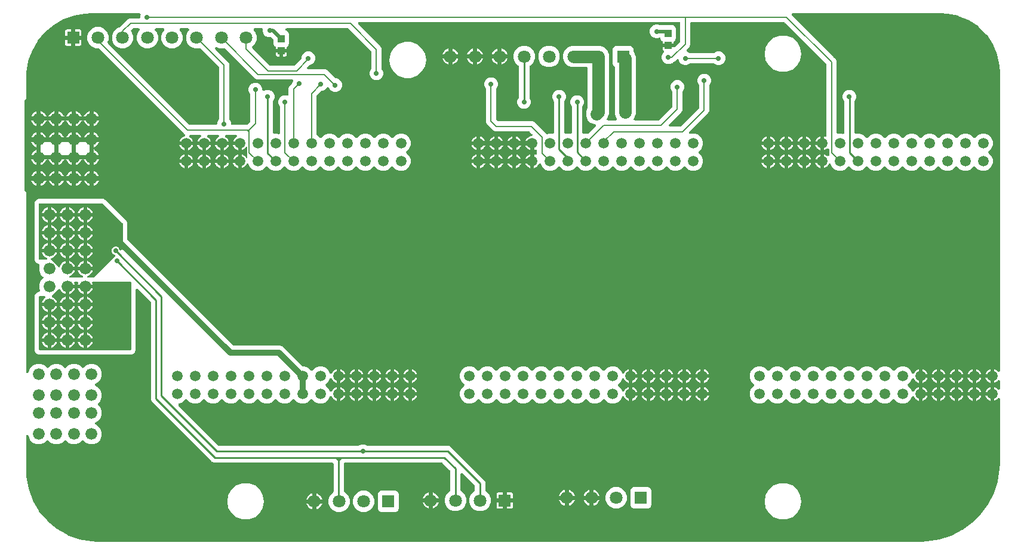
<source format=gbr>
G04 EAGLE Gerber X2 export*
%TF.Part,Single*%
%TF.FileFunction,Copper,L2,Bot,Mixed*%
%TF.FilePolarity,Positive*%
%TF.GenerationSoftware,Autodesk,EAGLE,9.1.3*%
%TF.CreationDate,2020-03-19T15:16:52Z*%
G75*
%MOMM*%
%FSLAX34Y34*%
%LPD*%
%AMOC8*
5,1,8,0,0,1.08239X$1,22.5*%
G01*
%ADD10C,1.676400*%
%ADD11C,1.500000*%
%ADD12R,1.000000X1.100000*%
%ADD13R,1.800000X1.800000*%
%ADD14C,1.800000*%
%ADD15C,0.705600*%
%ADD16C,0.812800*%
%ADD17C,0.508000*%
%ADD18C,0.254000*%
%ADD19C,0.203200*%
%ADD20C,1.778000*%

G36*
X1275110Y6100D02*
X1275110Y6100D01*
X1275150Y6098D01*
X1283799Y6438D01*
X1283872Y6449D01*
X1284007Y6458D01*
X1301092Y9164D01*
X1301144Y9178D01*
X1301363Y9230D01*
X1317815Y14575D01*
X1317863Y14596D01*
X1318072Y14682D01*
X1333485Y22535D01*
X1333529Y22564D01*
X1333723Y22681D01*
X1347717Y32848D01*
X1347756Y32883D01*
X1347929Y33029D01*
X1360161Y45261D01*
X1360194Y45302D01*
X1360342Y45473D01*
X1370509Y59467D01*
X1370536Y59513D01*
X1370655Y59705D01*
X1378508Y75118D01*
X1378527Y75167D01*
X1378615Y75375D01*
X1383960Y91827D01*
X1383971Y91877D01*
X1384026Y92098D01*
X1386732Y109183D01*
X1386735Y109257D01*
X1386752Y109391D01*
X1387092Y118040D01*
X1387090Y118070D01*
X1387093Y118110D01*
X1387093Y208341D01*
X1387092Y208349D01*
X1387093Y208357D01*
X1387073Y208535D01*
X1387053Y208716D01*
X1387051Y208723D01*
X1387050Y208731D01*
X1386992Y208901D01*
X1386936Y209073D01*
X1386932Y209080D01*
X1386929Y209087D01*
X1386837Y209241D01*
X1386745Y209398D01*
X1386740Y209404D01*
X1386736Y209410D01*
X1386613Y209542D01*
X1386490Y209675D01*
X1386484Y209680D01*
X1386479Y209685D01*
X1386330Y209789D01*
X1386183Y209893D01*
X1386176Y209896D01*
X1386169Y209900D01*
X1386002Y209970D01*
X1385837Y210041D01*
X1385829Y210042D01*
X1385822Y210045D01*
X1385645Y210078D01*
X1385467Y210112D01*
X1385459Y210112D01*
X1385452Y210113D01*
X1385273Y210108D01*
X1385090Y210104D01*
X1385083Y210102D01*
X1385075Y210102D01*
X1384900Y210059D01*
X1384724Y210017D01*
X1384717Y210014D01*
X1384710Y210012D01*
X1384546Y209932D01*
X1384384Y209855D01*
X1384378Y209850D01*
X1384371Y209847D01*
X1384229Y209735D01*
X1384086Y209624D01*
X1384081Y209619D01*
X1384075Y209614D01*
X1383878Y209386D01*
X1383859Y209359D01*
X1382741Y208241D01*
X1381463Y207312D01*
X1380054Y206595D01*
X1378699Y206155D01*
X1378699Y215178D01*
X1378687Y215290D01*
X1378685Y215403D01*
X1378667Y215477D01*
X1378659Y215552D01*
X1378624Y215660D01*
X1378598Y215770D01*
X1378565Y215838D01*
X1378543Y215906D01*
X1378571Y215959D01*
X1378592Y216032D01*
X1378621Y216102D01*
X1378643Y216213D01*
X1378674Y216322D01*
X1378681Y216412D01*
X1378693Y216471D01*
X1378692Y216532D01*
X1378699Y216622D01*
X1378699Y225645D01*
X1380054Y225205D01*
X1381463Y224488D01*
X1382741Y223559D01*
X1383859Y222441D01*
X1383878Y222414D01*
X1383883Y222409D01*
X1383887Y222402D01*
X1384010Y222269D01*
X1384130Y222135D01*
X1384137Y222130D01*
X1384142Y222125D01*
X1384290Y222020D01*
X1384436Y221915D01*
X1384443Y221912D01*
X1384449Y221907D01*
X1384615Y221837D01*
X1384781Y221764D01*
X1384789Y221762D01*
X1384796Y221759D01*
X1384972Y221725D01*
X1385150Y221689D01*
X1385158Y221689D01*
X1385165Y221688D01*
X1385347Y221692D01*
X1385526Y221694D01*
X1385534Y221696D01*
X1385542Y221696D01*
X1385717Y221738D01*
X1385894Y221778D01*
X1385901Y221781D01*
X1385908Y221783D01*
X1386069Y221860D01*
X1386235Y221937D01*
X1386241Y221942D01*
X1386248Y221945D01*
X1386390Y222055D01*
X1386535Y222165D01*
X1386540Y222171D01*
X1386546Y222176D01*
X1386662Y222314D01*
X1386780Y222451D01*
X1386783Y222458D01*
X1386788Y222463D01*
X1386873Y222623D01*
X1386959Y222782D01*
X1386961Y222789D01*
X1386965Y222796D01*
X1387014Y222970D01*
X1387065Y223143D01*
X1387066Y223151D01*
X1387068Y223158D01*
X1387093Y223459D01*
X1387093Y233741D01*
X1387092Y233749D01*
X1387093Y233757D01*
X1387073Y233935D01*
X1387053Y234116D01*
X1387051Y234123D01*
X1387050Y234131D01*
X1386993Y234299D01*
X1386936Y234473D01*
X1386932Y234480D01*
X1386929Y234487D01*
X1386837Y234641D01*
X1386745Y234798D01*
X1386740Y234804D01*
X1386736Y234810D01*
X1386613Y234942D01*
X1386490Y235075D01*
X1386484Y235080D01*
X1386479Y235085D01*
X1386330Y235189D01*
X1386183Y235293D01*
X1386176Y235296D01*
X1386169Y235300D01*
X1386002Y235370D01*
X1385837Y235441D01*
X1385829Y235442D01*
X1385822Y235445D01*
X1385645Y235478D01*
X1385467Y235512D01*
X1385459Y235512D01*
X1385452Y235513D01*
X1385273Y235508D01*
X1385090Y235504D01*
X1385083Y235502D01*
X1385075Y235502D01*
X1384900Y235459D01*
X1384724Y235417D01*
X1384717Y235414D01*
X1384710Y235412D01*
X1384546Y235332D01*
X1384384Y235255D01*
X1384378Y235250D01*
X1384371Y235247D01*
X1384229Y235135D01*
X1384086Y235024D01*
X1384081Y235019D01*
X1384075Y235014D01*
X1383878Y234786D01*
X1383859Y234759D01*
X1382741Y233641D01*
X1381463Y232712D01*
X1380054Y231995D01*
X1378699Y231555D01*
X1378699Y240578D01*
X1378687Y240690D01*
X1378685Y240803D01*
X1378667Y240877D01*
X1378659Y240952D01*
X1378624Y241060D01*
X1378598Y241170D01*
X1378565Y241238D01*
X1378543Y241306D01*
X1378571Y241359D01*
X1378592Y241432D01*
X1378621Y241502D01*
X1378643Y241613D01*
X1378674Y241722D01*
X1378681Y241812D01*
X1378693Y241871D01*
X1378692Y241932D01*
X1378699Y242022D01*
X1378699Y251045D01*
X1380054Y250605D01*
X1381463Y249888D01*
X1382741Y248959D01*
X1383859Y247841D01*
X1383878Y247814D01*
X1383883Y247809D01*
X1383887Y247802D01*
X1384010Y247669D01*
X1384130Y247535D01*
X1384137Y247530D01*
X1384142Y247525D01*
X1384290Y247420D01*
X1384436Y247315D01*
X1384443Y247312D01*
X1384449Y247307D01*
X1384615Y247237D01*
X1384781Y247164D01*
X1384789Y247162D01*
X1384796Y247159D01*
X1384972Y247125D01*
X1385150Y247089D01*
X1385158Y247089D01*
X1385165Y247088D01*
X1385347Y247092D01*
X1385526Y247094D01*
X1385534Y247096D01*
X1385542Y247096D01*
X1385717Y247138D01*
X1385894Y247178D01*
X1385901Y247181D01*
X1385908Y247183D01*
X1386069Y247260D01*
X1386235Y247337D01*
X1386241Y247342D01*
X1386248Y247345D01*
X1386390Y247455D01*
X1386535Y247565D01*
X1386540Y247571D01*
X1386546Y247576D01*
X1386662Y247714D01*
X1386780Y247851D01*
X1386783Y247858D01*
X1386788Y247863D01*
X1386873Y248023D01*
X1386959Y248182D01*
X1386961Y248189D01*
X1386965Y248196D01*
X1387014Y248370D01*
X1387065Y248543D01*
X1387066Y248551D01*
X1387068Y248558D01*
X1387093Y248859D01*
X1387093Y673100D01*
X1387089Y673137D01*
X1387091Y673187D01*
X1386701Y681129D01*
X1386691Y681196D01*
X1386669Y681389D01*
X1383570Y696967D01*
X1383563Y696990D01*
X1383560Y697013D01*
X1383469Y697301D01*
X1377391Y711976D01*
X1377379Y711996D01*
X1377372Y712019D01*
X1377226Y712283D01*
X1368402Y725490D01*
X1368387Y725508D01*
X1368375Y725528D01*
X1368181Y725759D01*
X1356949Y736991D01*
X1356931Y737006D01*
X1356915Y737023D01*
X1356680Y737212D01*
X1343473Y746036D01*
X1343452Y746047D01*
X1343433Y746062D01*
X1343166Y746201D01*
X1328491Y752279D01*
X1328468Y752286D01*
X1328447Y752296D01*
X1328157Y752380D01*
X1312579Y755479D01*
X1312512Y755485D01*
X1312456Y755493D01*
X1312383Y755507D01*
X1312355Y755506D01*
X1312319Y755511D01*
X1304377Y755901D01*
X1304340Y755899D01*
X1304290Y755903D01*
X1093596Y755903D01*
X1093540Y755897D01*
X1093483Y755900D01*
X1093353Y755877D01*
X1093222Y755863D01*
X1093168Y755846D01*
X1093112Y755836D01*
X1092990Y755787D01*
X1092864Y755746D01*
X1092815Y755717D01*
X1092763Y755696D01*
X1092653Y755622D01*
X1092540Y755555D01*
X1092498Y755517D01*
X1092451Y755485D01*
X1092359Y755390D01*
X1092262Y755300D01*
X1092229Y755254D01*
X1092190Y755213D01*
X1092121Y755101D01*
X1092045Y754993D01*
X1092022Y754941D01*
X1091993Y754892D01*
X1091949Y754768D01*
X1091897Y754647D01*
X1091886Y754591D01*
X1091867Y754537D01*
X1091851Y754406D01*
X1091825Y754277D01*
X1091827Y754220D01*
X1091819Y754164D01*
X1091831Y754032D01*
X1091833Y753900D01*
X1091847Y753845D01*
X1091851Y753789D01*
X1091890Y753662D01*
X1091921Y753534D01*
X1091945Y753483D01*
X1091962Y753429D01*
X1092026Y753313D01*
X1092083Y753194D01*
X1092118Y753149D01*
X1092145Y753100D01*
X1092273Y752949D01*
X1092313Y752896D01*
X1092326Y752886D01*
X1092340Y752869D01*
X1152261Y692948D01*
X1154512Y690697D01*
X1155595Y688083D01*
X1155595Y586874D01*
X1155607Y586762D01*
X1155609Y586648D01*
X1155627Y586575D01*
X1155635Y586500D01*
X1155670Y586392D01*
X1155696Y586282D01*
X1155729Y586214D01*
X1155752Y586142D01*
X1155810Y586044D01*
X1155859Y585942D01*
X1155905Y585883D01*
X1155943Y585817D01*
X1156020Y585734D01*
X1156089Y585644D01*
X1156147Y585596D01*
X1156198Y585540D01*
X1156290Y585475D01*
X1156377Y585402D01*
X1156443Y585366D01*
X1156505Y585322D01*
X1156609Y585278D01*
X1156709Y585225D01*
X1156782Y585204D01*
X1156851Y585175D01*
X1156963Y585153D01*
X1157071Y585122D01*
X1157162Y585115D01*
X1157221Y585103D01*
X1157282Y585104D01*
X1157372Y585097D01*
X1163005Y585097D01*
X1163804Y584766D01*
X1163885Y584742D01*
X1163964Y584708D01*
X1164065Y584689D01*
X1164165Y584659D01*
X1164250Y584653D01*
X1164333Y584637D01*
X1164437Y584639D01*
X1164541Y584631D01*
X1164625Y584643D01*
X1164710Y584645D01*
X1164811Y584669D01*
X1164913Y584683D01*
X1164993Y584712D01*
X1165076Y584732D01*
X1165170Y584777D01*
X1165267Y584812D01*
X1165339Y584858D01*
X1165416Y584894D01*
X1165498Y584958D01*
X1165586Y585013D01*
X1165646Y585072D01*
X1165714Y585124D01*
X1165781Y585204D01*
X1165855Y585276D01*
X1165902Y585347D01*
X1165956Y585412D01*
X1166005Y585504D01*
X1166062Y585591D01*
X1166093Y585670D01*
X1166133Y585745D01*
X1166161Y585845D01*
X1166199Y585941D01*
X1166213Y586025D01*
X1166236Y586107D01*
X1166247Y586240D01*
X1166259Y586313D01*
X1166257Y586353D01*
X1166261Y586408D01*
X1166261Y630411D01*
X1166243Y630580D01*
X1166229Y630748D01*
X1166223Y630767D01*
X1166221Y630786D01*
X1166168Y630946D01*
X1166119Y631109D01*
X1166109Y631125D01*
X1166104Y631143D01*
X1166018Y631290D01*
X1165935Y631437D01*
X1165921Y631454D01*
X1165913Y631468D01*
X1165868Y631517D01*
X1165741Y631668D01*
X1165321Y632088D01*
X1163855Y635626D01*
X1163855Y639454D01*
X1165321Y642992D01*
X1168028Y645699D01*
X1171566Y647165D01*
X1175394Y647165D01*
X1178932Y645699D01*
X1181639Y642992D01*
X1183105Y639454D01*
X1183105Y635626D01*
X1181639Y632088D01*
X1181515Y631964D01*
X1181409Y631832D01*
X1181300Y631702D01*
X1181291Y631686D01*
X1181279Y631671D01*
X1181202Y631519D01*
X1181123Y631370D01*
X1181118Y631352D01*
X1181109Y631335D01*
X1181066Y631171D01*
X1181020Y631008D01*
X1181019Y630986D01*
X1181014Y630970D01*
X1181012Y630904D01*
X1180995Y630707D01*
X1180995Y586874D01*
X1181007Y586762D01*
X1181009Y586648D01*
X1181027Y586575D01*
X1181035Y586500D01*
X1181070Y586392D01*
X1181096Y586282D01*
X1181129Y586214D01*
X1181152Y586142D01*
X1181210Y586044D01*
X1181259Y585942D01*
X1181305Y585883D01*
X1181343Y585817D01*
X1181420Y585734D01*
X1181489Y585644D01*
X1181547Y585596D01*
X1181598Y585540D01*
X1181690Y585475D01*
X1181777Y585402D01*
X1181843Y585366D01*
X1181905Y585322D01*
X1182009Y585278D01*
X1182109Y585225D01*
X1182182Y585204D01*
X1182251Y585175D01*
X1182363Y585153D01*
X1182471Y585122D01*
X1182562Y585115D01*
X1182621Y585103D01*
X1182682Y585104D01*
X1182772Y585097D01*
X1188405Y585097D01*
X1193402Y583027D01*
X1197143Y579285D01*
X1197231Y579214D01*
X1197313Y579136D01*
X1197377Y579096D01*
X1197436Y579049D01*
X1197537Y578998D01*
X1197634Y578939D01*
X1197705Y578913D01*
X1197772Y578879D01*
X1197882Y578851D01*
X1197989Y578813D01*
X1198064Y578803D01*
X1198137Y578784D01*
X1198250Y578780D01*
X1198362Y578765D01*
X1198437Y578772D01*
X1198513Y578768D01*
X1198625Y578788D01*
X1198737Y578797D01*
X1198810Y578819D01*
X1198884Y578832D01*
X1198989Y578874D01*
X1199097Y578907D01*
X1199163Y578944D01*
X1199234Y578972D01*
X1199327Y579036D01*
X1199426Y579091D01*
X1199495Y579149D01*
X1199546Y579183D01*
X1199587Y579227D01*
X1199657Y579285D01*
X1203398Y583027D01*
X1208395Y585097D01*
X1213805Y585097D01*
X1218802Y583027D01*
X1222543Y579285D01*
X1222631Y579214D01*
X1222713Y579136D01*
X1222777Y579096D01*
X1222836Y579049D01*
X1222937Y578998D01*
X1223034Y578939D01*
X1223105Y578913D01*
X1223172Y578879D01*
X1223282Y578851D01*
X1223389Y578813D01*
X1223464Y578803D01*
X1223537Y578784D01*
X1223650Y578780D01*
X1223762Y578765D01*
X1223837Y578772D01*
X1223913Y578768D01*
X1224025Y578788D01*
X1224137Y578797D01*
X1224210Y578819D01*
X1224284Y578832D01*
X1224389Y578874D01*
X1224497Y578907D01*
X1224563Y578944D01*
X1224634Y578972D01*
X1224727Y579036D01*
X1224826Y579091D01*
X1224895Y579149D01*
X1224946Y579183D01*
X1224987Y579227D01*
X1225057Y579285D01*
X1228798Y583027D01*
X1233795Y585097D01*
X1239205Y585097D01*
X1244202Y583027D01*
X1247943Y579285D01*
X1248031Y579214D01*
X1248113Y579136D01*
X1248177Y579096D01*
X1248236Y579049D01*
X1248337Y578998D01*
X1248434Y578939D01*
X1248505Y578913D01*
X1248572Y578879D01*
X1248682Y578851D01*
X1248789Y578813D01*
X1248864Y578803D01*
X1248937Y578784D01*
X1249050Y578780D01*
X1249162Y578765D01*
X1249237Y578772D01*
X1249313Y578768D01*
X1249425Y578788D01*
X1249537Y578797D01*
X1249610Y578819D01*
X1249684Y578832D01*
X1249789Y578874D01*
X1249897Y578907D01*
X1249963Y578944D01*
X1250034Y578972D01*
X1250127Y579036D01*
X1250226Y579091D01*
X1250295Y579149D01*
X1250346Y579183D01*
X1250387Y579227D01*
X1250457Y579285D01*
X1254198Y583027D01*
X1259195Y585097D01*
X1264605Y585097D01*
X1269602Y583027D01*
X1273343Y579285D01*
X1273431Y579214D01*
X1273513Y579136D01*
X1273577Y579096D01*
X1273636Y579049D01*
X1273737Y578998D01*
X1273834Y578939D01*
X1273905Y578913D01*
X1273972Y578879D01*
X1274082Y578851D01*
X1274189Y578813D01*
X1274264Y578803D01*
X1274337Y578784D01*
X1274450Y578780D01*
X1274562Y578765D01*
X1274637Y578772D01*
X1274713Y578768D01*
X1274825Y578788D01*
X1274937Y578797D01*
X1275010Y578819D01*
X1275084Y578832D01*
X1275189Y578874D01*
X1275297Y578907D01*
X1275363Y578944D01*
X1275434Y578972D01*
X1275527Y579036D01*
X1275626Y579091D01*
X1275695Y579149D01*
X1275746Y579183D01*
X1275787Y579227D01*
X1275857Y579285D01*
X1279598Y583027D01*
X1284595Y585097D01*
X1290005Y585097D01*
X1295002Y583027D01*
X1298743Y579285D01*
X1298831Y579214D01*
X1298913Y579136D01*
X1298977Y579096D01*
X1299036Y579049D01*
X1299137Y578998D01*
X1299234Y578939D01*
X1299305Y578913D01*
X1299372Y578879D01*
X1299482Y578851D01*
X1299589Y578813D01*
X1299664Y578803D01*
X1299737Y578784D01*
X1299850Y578780D01*
X1299962Y578765D01*
X1300037Y578772D01*
X1300113Y578768D01*
X1300225Y578788D01*
X1300337Y578797D01*
X1300410Y578819D01*
X1300484Y578832D01*
X1300589Y578874D01*
X1300697Y578907D01*
X1300763Y578944D01*
X1300834Y578972D01*
X1300927Y579036D01*
X1301026Y579091D01*
X1301095Y579149D01*
X1301146Y579183D01*
X1301187Y579227D01*
X1301257Y579285D01*
X1304998Y583027D01*
X1309995Y585097D01*
X1315405Y585097D01*
X1320402Y583027D01*
X1324143Y579285D01*
X1324231Y579214D01*
X1324313Y579136D01*
X1324377Y579096D01*
X1324436Y579049D01*
X1324537Y578998D01*
X1324634Y578939D01*
X1324705Y578913D01*
X1324772Y578879D01*
X1324882Y578851D01*
X1324989Y578813D01*
X1325064Y578803D01*
X1325137Y578784D01*
X1325250Y578780D01*
X1325362Y578765D01*
X1325437Y578772D01*
X1325513Y578768D01*
X1325625Y578788D01*
X1325737Y578797D01*
X1325810Y578819D01*
X1325884Y578832D01*
X1325989Y578874D01*
X1326097Y578907D01*
X1326163Y578944D01*
X1326234Y578972D01*
X1326327Y579036D01*
X1326426Y579091D01*
X1326495Y579149D01*
X1326546Y579183D01*
X1326587Y579227D01*
X1326657Y579285D01*
X1330398Y583027D01*
X1335395Y585097D01*
X1340805Y585097D01*
X1345802Y583027D01*
X1349543Y579285D01*
X1349631Y579214D01*
X1349713Y579136D01*
X1349777Y579096D01*
X1349836Y579049D01*
X1349937Y578998D01*
X1350034Y578939D01*
X1350105Y578913D01*
X1350172Y578879D01*
X1350282Y578851D01*
X1350389Y578813D01*
X1350464Y578803D01*
X1350537Y578784D01*
X1350650Y578780D01*
X1350762Y578765D01*
X1350837Y578772D01*
X1350913Y578768D01*
X1351025Y578788D01*
X1351137Y578797D01*
X1351210Y578819D01*
X1351284Y578832D01*
X1351389Y578874D01*
X1351497Y578907D01*
X1351563Y578944D01*
X1351634Y578972D01*
X1351727Y579036D01*
X1351826Y579091D01*
X1351895Y579149D01*
X1351946Y579183D01*
X1351987Y579227D01*
X1352057Y579285D01*
X1355798Y583027D01*
X1360795Y585097D01*
X1366205Y585097D01*
X1371202Y583027D01*
X1375027Y579202D01*
X1377097Y574205D01*
X1377097Y568795D01*
X1375027Y563798D01*
X1371285Y560057D01*
X1371255Y560019D01*
X1371229Y559996D01*
X1371199Y559953D01*
X1371136Y559887D01*
X1371096Y559823D01*
X1371049Y559764D01*
X1370998Y559663D01*
X1370939Y559566D01*
X1370913Y559495D01*
X1370879Y559428D01*
X1370851Y559318D01*
X1370813Y559211D01*
X1370803Y559136D01*
X1370784Y559063D01*
X1370780Y558950D01*
X1370765Y558838D01*
X1370772Y558763D01*
X1370768Y558687D01*
X1370788Y558575D01*
X1370797Y558463D01*
X1370819Y558390D01*
X1370832Y558316D01*
X1370874Y558211D01*
X1370907Y558103D01*
X1370944Y558037D01*
X1370972Y557966D01*
X1371036Y557873D01*
X1371091Y557774D01*
X1371149Y557705D01*
X1371183Y557654D01*
X1371227Y557613D01*
X1371285Y557543D01*
X1375027Y553802D01*
X1377097Y548805D01*
X1377097Y543395D01*
X1375027Y538398D01*
X1371202Y534573D01*
X1366205Y532503D01*
X1360795Y532503D01*
X1355798Y534573D01*
X1352057Y538315D01*
X1351969Y538386D01*
X1351887Y538464D01*
X1351823Y538504D01*
X1351764Y538551D01*
X1351663Y538602D01*
X1351566Y538661D01*
X1351495Y538687D01*
X1351428Y538721D01*
X1351318Y538749D01*
X1351211Y538787D01*
X1351136Y538797D01*
X1351063Y538816D01*
X1350950Y538820D01*
X1350838Y538835D01*
X1350763Y538828D01*
X1350687Y538832D01*
X1350575Y538812D01*
X1350463Y538803D01*
X1350390Y538781D01*
X1350316Y538768D01*
X1350211Y538726D01*
X1350103Y538693D01*
X1350037Y538656D01*
X1349966Y538628D01*
X1349873Y538564D01*
X1349774Y538509D01*
X1349705Y538451D01*
X1349654Y538417D01*
X1349613Y538373D01*
X1349543Y538315D01*
X1345802Y534573D01*
X1340805Y532503D01*
X1335395Y532503D01*
X1330398Y534573D01*
X1326657Y538315D01*
X1326569Y538386D01*
X1326487Y538464D01*
X1326423Y538504D01*
X1326364Y538551D01*
X1326263Y538602D01*
X1326166Y538661D01*
X1326095Y538687D01*
X1326028Y538721D01*
X1325918Y538749D01*
X1325811Y538787D01*
X1325736Y538797D01*
X1325663Y538816D01*
X1325550Y538820D01*
X1325438Y538835D01*
X1325363Y538828D01*
X1325287Y538832D01*
X1325175Y538812D01*
X1325063Y538803D01*
X1324990Y538781D01*
X1324916Y538768D01*
X1324811Y538726D01*
X1324703Y538693D01*
X1324637Y538656D01*
X1324566Y538628D01*
X1324473Y538564D01*
X1324374Y538509D01*
X1324305Y538451D01*
X1324254Y538417D01*
X1324213Y538373D01*
X1324143Y538315D01*
X1320402Y534573D01*
X1315405Y532503D01*
X1309995Y532503D01*
X1304998Y534573D01*
X1301257Y538315D01*
X1301169Y538386D01*
X1301087Y538464D01*
X1301023Y538504D01*
X1300964Y538551D01*
X1300863Y538602D01*
X1300766Y538661D01*
X1300695Y538687D01*
X1300628Y538721D01*
X1300518Y538749D01*
X1300411Y538787D01*
X1300336Y538797D01*
X1300263Y538816D01*
X1300150Y538820D01*
X1300038Y538835D01*
X1299963Y538828D01*
X1299887Y538832D01*
X1299775Y538812D01*
X1299663Y538803D01*
X1299590Y538781D01*
X1299516Y538768D01*
X1299411Y538726D01*
X1299303Y538693D01*
X1299237Y538656D01*
X1299166Y538628D01*
X1299073Y538564D01*
X1298974Y538509D01*
X1298905Y538451D01*
X1298854Y538417D01*
X1298813Y538373D01*
X1298743Y538315D01*
X1295002Y534573D01*
X1290005Y532503D01*
X1284595Y532503D01*
X1279598Y534573D01*
X1275857Y538315D01*
X1275769Y538386D01*
X1275687Y538464D01*
X1275623Y538504D01*
X1275564Y538551D01*
X1275463Y538602D01*
X1275366Y538661D01*
X1275295Y538687D01*
X1275228Y538721D01*
X1275118Y538749D01*
X1275011Y538787D01*
X1274936Y538797D01*
X1274863Y538816D01*
X1274750Y538820D01*
X1274638Y538835D01*
X1274563Y538828D01*
X1274487Y538832D01*
X1274375Y538812D01*
X1274263Y538803D01*
X1274190Y538781D01*
X1274116Y538768D01*
X1274011Y538726D01*
X1273903Y538693D01*
X1273837Y538656D01*
X1273766Y538628D01*
X1273673Y538564D01*
X1273574Y538509D01*
X1273505Y538451D01*
X1273454Y538417D01*
X1273413Y538373D01*
X1273343Y538315D01*
X1269602Y534573D01*
X1264605Y532503D01*
X1259195Y532503D01*
X1254198Y534573D01*
X1250457Y538315D01*
X1250369Y538386D01*
X1250287Y538464D01*
X1250223Y538504D01*
X1250164Y538551D01*
X1250063Y538602D01*
X1249966Y538661D01*
X1249895Y538687D01*
X1249828Y538721D01*
X1249718Y538749D01*
X1249611Y538787D01*
X1249536Y538797D01*
X1249463Y538816D01*
X1249350Y538820D01*
X1249238Y538835D01*
X1249163Y538828D01*
X1249087Y538832D01*
X1248975Y538812D01*
X1248863Y538803D01*
X1248790Y538781D01*
X1248716Y538768D01*
X1248611Y538726D01*
X1248503Y538693D01*
X1248437Y538656D01*
X1248366Y538628D01*
X1248273Y538564D01*
X1248174Y538509D01*
X1248105Y538451D01*
X1248054Y538417D01*
X1248013Y538373D01*
X1247943Y538315D01*
X1244202Y534573D01*
X1239205Y532503D01*
X1233795Y532503D01*
X1228798Y534573D01*
X1225057Y538315D01*
X1224969Y538386D01*
X1224887Y538464D01*
X1224823Y538504D01*
X1224764Y538551D01*
X1224663Y538602D01*
X1224566Y538661D01*
X1224495Y538687D01*
X1224428Y538721D01*
X1224318Y538749D01*
X1224211Y538787D01*
X1224136Y538797D01*
X1224063Y538816D01*
X1223950Y538820D01*
X1223838Y538835D01*
X1223763Y538828D01*
X1223687Y538832D01*
X1223575Y538812D01*
X1223463Y538803D01*
X1223390Y538781D01*
X1223316Y538768D01*
X1223211Y538726D01*
X1223103Y538693D01*
X1223037Y538656D01*
X1222966Y538628D01*
X1222873Y538564D01*
X1222774Y538509D01*
X1222705Y538451D01*
X1222654Y538417D01*
X1222613Y538373D01*
X1222543Y538315D01*
X1218802Y534573D01*
X1213805Y532503D01*
X1208395Y532503D01*
X1203398Y534573D01*
X1199657Y538315D01*
X1199569Y538386D01*
X1199487Y538464D01*
X1199423Y538504D01*
X1199364Y538551D01*
X1199263Y538602D01*
X1199166Y538661D01*
X1199095Y538687D01*
X1199028Y538721D01*
X1198918Y538749D01*
X1198811Y538787D01*
X1198736Y538797D01*
X1198663Y538816D01*
X1198550Y538820D01*
X1198438Y538835D01*
X1198363Y538828D01*
X1198287Y538832D01*
X1198175Y538812D01*
X1198063Y538803D01*
X1197990Y538781D01*
X1197916Y538768D01*
X1197811Y538726D01*
X1197703Y538693D01*
X1197637Y538656D01*
X1197566Y538628D01*
X1197473Y538564D01*
X1197374Y538509D01*
X1197305Y538451D01*
X1197254Y538417D01*
X1197213Y538373D01*
X1197143Y538315D01*
X1193402Y534573D01*
X1188405Y532503D01*
X1182995Y532503D01*
X1177998Y534573D01*
X1174257Y538315D01*
X1174169Y538386D01*
X1174087Y538464D01*
X1174023Y538504D01*
X1173964Y538551D01*
X1173863Y538602D01*
X1173766Y538661D01*
X1173695Y538687D01*
X1173628Y538721D01*
X1173518Y538749D01*
X1173411Y538787D01*
X1173336Y538797D01*
X1173263Y538816D01*
X1173150Y538820D01*
X1173038Y538835D01*
X1172963Y538828D01*
X1172887Y538832D01*
X1172775Y538812D01*
X1172663Y538803D01*
X1172590Y538781D01*
X1172516Y538768D01*
X1172411Y538726D01*
X1172303Y538693D01*
X1172237Y538656D01*
X1172166Y538628D01*
X1172073Y538564D01*
X1171974Y538509D01*
X1171905Y538451D01*
X1171854Y538417D01*
X1171813Y538373D01*
X1171743Y538315D01*
X1168002Y534573D01*
X1163005Y532503D01*
X1157595Y532503D01*
X1152598Y534573D01*
X1148773Y538398D01*
X1147321Y541904D01*
X1147237Y542058D01*
X1147156Y542213D01*
X1147147Y542223D01*
X1147141Y542235D01*
X1147026Y542368D01*
X1146914Y542502D01*
X1146904Y542510D01*
X1146895Y542520D01*
X1146756Y542625D01*
X1146617Y542733D01*
X1146605Y542739D01*
X1146595Y542747D01*
X1146436Y542821D01*
X1146278Y542897D01*
X1146266Y542900D01*
X1146253Y542906D01*
X1146082Y542945D01*
X1145912Y542986D01*
X1145899Y542986D01*
X1145886Y542989D01*
X1145710Y542991D01*
X1145536Y542995D01*
X1145523Y542993D01*
X1145510Y542993D01*
X1145338Y542958D01*
X1145166Y542925D01*
X1145154Y542920D01*
X1145141Y542918D01*
X1144981Y542848D01*
X1144819Y542779D01*
X1144808Y542771D01*
X1144796Y542766D01*
X1144655Y542664D01*
X1144511Y542563D01*
X1144502Y542553D01*
X1144491Y542545D01*
X1144374Y542416D01*
X1144255Y542287D01*
X1144247Y542274D01*
X1144239Y542266D01*
X1144211Y542216D01*
X1144096Y542031D01*
X1143488Y540837D01*
X1142559Y539559D01*
X1141441Y538441D01*
X1140163Y537512D01*
X1138754Y536795D01*
X1137399Y536355D01*
X1137399Y545378D01*
X1137387Y545490D01*
X1137385Y545603D01*
X1137384Y545609D01*
X1137411Y545720D01*
X1137413Y545754D01*
X1137420Y545788D01*
X1137439Y546100D01*
X1137439Y555832D01*
X1138096Y555619D01*
X1138754Y555405D01*
X1140163Y554688D01*
X1141401Y553787D01*
X1141535Y553707D01*
X1141664Y553620D01*
X1141728Y553592D01*
X1141788Y553556D01*
X1141934Y553501D01*
X1142076Y553438D01*
X1142144Y553421D01*
X1142209Y553397D01*
X1142362Y553368D01*
X1142514Y553331D01*
X1142583Y553327D01*
X1142652Y553314D01*
X1142808Y553313D01*
X1142963Y553303D01*
X1143032Y553311D01*
X1143102Y553311D01*
X1143255Y553337D01*
X1143410Y553356D01*
X1143477Y553376D01*
X1143545Y553387D01*
X1143692Y553441D01*
X1143841Y553486D01*
X1143903Y553517D01*
X1143969Y553541D01*
X1144104Y553619D01*
X1144243Y553690D01*
X1144298Y553732D01*
X1144358Y553767D01*
X1144477Y553868D01*
X1144601Y553962D01*
X1144649Y554013D01*
X1144702Y554058D01*
X1144801Y554179D01*
X1144907Y554293D01*
X1144944Y554352D01*
X1144988Y554406D01*
X1145065Y554542D01*
X1145148Y554673D01*
X1145175Y554737D01*
X1145209Y554798D01*
X1145260Y554945D01*
X1145319Y555090D01*
X1145334Y555158D01*
X1145357Y555223D01*
X1145381Y555377D01*
X1145414Y555530D01*
X1145420Y555619D01*
X1145427Y555668D01*
X1145426Y555726D01*
X1145433Y555842D01*
X1145433Y561758D01*
X1145419Y561914D01*
X1145414Y562070D01*
X1145400Y562137D01*
X1145393Y562207D01*
X1145352Y562357D01*
X1145320Y562510D01*
X1145293Y562574D01*
X1145275Y562641D01*
X1145208Y562782D01*
X1145149Y562926D01*
X1145111Y562985D01*
X1145081Y563048D01*
X1144991Y563175D01*
X1144907Y563306D01*
X1144860Y563357D01*
X1144819Y563414D01*
X1144707Y563523D01*
X1144602Y563637D01*
X1144547Y563679D01*
X1144497Y563728D01*
X1144367Y563815D01*
X1144243Y563909D01*
X1144181Y563941D01*
X1144124Y563980D01*
X1143981Y564043D01*
X1143842Y564114D01*
X1143775Y564134D01*
X1143712Y564162D01*
X1143560Y564199D01*
X1143411Y564244D01*
X1143342Y564252D01*
X1143274Y564269D01*
X1143119Y564278D01*
X1142964Y564297D01*
X1142894Y564292D01*
X1142825Y564297D01*
X1142670Y564279D01*
X1142514Y564269D01*
X1142447Y564253D01*
X1142378Y564245D01*
X1142228Y564199D01*
X1142077Y564162D01*
X1142013Y564134D01*
X1141947Y564114D01*
X1141808Y564043D01*
X1141665Y563980D01*
X1141590Y563932D01*
X1141545Y563910D01*
X1141499Y563875D01*
X1141401Y563813D01*
X1140163Y562912D01*
X1138754Y562195D01*
X1137809Y561888D01*
X1137439Y561768D01*
X1137439Y571500D01*
X1137436Y571534D01*
X1137438Y571569D01*
X1137416Y571758D01*
X1137399Y571948D01*
X1137390Y571982D01*
X1137386Y572016D01*
X1137384Y572024D01*
X1137393Y572071D01*
X1137392Y572132D01*
X1137399Y572222D01*
X1137399Y581245D01*
X1138754Y580805D01*
X1138785Y580790D01*
X1138930Y580734D01*
X1139072Y580674D01*
X1139105Y580667D01*
X1139137Y580655D01*
X1139289Y580631D01*
X1139441Y580602D01*
X1139475Y580603D01*
X1139509Y580598D01*
X1139663Y580607D01*
X1139818Y580610D01*
X1139851Y580618D01*
X1139885Y580620D01*
X1140034Y580661D01*
X1140184Y580697D01*
X1140215Y580712D01*
X1140247Y580721D01*
X1140384Y580793D01*
X1140524Y580859D01*
X1140551Y580880D01*
X1140581Y580896D01*
X1140699Y580995D01*
X1140822Y581090D01*
X1140844Y581116D01*
X1140870Y581137D01*
X1140965Y581259D01*
X1141064Y581378D01*
X1141080Y581408D01*
X1141101Y581434D01*
X1141168Y581573D01*
X1141241Y581710D01*
X1141250Y581743D01*
X1141265Y581773D01*
X1141301Y581923D01*
X1141344Y582072D01*
X1141347Y582111D01*
X1141354Y582139D01*
X1141356Y582214D01*
X1141369Y582373D01*
X1141369Y682986D01*
X1141351Y683155D01*
X1141337Y683323D01*
X1141331Y683341D01*
X1141329Y683360D01*
X1141276Y683521D01*
X1141227Y683683D01*
X1141217Y683700D01*
X1141212Y683718D01*
X1141126Y683864D01*
X1141043Y684012D01*
X1141029Y684028D01*
X1141021Y684042D01*
X1140976Y684091D01*
X1140849Y684242D01*
X1082154Y742937D01*
X1082022Y743043D01*
X1081893Y743152D01*
X1081876Y743161D01*
X1081861Y743173D01*
X1081710Y743250D01*
X1081560Y743329D01*
X1081542Y743334D01*
X1081525Y743343D01*
X1081361Y743386D01*
X1081198Y743432D01*
X1081177Y743433D01*
X1081161Y743438D01*
X1081095Y743440D01*
X1080898Y743457D01*
X949960Y743457D01*
X949848Y743445D01*
X949734Y743443D01*
X949661Y743425D01*
X949586Y743417D01*
X949478Y743382D01*
X949368Y743356D01*
X949300Y743323D01*
X949228Y743300D01*
X949130Y743242D01*
X949028Y743193D01*
X948969Y743147D01*
X948903Y743109D01*
X948820Y743032D01*
X948730Y742963D01*
X948682Y742905D01*
X948626Y742854D01*
X948561Y742762D01*
X948488Y742675D01*
X948452Y742609D01*
X948408Y742547D01*
X948364Y742443D01*
X948311Y742343D01*
X948290Y742270D01*
X948261Y742201D01*
X948239Y742089D01*
X948208Y741981D01*
X948201Y741890D01*
X948189Y741831D01*
X948190Y741770D01*
X948183Y741680D01*
X948183Y711055D01*
X947100Y708441D01*
X943062Y704403D01*
X943008Y704337D01*
X942947Y704277D01*
X942890Y704190D01*
X942825Y704110D01*
X942787Y704034D01*
X942740Y703963D01*
X942702Y703866D01*
X942655Y703773D01*
X942634Y703691D01*
X942603Y703612D01*
X942587Y703510D01*
X942561Y703409D01*
X942557Y703324D01*
X942544Y703240D01*
X942549Y703137D01*
X942545Y703033D01*
X942559Y702949D01*
X942563Y702864D01*
X942591Y702764D01*
X942608Y702662D01*
X942640Y702583D01*
X942662Y702501D01*
X942710Y702409D01*
X942749Y702312D01*
X942796Y702242D01*
X942835Y702167D01*
X942901Y702086D01*
X942959Y702000D01*
X943021Y701942D01*
X943075Y701876D01*
X943156Y701812D01*
X943231Y701740D01*
X943304Y701695D01*
X943370Y701643D01*
X943489Y701581D01*
X943552Y701542D01*
X943590Y701529D01*
X943638Y701504D01*
X946522Y700309D01*
X947048Y699783D01*
X947180Y699677D01*
X947310Y699568D01*
X947326Y699559D01*
X947341Y699547D01*
X947493Y699470D01*
X947642Y699391D01*
X947660Y699386D01*
X947677Y699377D01*
X947841Y699334D01*
X948004Y699288D01*
X948026Y699287D01*
X948042Y699282D01*
X948108Y699280D01*
X948305Y699263D01*
X980825Y699263D01*
X980994Y699281D01*
X981162Y699295D01*
X981181Y699301D01*
X981200Y699303D01*
X981361Y699356D01*
X981523Y699405D01*
X981539Y699415D01*
X981557Y699420D01*
X981704Y699506D01*
X981851Y699589D01*
X981868Y699603D01*
X981882Y699611D01*
X981931Y699656D01*
X982082Y699783D01*
X982608Y700309D01*
X986146Y701775D01*
X989974Y701775D01*
X993512Y700309D01*
X996219Y697602D01*
X997685Y694064D01*
X997685Y690236D01*
X996219Y686698D01*
X993512Y683991D01*
X989974Y682525D01*
X986146Y682525D01*
X982608Y683991D01*
X982082Y684517D01*
X981950Y684623D01*
X981820Y684732D01*
X981804Y684741D01*
X981789Y684753D01*
X981637Y684830D01*
X981488Y684909D01*
X981470Y684914D01*
X981453Y684923D01*
X981289Y684966D01*
X981126Y685012D01*
X981104Y685013D01*
X981088Y685018D01*
X981022Y685020D01*
X980825Y685037D01*
X948305Y685037D01*
X948136Y685019D01*
X947968Y685005D01*
X947949Y684999D01*
X947930Y684997D01*
X947769Y684944D01*
X947607Y684895D01*
X947591Y684885D01*
X947573Y684880D01*
X947426Y684794D01*
X947279Y684711D01*
X947262Y684697D01*
X947248Y684689D01*
X947199Y684644D01*
X947048Y684517D01*
X946522Y683991D01*
X942984Y682525D01*
X939156Y682525D01*
X935618Y683991D01*
X932911Y686698D01*
X931716Y689582D01*
X931675Y689656D01*
X931644Y689735D01*
X931586Y689821D01*
X931536Y689913D01*
X931480Y689977D01*
X931433Y690047D01*
X931358Y690119D01*
X931290Y690198D01*
X931222Y690249D01*
X931161Y690308D01*
X931073Y690362D01*
X930990Y690425D01*
X930913Y690461D01*
X930840Y690505D01*
X930742Y690540D01*
X930648Y690584D01*
X930565Y690602D01*
X930485Y690631D01*
X930382Y690644D01*
X930281Y690667D01*
X930196Y690668D01*
X930112Y690679D01*
X930009Y690670D01*
X929905Y690671D01*
X929821Y690654D01*
X929737Y690647D01*
X929637Y690616D01*
X929536Y690595D01*
X929458Y690561D01*
X929377Y690536D01*
X929286Y690486D01*
X929191Y690444D01*
X929122Y690394D01*
X929048Y690353D01*
X928946Y690267D01*
X928886Y690223D01*
X928859Y690194D01*
X928817Y690158D01*
X926049Y687390D01*
X923768Y686445D01*
X923760Y686441D01*
X923751Y686438D01*
X923595Y686351D01*
X923437Y686265D01*
X923430Y686259D01*
X923422Y686254D01*
X923191Y686060D01*
X922392Y685261D01*
X918854Y683795D01*
X915026Y683795D01*
X911488Y685261D01*
X908781Y687968D01*
X907315Y691506D01*
X907315Y695334D01*
X908781Y698872D01*
X910281Y700372D01*
X910352Y700460D01*
X910430Y700542D01*
X910470Y700607D01*
X910518Y700665D01*
X910569Y700766D01*
X910628Y700863D01*
X910653Y700934D01*
X910687Y701002D01*
X910716Y701111D01*
X910753Y701218D01*
X910763Y701293D01*
X910782Y701366D01*
X910787Y701479D01*
X910801Y701591D01*
X910795Y701667D01*
X910798Y701742D01*
X910779Y701854D01*
X910769Y701967D01*
X910747Y702039D01*
X910734Y702113D01*
X910692Y702218D01*
X910659Y702327D01*
X910622Y702392D01*
X910594Y702463D01*
X910531Y702556D01*
X910475Y702655D01*
X910417Y702725D01*
X910383Y702775D01*
X910339Y702817D01*
X910281Y702886D01*
X909907Y703260D01*
X909572Y703839D01*
X909399Y704485D01*
X909399Y707821D01*
X916218Y707821D01*
X916330Y707833D01*
X916443Y707835D01*
X916517Y707853D01*
X916592Y707861D01*
X916700Y707896D01*
X916810Y707922D01*
X916878Y707955D01*
X916946Y707977D01*
X916999Y707949D01*
X917072Y707928D01*
X917142Y707899D01*
X917253Y707877D01*
X917362Y707846D01*
X917452Y707839D01*
X917511Y707827D01*
X917572Y707828D01*
X917662Y707821D01*
X925626Y707821D01*
X925794Y707839D01*
X925963Y707853D01*
X925981Y707859D01*
X926000Y707861D01*
X926161Y707914D01*
X926323Y707963D01*
X926340Y707972D01*
X926358Y707978D01*
X926504Y708064D01*
X926652Y708147D01*
X926668Y708161D01*
X926682Y708169D01*
X926731Y708214D01*
X926882Y708341D01*
X933437Y714896D01*
X933543Y715028D01*
X933652Y715157D01*
X933661Y715174D01*
X933673Y715189D01*
X933750Y715340D01*
X933829Y715490D01*
X933834Y715508D01*
X933843Y715525D01*
X933886Y715689D01*
X933932Y715852D01*
X933933Y715873D01*
X933938Y715889D01*
X933940Y715955D01*
X933957Y716152D01*
X933957Y741680D01*
X933945Y741792D01*
X933943Y741906D01*
X933925Y741979D01*
X933917Y742054D01*
X933882Y742162D01*
X933856Y742272D01*
X933823Y742340D01*
X933800Y742412D01*
X933742Y742510D01*
X933693Y742612D01*
X933647Y742671D01*
X933609Y742737D01*
X933532Y742820D01*
X933463Y742910D01*
X933405Y742958D01*
X933354Y743014D01*
X933262Y743079D01*
X933175Y743152D01*
X933109Y743188D01*
X933047Y743232D01*
X932943Y743276D01*
X932843Y743329D01*
X932770Y743350D01*
X932701Y743379D01*
X932589Y743401D01*
X932481Y743432D01*
X932390Y743439D01*
X932331Y743451D01*
X932270Y743450D01*
X932180Y743457D01*
X478662Y743457D01*
X478606Y743451D01*
X478549Y743454D01*
X478419Y743431D01*
X478288Y743417D01*
X478234Y743400D01*
X478178Y743390D01*
X478056Y743341D01*
X477930Y743300D01*
X477881Y743271D01*
X477829Y743250D01*
X477719Y743176D01*
X477606Y743109D01*
X477564Y743071D01*
X477517Y743039D01*
X477425Y742944D01*
X477328Y742854D01*
X477295Y742808D01*
X477256Y742767D01*
X477187Y742655D01*
X477111Y742547D01*
X477088Y742495D01*
X477059Y742446D01*
X477015Y742322D01*
X476963Y742201D01*
X476952Y742145D01*
X476933Y742091D01*
X476917Y741960D01*
X476891Y741831D01*
X476893Y741774D01*
X476885Y741718D01*
X476897Y741586D01*
X476899Y741454D01*
X476913Y741399D01*
X476917Y741343D01*
X476956Y741216D01*
X476987Y741088D01*
X477011Y741037D01*
X477028Y740983D01*
X477092Y740867D01*
X477149Y740748D01*
X477184Y740703D01*
X477211Y740654D01*
X477339Y740503D01*
X477379Y740450D01*
X477392Y740440D01*
X477406Y740423D01*
X506699Y711130D01*
X508950Y708879D01*
X510033Y706265D01*
X510033Y677795D01*
X510051Y677626D01*
X510065Y677457D01*
X510071Y677439D01*
X510073Y677420D01*
X510126Y677259D01*
X510175Y677097D01*
X510185Y677081D01*
X510190Y677063D01*
X510277Y676916D01*
X510359Y676769D01*
X510373Y676752D01*
X510381Y676738D01*
X510426Y676689D01*
X510553Y676538D01*
X511079Y676012D01*
X512545Y672474D01*
X512545Y668646D01*
X511079Y665108D01*
X508372Y662401D01*
X504834Y660935D01*
X501006Y660935D01*
X497468Y662401D01*
X494761Y665108D01*
X493295Y668646D01*
X493295Y672474D01*
X494761Y676012D01*
X495287Y676538D01*
X495393Y676670D01*
X495502Y676799D01*
X495511Y676816D01*
X495523Y676831D01*
X495600Y676983D01*
X495679Y677132D01*
X495684Y677150D01*
X495693Y677167D01*
X495735Y677331D01*
X495782Y677494D01*
X495783Y677516D01*
X495788Y677532D01*
X495790Y677598D01*
X495807Y677795D01*
X495807Y701168D01*
X495789Y701337D01*
X495775Y701505D01*
X495769Y701523D01*
X495767Y701542D01*
X495714Y701703D01*
X495665Y701865D01*
X495655Y701882D01*
X495650Y701900D01*
X495564Y702046D01*
X495481Y702194D01*
X495467Y702210D01*
X495459Y702224D01*
X495414Y702273D01*
X495287Y702424D01*
X463664Y734047D01*
X463532Y734153D01*
X463403Y734262D01*
X463386Y734271D01*
X463371Y734283D01*
X463220Y734360D01*
X463070Y734439D01*
X463052Y734444D01*
X463035Y734453D01*
X462871Y734496D01*
X462708Y734542D01*
X462687Y734543D01*
X462671Y734548D01*
X462605Y734550D01*
X462408Y734567D01*
X375552Y734567D01*
X375523Y734564D01*
X375495Y734566D01*
X375337Y734544D01*
X375177Y734527D01*
X375150Y734518D01*
X375122Y734515D01*
X374972Y734460D01*
X374820Y734410D01*
X374795Y734395D01*
X374769Y734385D01*
X374633Y734300D01*
X374495Y734219D01*
X374474Y734200D01*
X374450Y734185D01*
X374336Y734073D01*
X374218Y733964D01*
X374201Y733941D01*
X374181Y733921D01*
X374093Y733787D01*
X374000Y733657D01*
X373989Y733631D01*
X373973Y733607D01*
X373915Y733458D01*
X373852Y733311D01*
X373847Y733283D01*
X373837Y733256D01*
X373811Y733098D01*
X373781Y732941D01*
X373781Y732912D01*
X373777Y732884D01*
X373785Y732725D01*
X373789Y732564D01*
X373795Y732537D01*
X373797Y732508D01*
X373839Y732354D01*
X373876Y732198D01*
X373888Y732172D01*
X373896Y732145D01*
X373969Y732003D01*
X374038Y731858D01*
X374056Y731836D01*
X374069Y731811D01*
X374171Y731687D01*
X374269Y731560D01*
X374290Y731542D01*
X374308Y731520D01*
X374434Y731421D01*
X374556Y731318D01*
X374581Y731304D01*
X374604Y731287D01*
X374872Y731148D01*
X376754Y730369D01*
X378469Y728653D01*
X379397Y726413D01*
X379397Y712987D01*
X378469Y710747D01*
X376715Y708993D01*
X376686Y708979D01*
X376649Y708950D01*
X376607Y708928D01*
X376500Y708836D01*
X376388Y708749D01*
X376358Y708713D01*
X376322Y708682D01*
X376237Y708569D01*
X376146Y708461D01*
X376123Y708419D01*
X376095Y708382D01*
X376035Y708254D01*
X375969Y708129D01*
X375956Y708083D01*
X375936Y708040D01*
X375905Y707903D01*
X375866Y707766D01*
X375862Y707712D01*
X375853Y707673D01*
X375852Y707599D01*
X375841Y707466D01*
X375841Y705199D01*
X369022Y705199D01*
X368910Y705187D01*
X368797Y705185D01*
X368723Y705167D01*
X368648Y705159D01*
X368540Y705124D01*
X368430Y705098D01*
X368362Y705065D01*
X368294Y705043D01*
X368241Y705071D01*
X368168Y705092D01*
X368098Y705121D01*
X367987Y705143D01*
X367878Y705174D01*
X367788Y705181D01*
X367729Y705193D01*
X367668Y705192D01*
X367578Y705199D01*
X360759Y705199D01*
X360759Y707466D01*
X360744Y707607D01*
X360737Y707748D01*
X360724Y707793D01*
X360719Y707840D01*
X360675Y707975D01*
X360638Y708111D01*
X360616Y708153D01*
X360602Y708198D01*
X360530Y708320D01*
X360465Y708446D01*
X360435Y708482D01*
X360411Y708523D01*
X360315Y708627D01*
X360225Y708736D01*
X360188Y708765D01*
X360156Y708800D01*
X360041Y708882D01*
X359930Y708969D01*
X359886Y708992D01*
X358131Y710747D01*
X357203Y712987D01*
X357203Y717846D01*
X357185Y718015D01*
X357171Y718184D01*
X357165Y718202D01*
X357163Y718221D01*
X357110Y718382D01*
X357061Y718544D01*
X357051Y718560D01*
X357046Y718578D01*
X356960Y718725D01*
X356877Y718873D01*
X356863Y718889D01*
X356855Y718903D01*
X356810Y718952D01*
X356683Y719103D01*
X354421Y721365D01*
X354289Y721471D01*
X354160Y721580D01*
X354143Y721589D01*
X354128Y721601D01*
X353977Y721678D01*
X353827Y721757D01*
X353809Y721762D01*
X353792Y721771D01*
X353628Y721814D01*
X353465Y721860D01*
X353444Y721861D01*
X353428Y721866D01*
X353361Y721868D01*
X353164Y721885D01*
X349876Y721885D01*
X346338Y723351D01*
X343631Y726058D01*
X342165Y729596D01*
X342165Y732790D01*
X342153Y732902D01*
X342151Y733016D01*
X342133Y733089D01*
X342125Y733164D01*
X342090Y733272D01*
X342064Y733382D01*
X342031Y733450D01*
X342008Y733522D01*
X341950Y733620D01*
X341901Y733722D01*
X341855Y733781D01*
X341817Y733847D01*
X341740Y733930D01*
X341671Y734020D01*
X341613Y734068D01*
X341562Y734124D01*
X341470Y734189D01*
X341383Y734262D01*
X341317Y734298D01*
X341255Y734342D01*
X341151Y734386D01*
X341051Y734439D01*
X340978Y734460D01*
X340909Y734489D01*
X340797Y734511D01*
X340689Y734542D01*
X340598Y734549D01*
X340539Y734561D01*
X340478Y734560D01*
X340388Y734567D01*
X330513Y734567D01*
X330457Y734561D01*
X330400Y734564D01*
X330270Y734541D01*
X330139Y734527D01*
X330085Y734510D01*
X330029Y734500D01*
X329907Y734451D01*
X329781Y734410D01*
X329732Y734381D01*
X329680Y734360D01*
X329571Y734286D01*
X329457Y734219D01*
X329415Y734181D01*
X329368Y734149D01*
X329276Y734053D01*
X329179Y733964D01*
X329147Y733918D01*
X329107Y733877D01*
X329038Y733765D01*
X328962Y733657D01*
X328940Y733605D01*
X328910Y733556D01*
X328866Y733432D01*
X328814Y733311D01*
X328803Y733255D01*
X328784Y733201D01*
X328768Y733070D01*
X328743Y732941D01*
X328744Y732884D01*
X328737Y732828D01*
X328748Y732696D01*
X328751Y732564D01*
X328764Y732509D01*
X328768Y732453D01*
X328807Y732326D01*
X328838Y732198D01*
X328862Y732147D01*
X328879Y732093D01*
X328943Y731977D01*
X329000Y731858D01*
X329035Y731813D01*
X329062Y731764D01*
X329190Y731613D01*
X329230Y731560D01*
X329243Y731550D01*
X329257Y731533D01*
X330878Y729912D01*
X333177Y724363D01*
X333177Y718357D01*
X330878Y712808D01*
X327131Y709061D01*
X327060Y708973D01*
X326982Y708891D01*
X326942Y708827D01*
X326895Y708768D01*
X326844Y708667D01*
X326784Y708571D01*
X326759Y708500D01*
X326725Y708432D01*
X326697Y708322D01*
X326659Y708216D01*
X326649Y708141D01*
X326630Y708068D01*
X326625Y707955D01*
X326611Y707842D01*
X326617Y707767D01*
X326614Y707691D01*
X326633Y707580D01*
X326643Y707467D01*
X326665Y707395D01*
X326678Y707320D01*
X326720Y707215D01*
X326753Y707107D01*
X326790Y707041D01*
X326818Y706971D01*
X326882Y706877D01*
X326937Y706778D01*
X326995Y706709D01*
X327029Y706659D01*
X327073Y706617D01*
X327131Y706548D01*
X351676Y682003D01*
X351808Y681897D01*
X351937Y681788D01*
X351954Y681779D01*
X351969Y681767D01*
X352120Y681690D01*
X352270Y681611D01*
X352288Y681606D01*
X352305Y681597D01*
X352469Y681554D01*
X352632Y681508D01*
X352653Y681507D01*
X352669Y681502D01*
X352735Y681500D01*
X352932Y681483D01*
X386208Y681483D01*
X386377Y681501D01*
X386545Y681515D01*
X386563Y681521D01*
X386582Y681523D01*
X386743Y681576D01*
X386905Y681625D01*
X386922Y681635D01*
X386940Y681640D01*
X387086Y681726D01*
X387234Y681809D01*
X387250Y681823D01*
X387264Y681831D01*
X387313Y681876D01*
X387464Y682003D01*
X396255Y690794D01*
X396361Y690926D01*
X396470Y691055D01*
X396479Y691072D01*
X396491Y691087D01*
X396568Y691238D01*
X396647Y691388D01*
X396652Y691406D01*
X396661Y691423D01*
X396704Y691587D01*
X396750Y691750D01*
X396751Y691771D01*
X396756Y691787D01*
X396758Y691853D01*
X396767Y691956D01*
X396769Y691964D01*
X396769Y691973D01*
X396775Y692050D01*
X396775Y694064D01*
X398241Y697602D01*
X400948Y700309D01*
X404486Y701775D01*
X408314Y701775D01*
X411852Y700309D01*
X414559Y697602D01*
X416025Y694064D01*
X416025Y690236D01*
X414559Y686698D01*
X411852Y683991D01*
X408282Y682512D01*
X408274Y682507D01*
X408265Y682505D01*
X408109Y682418D01*
X407951Y682332D01*
X407944Y682326D01*
X407936Y682321D01*
X407705Y682127D01*
X405016Y679437D01*
X404980Y679392D01*
X404938Y679354D01*
X404862Y679247D01*
X404779Y679144D01*
X404754Y679093D01*
X404721Y679047D01*
X404669Y678925D01*
X404610Y678808D01*
X404595Y678753D01*
X404573Y678700D01*
X404548Y678571D01*
X404515Y678443D01*
X404512Y678387D01*
X404501Y678331D01*
X404504Y678199D01*
X404499Y678067D01*
X404508Y678011D01*
X404509Y677954D01*
X404540Y677826D01*
X404562Y677696D01*
X404583Y677643D01*
X404597Y677588D01*
X404653Y677469D01*
X404703Y677346D01*
X404734Y677299D01*
X404759Y677248D01*
X404840Y677144D01*
X404913Y677034D01*
X404954Y676995D01*
X404989Y676950D01*
X405090Y676865D01*
X405185Y676774D01*
X405234Y676744D01*
X405277Y676708D01*
X405394Y676646D01*
X405506Y676576D01*
X405559Y676558D01*
X405609Y676531D01*
X405736Y676495D01*
X405861Y676451D01*
X405917Y676444D01*
X405972Y676428D01*
X406169Y676412D01*
X406234Y676403D01*
X406251Y676405D01*
X406272Y676403D01*
X430675Y676403D01*
X433289Y675320D01*
X444414Y664195D01*
X444546Y664089D01*
X444675Y663980D01*
X444692Y663971D01*
X444707Y663959D01*
X444858Y663882D01*
X445008Y663803D01*
X445026Y663798D01*
X445043Y663789D01*
X445207Y663746D01*
X445370Y663700D01*
X445391Y663699D01*
X445407Y663694D01*
X445473Y663692D01*
X445670Y663675D01*
X446414Y663675D01*
X449952Y662209D01*
X452659Y659502D01*
X454125Y655964D01*
X454125Y652136D01*
X452659Y648598D01*
X449952Y645891D01*
X446414Y644425D01*
X442586Y644425D01*
X439048Y645891D01*
X436341Y648598D01*
X435719Y650099D01*
X435692Y650148D01*
X435672Y650202D01*
X435602Y650313D01*
X435539Y650429D01*
X435502Y650472D01*
X435472Y650520D01*
X435379Y650614D01*
X435293Y650715D01*
X435248Y650749D01*
X435208Y650789D01*
X435098Y650862D01*
X434993Y650942D01*
X434941Y650966D01*
X434894Y650997D01*
X434771Y651045D01*
X434651Y651101D01*
X434596Y651113D01*
X434543Y651134D01*
X434413Y651155D01*
X434284Y651184D01*
X434227Y651184D01*
X434171Y651193D01*
X434040Y651186D01*
X433908Y651188D01*
X433852Y651176D01*
X433795Y651173D01*
X433668Y651139D01*
X433539Y651112D01*
X433487Y651090D01*
X433432Y651075D01*
X433315Y651014D01*
X433194Y650961D01*
X433148Y650928D01*
X433098Y650902D01*
X432996Y650818D01*
X432889Y650740D01*
X432851Y650698D01*
X432807Y650662D01*
X432725Y650558D01*
X432637Y650460D01*
X432609Y650411D01*
X432574Y650367D01*
X432483Y650191D01*
X432450Y650134D01*
X432445Y650118D01*
X432435Y650099D01*
X432339Y649868D01*
X429632Y647161D01*
X426094Y645695D01*
X425350Y645695D01*
X425181Y645677D01*
X425013Y645663D01*
X424995Y645657D01*
X424976Y645655D01*
X424815Y645602D01*
X424653Y645553D01*
X424636Y645543D01*
X424618Y645538D01*
X424472Y645452D01*
X424324Y645369D01*
X424308Y645355D01*
X424294Y645347D01*
X424245Y645302D01*
X424094Y645175D01*
X418577Y639658D01*
X418471Y639526D01*
X418362Y639397D01*
X418353Y639380D01*
X418341Y639365D01*
X418264Y639214D01*
X418185Y639064D01*
X418180Y639046D01*
X418171Y639029D01*
X418128Y638865D01*
X418082Y638702D01*
X418081Y638681D01*
X418076Y638665D01*
X418074Y638599D01*
X418057Y638402D01*
X418057Y584352D01*
X418075Y584183D01*
X418089Y584015D01*
X418095Y583997D01*
X418097Y583978D01*
X418150Y583816D01*
X418199Y583655D01*
X418209Y583638D01*
X418214Y583620D01*
X418300Y583474D01*
X418383Y583326D01*
X418397Y583310D01*
X418405Y583295D01*
X418450Y583247D01*
X418577Y583095D01*
X422387Y579285D01*
X422475Y579214D01*
X422557Y579136D01*
X422621Y579096D01*
X422680Y579049D01*
X422781Y578998D01*
X422878Y578939D01*
X422949Y578913D01*
X423016Y578879D01*
X423126Y578851D01*
X423233Y578813D01*
X423308Y578803D01*
X423381Y578784D01*
X423494Y578780D01*
X423606Y578765D01*
X423681Y578772D01*
X423757Y578768D01*
X423869Y578788D01*
X423981Y578797D01*
X424054Y578819D01*
X424128Y578832D01*
X424233Y578874D01*
X424341Y578907D01*
X424407Y578944D01*
X424478Y578972D01*
X424571Y579036D01*
X424670Y579091D01*
X424739Y579149D01*
X424790Y579183D01*
X424831Y579227D01*
X424901Y579285D01*
X428642Y583027D01*
X433639Y585097D01*
X439049Y585097D01*
X444046Y583027D01*
X447787Y579285D01*
X447875Y579214D01*
X447957Y579136D01*
X448021Y579096D01*
X448080Y579049D01*
X448181Y578998D01*
X448278Y578939D01*
X448349Y578913D01*
X448416Y578879D01*
X448526Y578851D01*
X448633Y578813D01*
X448708Y578803D01*
X448781Y578784D01*
X448894Y578780D01*
X449006Y578765D01*
X449081Y578772D01*
X449157Y578768D01*
X449269Y578788D01*
X449381Y578797D01*
X449454Y578819D01*
X449528Y578832D01*
X449633Y578874D01*
X449741Y578907D01*
X449807Y578944D01*
X449878Y578972D01*
X449971Y579036D01*
X450070Y579091D01*
X450139Y579149D01*
X450190Y579183D01*
X450231Y579227D01*
X450301Y579285D01*
X454042Y583027D01*
X459039Y585097D01*
X464449Y585097D01*
X469446Y583027D01*
X473187Y579285D01*
X473275Y579214D01*
X473357Y579136D01*
X473421Y579096D01*
X473480Y579049D01*
X473581Y578998D01*
X473678Y578939D01*
X473749Y578913D01*
X473816Y578879D01*
X473926Y578851D01*
X474033Y578813D01*
X474108Y578803D01*
X474181Y578784D01*
X474294Y578780D01*
X474406Y578765D01*
X474481Y578772D01*
X474557Y578768D01*
X474669Y578788D01*
X474781Y578797D01*
X474854Y578819D01*
X474928Y578832D01*
X475033Y578874D01*
X475141Y578907D01*
X475207Y578944D01*
X475278Y578972D01*
X475371Y579036D01*
X475470Y579091D01*
X475539Y579149D01*
X475590Y579183D01*
X475631Y579227D01*
X475701Y579285D01*
X479442Y583027D01*
X484439Y585097D01*
X489849Y585097D01*
X494846Y583027D01*
X498587Y579285D01*
X498675Y579214D01*
X498757Y579136D01*
X498821Y579096D01*
X498880Y579049D01*
X498981Y578998D01*
X499078Y578939D01*
X499149Y578913D01*
X499216Y578879D01*
X499326Y578851D01*
X499433Y578813D01*
X499508Y578803D01*
X499581Y578784D01*
X499694Y578780D01*
X499806Y578765D01*
X499881Y578772D01*
X499957Y578768D01*
X500069Y578788D01*
X500181Y578797D01*
X500254Y578819D01*
X500328Y578832D01*
X500433Y578874D01*
X500541Y578907D01*
X500607Y578944D01*
X500678Y578972D01*
X500771Y579036D01*
X500870Y579091D01*
X500939Y579149D01*
X500990Y579183D01*
X501031Y579227D01*
X501101Y579285D01*
X504842Y583027D01*
X509839Y585097D01*
X515249Y585097D01*
X520246Y583027D01*
X523987Y579285D01*
X524075Y579214D01*
X524157Y579136D01*
X524221Y579096D01*
X524280Y579049D01*
X524381Y578998D01*
X524478Y578939D01*
X524549Y578913D01*
X524616Y578879D01*
X524726Y578851D01*
X524833Y578813D01*
X524908Y578803D01*
X524981Y578784D01*
X525094Y578780D01*
X525206Y578765D01*
X525281Y578772D01*
X525357Y578768D01*
X525469Y578788D01*
X525581Y578797D01*
X525654Y578819D01*
X525728Y578832D01*
X525833Y578874D01*
X525941Y578907D01*
X526007Y578944D01*
X526078Y578972D01*
X526171Y579036D01*
X526270Y579091D01*
X526339Y579149D01*
X526390Y579183D01*
X526431Y579227D01*
X526501Y579285D01*
X530242Y583027D01*
X535239Y585097D01*
X540649Y585097D01*
X545646Y583027D01*
X549471Y579202D01*
X551541Y574205D01*
X551541Y568795D01*
X549471Y563798D01*
X545729Y560057D01*
X545699Y560019D01*
X545673Y559996D01*
X545643Y559953D01*
X545580Y559887D01*
X545540Y559823D01*
X545493Y559764D01*
X545442Y559663D01*
X545383Y559566D01*
X545357Y559495D01*
X545323Y559428D01*
X545295Y559318D01*
X545257Y559211D01*
X545247Y559136D01*
X545228Y559063D01*
X545224Y558950D01*
X545209Y558838D01*
X545216Y558763D01*
X545212Y558687D01*
X545232Y558575D01*
X545241Y558463D01*
X545263Y558390D01*
X545276Y558316D01*
X545318Y558211D01*
X545351Y558103D01*
X545388Y558037D01*
X545416Y557966D01*
X545480Y557873D01*
X545535Y557774D01*
X545593Y557705D01*
X545627Y557654D01*
X545671Y557613D01*
X545729Y557543D01*
X549471Y553802D01*
X551541Y548805D01*
X551541Y543395D01*
X549471Y538398D01*
X545646Y534573D01*
X540649Y532503D01*
X535239Y532503D01*
X530242Y534573D01*
X526501Y538315D01*
X526413Y538386D01*
X526331Y538464D01*
X526267Y538504D01*
X526208Y538551D01*
X526107Y538602D01*
X526010Y538661D01*
X525939Y538687D01*
X525872Y538721D01*
X525762Y538749D01*
X525655Y538787D01*
X525580Y538797D01*
X525507Y538816D01*
X525394Y538820D01*
X525282Y538835D01*
X525207Y538828D01*
X525131Y538832D01*
X525019Y538812D01*
X524907Y538803D01*
X524834Y538781D01*
X524760Y538768D01*
X524655Y538726D01*
X524547Y538693D01*
X524481Y538656D01*
X524410Y538628D01*
X524317Y538564D01*
X524218Y538509D01*
X524149Y538451D01*
X524098Y538417D01*
X524057Y538373D01*
X523987Y538315D01*
X520246Y534573D01*
X515249Y532503D01*
X509839Y532503D01*
X504842Y534573D01*
X501101Y538315D01*
X501013Y538386D01*
X500931Y538464D01*
X500867Y538504D01*
X500808Y538551D01*
X500707Y538602D01*
X500610Y538661D01*
X500539Y538687D01*
X500472Y538721D01*
X500362Y538749D01*
X500255Y538787D01*
X500180Y538797D01*
X500107Y538816D01*
X499994Y538820D01*
X499882Y538835D01*
X499807Y538828D01*
X499731Y538832D01*
X499619Y538812D01*
X499507Y538803D01*
X499434Y538781D01*
X499360Y538768D01*
X499255Y538726D01*
X499147Y538693D01*
X499081Y538656D01*
X499010Y538628D01*
X498917Y538564D01*
X498818Y538509D01*
X498749Y538451D01*
X498698Y538417D01*
X498657Y538373D01*
X498587Y538315D01*
X494846Y534573D01*
X489849Y532503D01*
X484439Y532503D01*
X479442Y534573D01*
X475701Y538315D01*
X475613Y538386D01*
X475531Y538464D01*
X475467Y538504D01*
X475408Y538551D01*
X475307Y538602D01*
X475210Y538661D01*
X475139Y538687D01*
X475072Y538721D01*
X474962Y538749D01*
X474855Y538787D01*
X474780Y538797D01*
X474707Y538816D01*
X474594Y538820D01*
X474482Y538835D01*
X474407Y538828D01*
X474331Y538832D01*
X474219Y538812D01*
X474107Y538803D01*
X474034Y538781D01*
X473960Y538768D01*
X473855Y538726D01*
X473747Y538693D01*
X473681Y538656D01*
X473610Y538628D01*
X473517Y538564D01*
X473418Y538509D01*
X473349Y538451D01*
X473298Y538417D01*
X473257Y538373D01*
X473187Y538315D01*
X469446Y534573D01*
X464449Y532503D01*
X459039Y532503D01*
X454042Y534573D01*
X450301Y538315D01*
X450213Y538386D01*
X450131Y538464D01*
X450067Y538504D01*
X450008Y538551D01*
X449907Y538602D01*
X449810Y538661D01*
X449739Y538687D01*
X449672Y538721D01*
X449562Y538749D01*
X449455Y538787D01*
X449380Y538797D01*
X449307Y538816D01*
X449194Y538820D01*
X449082Y538835D01*
X449007Y538828D01*
X448931Y538832D01*
X448819Y538812D01*
X448707Y538803D01*
X448634Y538781D01*
X448560Y538768D01*
X448455Y538726D01*
X448347Y538693D01*
X448281Y538656D01*
X448210Y538628D01*
X448117Y538564D01*
X448018Y538509D01*
X447949Y538451D01*
X447898Y538417D01*
X447857Y538373D01*
X447787Y538315D01*
X444046Y534573D01*
X439049Y532503D01*
X433639Y532503D01*
X428642Y534573D01*
X424901Y538315D01*
X424813Y538386D01*
X424731Y538464D01*
X424667Y538504D01*
X424608Y538551D01*
X424507Y538602D01*
X424410Y538661D01*
X424339Y538687D01*
X424272Y538721D01*
X424162Y538749D01*
X424055Y538787D01*
X423980Y538797D01*
X423907Y538816D01*
X423794Y538820D01*
X423682Y538835D01*
X423607Y538828D01*
X423531Y538832D01*
X423419Y538812D01*
X423307Y538803D01*
X423234Y538781D01*
X423160Y538768D01*
X423055Y538726D01*
X422947Y538693D01*
X422881Y538656D01*
X422810Y538628D01*
X422717Y538564D01*
X422618Y538509D01*
X422549Y538451D01*
X422498Y538417D01*
X422457Y538373D01*
X422387Y538315D01*
X418646Y534573D01*
X413649Y532503D01*
X408239Y532503D01*
X403242Y534573D01*
X399501Y538315D01*
X399413Y538386D01*
X399331Y538464D01*
X399267Y538504D01*
X399208Y538551D01*
X399107Y538602D01*
X399010Y538661D01*
X398939Y538687D01*
X398872Y538721D01*
X398762Y538749D01*
X398655Y538787D01*
X398580Y538797D01*
X398507Y538816D01*
X398394Y538820D01*
X398282Y538835D01*
X398207Y538828D01*
X398131Y538832D01*
X398019Y538812D01*
X397907Y538803D01*
X397834Y538781D01*
X397760Y538768D01*
X397655Y538726D01*
X397547Y538693D01*
X397481Y538656D01*
X397410Y538628D01*
X397317Y538564D01*
X397218Y538509D01*
X397149Y538451D01*
X397098Y538417D01*
X397057Y538373D01*
X396987Y538315D01*
X393246Y534573D01*
X388249Y532503D01*
X382839Y532503D01*
X377842Y534573D01*
X374101Y538315D01*
X374013Y538386D01*
X373931Y538464D01*
X373867Y538504D01*
X373808Y538551D01*
X373707Y538602D01*
X373610Y538661D01*
X373539Y538687D01*
X373472Y538721D01*
X373362Y538749D01*
X373255Y538787D01*
X373180Y538797D01*
X373107Y538816D01*
X372994Y538820D01*
X372882Y538835D01*
X372807Y538828D01*
X372731Y538832D01*
X372619Y538812D01*
X372507Y538803D01*
X372434Y538781D01*
X372360Y538768D01*
X372255Y538726D01*
X372147Y538693D01*
X372081Y538656D01*
X372010Y538628D01*
X371917Y538564D01*
X371818Y538509D01*
X371749Y538451D01*
X371698Y538417D01*
X371657Y538373D01*
X371587Y538315D01*
X367846Y534573D01*
X362849Y532503D01*
X357439Y532503D01*
X352442Y534573D01*
X348701Y538315D01*
X348613Y538386D01*
X348531Y538464D01*
X348467Y538504D01*
X348408Y538551D01*
X348307Y538602D01*
X348210Y538661D01*
X348139Y538687D01*
X348072Y538721D01*
X347962Y538749D01*
X347855Y538787D01*
X347780Y538797D01*
X347707Y538816D01*
X347594Y538820D01*
X347482Y538835D01*
X347407Y538828D01*
X347331Y538832D01*
X347219Y538812D01*
X347107Y538803D01*
X347034Y538781D01*
X346960Y538768D01*
X346855Y538726D01*
X346747Y538693D01*
X346681Y538656D01*
X346610Y538628D01*
X346517Y538564D01*
X346418Y538509D01*
X346349Y538451D01*
X346298Y538417D01*
X346257Y538373D01*
X346187Y538315D01*
X342446Y534573D01*
X337449Y532503D01*
X332039Y532503D01*
X327042Y534573D01*
X323217Y538398D01*
X321765Y541904D01*
X321681Y542058D01*
X321600Y542213D01*
X321591Y542223D01*
X321585Y542235D01*
X321470Y542368D01*
X321358Y542502D01*
X321348Y542510D01*
X321339Y542520D01*
X321200Y542625D01*
X321061Y542733D01*
X321049Y542739D01*
X321039Y542747D01*
X320880Y542821D01*
X320722Y542897D01*
X320710Y542900D01*
X320697Y542906D01*
X320526Y542945D01*
X320356Y542986D01*
X320343Y542986D01*
X320330Y542989D01*
X320154Y542991D01*
X319980Y542995D01*
X319967Y542993D01*
X319954Y542993D01*
X319782Y542958D01*
X319610Y542925D01*
X319598Y542920D01*
X319585Y542918D01*
X319425Y542848D01*
X319263Y542779D01*
X319252Y542771D01*
X319240Y542766D01*
X319099Y542664D01*
X318955Y542563D01*
X318946Y542553D01*
X318935Y542545D01*
X318818Y542416D01*
X318699Y542287D01*
X318691Y542274D01*
X318683Y542266D01*
X318655Y542216D01*
X318540Y542031D01*
X317932Y540837D01*
X317003Y539559D01*
X315885Y538441D01*
X314607Y537512D01*
X313198Y536795D01*
X311843Y536355D01*
X311843Y545378D01*
X311831Y545490D01*
X311829Y545603D01*
X311811Y545677D01*
X311803Y545752D01*
X311768Y545860D01*
X311742Y545970D01*
X311709Y546038D01*
X311687Y546106D01*
X311715Y546159D01*
X311736Y546232D01*
X311765Y546302D01*
X311787Y546413D01*
X311818Y546522D01*
X311825Y546612D01*
X311837Y546671D01*
X311836Y546732D01*
X311843Y546822D01*
X311843Y555845D01*
X313198Y555405D01*
X314607Y554688D01*
X315885Y553759D01*
X317003Y552641D01*
X317932Y551363D01*
X318306Y550628D01*
X318346Y550574D01*
X318378Y550514D01*
X318418Y550475D01*
X318451Y550430D01*
X318507Y550391D01*
X318556Y550344D01*
X318607Y550321D01*
X318653Y550289D01*
X318718Y550269D01*
X318779Y550241D01*
X318835Y550235D01*
X318888Y550219D01*
X318956Y550221D01*
X319023Y550214D01*
X319078Y550226D01*
X319134Y550228D01*
X319197Y550251D01*
X319264Y550266D01*
X319312Y550295D01*
X319364Y550314D01*
X319417Y550357D01*
X319475Y550392D01*
X319511Y550435D01*
X319555Y550470D01*
X319591Y550527D01*
X319635Y550579D01*
X319656Y550631D01*
X319686Y550678D01*
X319701Y550744D01*
X319727Y550807D01*
X319735Y550886D01*
X319743Y550918D01*
X319741Y550938D01*
X319745Y550974D01*
X319745Y556472D01*
X319731Y556562D01*
X319723Y556653D01*
X319711Y556683D01*
X319706Y556715D01*
X319663Y556795D01*
X319627Y556879D01*
X319601Y556911D01*
X319590Y556932D01*
X319567Y556954D01*
X319531Y556999D01*
X319531Y566206D01*
X319520Y566273D01*
X319519Y566341D01*
X319501Y566394D01*
X319492Y566449D01*
X319460Y566509D01*
X319437Y566573D01*
X319403Y566617D01*
X319376Y566666D01*
X319327Y566713D01*
X319285Y566766D01*
X319239Y566797D01*
X319198Y566836D01*
X319137Y566864D01*
X319080Y566902D01*
X319026Y566916D01*
X318975Y566939D01*
X318908Y566947D01*
X318842Y566964D01*
X318786Y566960D01*
X318731Y566966D01*
X318664Y566952D01*
X318597Y566947D01*
X318545Y566926D01*
X318490Y566914D01*
X318432Y566879D01*
X318369Y566853D01*
X318327Y566817D01*
X318279Y566788D01*
X318235Y566736D01*
X318184Y566692D01*
X318141Y566626D01*
X318119Y566601D01*
X318111Y566582D01*
X318092Y566552D01*
X317932Y566237D01*
X317003Y564959D01*
X315885Y563841D01*
X314607Y562912D01*
X313198Y562195D01*
X311843Y561755D01*
X311843Y570778D01*
X311831Y570890D01*
X311829Y571003D01*
X311811Y571077D01*
X311803Y571152D01*
X311768Y571260D01*
X311742Y571370D01*
X311709Y571438D01*
X311686Y571510D01*
X311628Y571608D01*
X311579Y571710D01*
X311533Y571769D01*
X311495Y571835D01*
X311418Y571918D01*
X311349Y572007D01*
X311291Y572056D01*
X311240Y572112D01*
X311148Y572177D01*
X311061Y572250D01*
X310995Y572286D01*
X310933Y572329D01*
X310829Y572374D01*
X310729Y572427D01*
X310656Y572447D01*
X310587Y572477D01*
X310475Y572499D01*
X310367Y572529D01*
X310366Y572529D01*
X310359Y572596D01*
X310324Y572704D01*
X310298Y572814D01*
X310265Y572882D01*
X310241Y572954D01*
X310184Y573052D01*
X310135Y573154D01*
X310089Y573213D01*
X310051Y573279D01*
X309974Y573362D01*
X309905Y573452D01*
X309847Y573500D01*
X309796Y573556D01*
X309704Y573621D01*
X309617Y573694D01*
X309550Y573730D01*
X309489Y573774D01*
X309385Y573818D01*
X309285Y573871D01*
X309212Y573892D01*
X309142Y573921D01*
X309031Y573943D01*
X308922Y573974D01*
X308832Y573981D01*
X308773Y573993D01*
X308712Y573992D01*
X308622Y573999D01*
X299599Y573999D01*
X300039Y575354D01*
X300401Y576065D01*
X300756Y576763D01*
X301685Y578041D01*
X302803Y579159D01*
X303113Y579384D01*
X304122Y580117D01*
X304183Y580157D01*
X304310Y580231D01*
X304340Y580259D01*
X304375Y580282D01*
X304479Y580386D01*
X304587Y580486D01*
X304611Y580520D01*
X304640Y580549D01*
X304720Y580673D01*
X304804Y580793D01*
X304821Y580831D01*
X304843Y580866D01*
X304894Y581004D01*
X304952Y581140D01*
X304960Y581180D01*
X304975Y581219D01*
X304996Y581365D01*
X305024Y581509D01*
X305023Y581551D01*
X305029Y581592D01*
X305019Y581738D01*
X305016Y581886D01*
X305006Y581926D01*
X305003Y581967D01*
X304963Y582109D01*
X304929Y582252D01*
X304911Y582289D01*
X304899Y582329D01*
X304830Y582459D01*
X304766Y582592D01*
X304741Y582624D01*
X304721Y582661D01*
X304626Y582773D01*
X304536Y582890D01*
X304504Y582916D01*
X304477Y582948D01*
X304361Y583037D01*
X304248Y583132D01*
X304212Y583152D01*
X304179Y583177D01*
X304046Y583240D01*
X303916Y583309D01*
X303876Y583320D01*
X303838Y583338D01*
X303695Y583372D01*
X303553Y583412D01*
X303506Y583416D01*
X303472Y583424D01*
X303396Y583425D01*
X303253Y583437D01*
X290035Y583437D01*
X289889Y583422D01*
X289742Y583413D01*
X289702Y583402D01*
X289661Y583397D01*
X289521Y583351D01*
X289379Y583312D01*
X289343Y583293D01*
X289303Y583280D01*
X289176Y583205D01*
X289046Y583137D01*
X289014Y583110D01*
X288978Y583089D01*
X288870Y582989D01*
X288757Y582895D01*
X288732Y582862D01*
X288701Y582834D01*
X288616Y582714D01*
X288526Y582598D01*
X288508Y582561D01*
X288484Y582527D01*
X288426Y582392D01*
X288362Y582259D01*
X288352Y582219D01*
X288336Y582181D01*
X288308Y582036D01*
X288273Y581893D01*
X288272Y581852D01*
X288264Y581811D01*
X288267Y581663D01*
X288264Y581517D01*
X288271Y581476D01*
X288272Y581434D01*
X288306Y581291D01*
X288334Y581147D01*
X288350Y581108D01*
X288359Y581068D01*
X288423Y580935D01*
X288480Y580800D01*
X288504Y580766D01*
X288522Y580728D01*
X288612Y580612D01*
X288696Y580491D01*
X288727Y580463D01*
X288752Y580430D01*
X288864Y580336D01*
X288972Y580235D01*
X289013Y580210D01*
X289040Y580188D01*
X289106Y580152D01*
X289184Y580104D01*
X290174Y579384D01*
X290175Y579384D01*
X290485Y579159D01*
X291603Y578041D01*
X292532Y576763D01*
X292887Y576065D01*
X293249Y575354D01*
X293689Y573999D01*
X284666Y573999D01*
X284554Y573987D01*
X284441Y573985D01*
X284367Y573967D01*
X284292Y573959D01*
X284184Y573924D01*
X284074Y573898D01*
X284006Y573865D01*
X283938Y573843D01*
X283885Y573871D01*
X283812Y573892D01*
X283742Y573921D01*
X283631Y573943D01*
X283522Y573974D01*
X283432Y573981D01*
X283373Y573993D01*
X283312Y573992D01*
X283222Y573999D01*
X274199Y573999D01*
X274639Y575354D01*
X275001Y576065D01*
X275356Y576763D01*
X276285Y578041D01*
X277403Y579159D01*
X277713Y579384D01*
X278722Y580117D01*
X278783Y580157D01*
X278910Y580231D01*
X278940Y580259D01*
X278975Y580282D01*
X279079Y580386D01*
X279187Y580486D01*
X279211Y580520D01*
X279240Y580549D01*
X279320Y580673D01*
X279404Y580793D01*
X279421Y580831D01*
X279443Y580866D01*
X279494Y581004D01*
X279552Y581140D01*
X279560Y581180D01*
X279575Y581219D01*
X279596Y581365D01*
X279624Y581509D01*
X279623Y581551D01*
X279629Y581592D01*
X279619Y581738D01*
X279616Y581886D01*
X279606Y581926D01*
X279603Y581967D01*
X279563Y582109D01*
X279529Y582252D01*
X279511Y582289D01*
X279499Y582329D01*
X279430Y582459D01*
X279366Y582592D01*
X279341Y582624D01*
X279321Y582661D01*
X279226Y582773D01*
X279136Y582890D01*
X279104Y582916D01*
X279077Y582948D01*
X278961Y583037D01*
X278848Y583132D01*
X278812Y583152D01*
X278779Y583177D01*
X278646Y583240D01*
X278516Y583309D01*
X278476Y583320D01*
X278438Y583338D01*
X278295Y583372D01*
X278153Y583412D01*
X278106Y583416D01*
X278072Y583424D01*
X277996Y583425D01*
X277853Y583437D01*
X264635Y583437D01*
X264489Y583422D01*
X264342Y583413D01*
X264302Y583402D01*
X264261Y583397D01*
X264121Y583351D01*
X263979Y583312D01*
X263943Y583293D01*
X263903Y583280D01*
X263776Y583205D01*
X263646Y583137D01*
X263614Y583110D01*
X263578Y583089D01*
X263470Y582989D01*
X263357Y582895D01*
X263332Y582862D01*
X263301Y582834D01*
X263216Y582714D01*
X263126Y582598D01*
X263108Y582561D01*
X263084Y582527D01*
X263026Y582392D01*
X262962Y582259D01*
X262952Y582219D01*
X262936Y582181D01*
X262908Y582036D01*
X262873Y581893D01*
X262872Y581852D01*
X262864Y581811D01*
X262867Y581663D01*
X262864Y581517D01*
X262871Y581476D01*
X262872Y581434D01*
X262906Y581291D01*
X262934Y581147D01*
X262950Y581108D01*
X262959Y581068D01*
X263023Y580935D01*
X263080Y580800D01*
X263104Y580766D01*
X263122Y580728D01*
X263212Y580612D01*
X263296Y580492D01*
X263327Y580463D01*
X263352Y580430D01*
X263464Y580336D01*
X263572Y580236D01*
X263613Y580210D01*
X263640Y580188D01*
X263706Y580152D01*
X263783Y580104D01*
X264774Y579384D01*
X264775Y579384D01*
X265085Y579159D01*
X266203Y578041D01*
X267132Y576763D01*
X267487Y576065D01*
X267849Y575354D01*
X268289Y573999D01*
X259266Y573999D01*
X259154Y573987D01*
X259041Y573985D01*
X258967Y573967D01*
X258892Y573959D01*
X258784Y573924D01*
X258674Y573898D01*
X258606Y573865D01*
X258538Y573843D01*
X258485Y573871D01*
X258412Y573892D01*
X258342Y573921D01*
X258231Y573943D01*
X258122Y573974D01*
X258032Y573981D01*
X257973Y573993D01*
X257912Y573992D01*
X257822Y573999D01*
X248799Y573999D01*
X249239Y575354D01*
X249601Y576065D01*
X249956Y576763D01*
X250885Y578041D01*
X252003Y579159D01*
X252313Y579384D01*
X253323Y580117D01*
X253383Y580157D01*
X253510Y580231D01*
X253540Y580259D01*
X253575Y580282D01*
X253679Y580386D01*
X253787Y580486D01*
X253811Y580520D01*
X253840Y580549D01*
X253919Y580673D01*
X254004Y580793D01*
X254021Y580831D01*
X254043Y580866D01*
X254094Y581004D01*
X254152Y581140D01*
X254160Y581180D01*
X254175Y581219D01*
X254196Y581365D01*
X254224Y581509D01*
X254223Y581551D01*
X254229Y581592D01*
X254219Y581738D01*
X254216Y581886D01*
X254206Y581926D01*
X254203Y581968D01*
X254163Y582109D01*
X254129Y582252D01*
X254111Y582289D01*
X254099Y582329D01*
X254030Y582459D01*
X253966Y582592D01*
X253941Y582625D01*
X253921Y582661D01*
X253826Y582773D01*
X253736Y582890D01*
X253704Y582917D01*
X253677Y582948D01*
X253561Y583038D01*
X253448Y583132D01*
X253412Y583152D01*
X253378Y583177D01*
X253245Y583240D01*
X253116Y583309D01*
X253076Y583320D01*
X253038Y583338D01*
X252895Y583372D01*
X252753Y583412D01*
X252706Y583416D01*
X252671Y583424D01*
X252596Y583425D01*
X252453Y583437D01*
X239235Y583437D01*
X239089Y583422D01*
X238942Y583413D01*
X238902Y583402D01*
X238861Y583397D01*
X238721Y583351D01*
X238579Y583312D01*
X238543Y583293D01*
X238503Y583280D01*
X238376Y583205D01*
X238246Y583137D01*
X238214Y583110D01*
X238178Y583089D01*
X238070Y582989D01*
X237957Y582895D01*
X237932Y582862D01*
X237901Y582834D01*
X237816Y582714D01*
X237726Y582598D01*
X237708Y582561D01*
X237684Y582527D01*
X237626Y582392D01*
X237562Y582259D01*
X237552Y582219D01*
X237536Y582181D01*
X237508Y582036D01*
X237473Y581893D01*
X237472Y581852D01*
X237464Y581811D01*
X237467Y581663D01*
X237464Y581517D01*
X237471Y581476D01*
X237472Y581434D01*
X237506Y581291D01*
X237534Y581147D01*
X237550Y581108D01*
X237559Y581068D01*
X237623Y580935D01*
X237680Y580800D01*
X237704Y580766D01*
X237722Y580728D01*
X237812Y580612D01*
X237896Y580491D01*
X237927Y580463D01*
X237952Y580430D01*
X238064Y580336D01*
X238172Y580235D01*
X238213Y580210D01*
X238240Y580188D01*
X238306Y580152D01*
X238384Y580104D01*
X239374Y579384D01*
X239375Y579384D01*
X239685Y579159D01*
X240803Y578041D01*
X241732Y576763D01*
X242087Y576065D01*
X242449Y575354D01*
X242889Y573999D01*
X233866Y573999D01*
X233754Y573987D01*
X233641Y573985D01*
X233567Y573967D01*
X233492Y573959D01*
X233384Y573924D01*
X233274Y573898D01*
X233206Y573865D01*
X233138Y573843D01*
X233085Y573871D01*
X233012Y573892D01*
X232942Y573921D01*
X232831Y573943D01*
X232722Y573974D01*
X232632Y573981D01*
X232573Y573993D01*
X232512Y573992D01*
X232422Y573999D01*
X223399Y573999D01*
X223839Y575354D01*
X224556Y576763D01*
X225485Y578041D01*
X226603Y579159D01*
X227881Y580088D01*
X229290Y580805D01*
X230648Y581247D01*
X230764Y581298D01*
X230882Y581341D01*
X230935Y581375D01*
X230992Y581400D01*
X231094Y581475D01*
X231201Y581542D01*
X231246Y581586D01*
X231296Y581623D01*
X231380Y581717D01*
X231470Y581806D01*
X231504Y581858D01*
X231546Y581904D01*
X231608Y582014D01*
X231678Y582120D01*
X231700Y582178D01*
X231731Y582232D01*
X231768Y582353D01*
X231814Y582471D01*
X231824Y582532D01*
X231843Y582592D01*
X231854Y582718D01*
X231874Y582843D01*
X231871Y582905D01*
X231876Y582967D01*
X231861Y583092D01*
X231854Y583219D01*
X231838Y583279D01*
X231830Y583341D01*
X231788Y583460D01*
X231755Y583582D01*
X231727Y583637D01*
X231706Y583696D01*
X231640Y583804D01*
X231582Y583916D01*
X231543Y583964D01*
X231510Y584018D01*
X231423Y584109D01*
X231343Y584207D01*
X231294Y584245D01*
X231251Y584291D01*
X231146Y584362D01*
X231047Y584440D01*
X230982Y584474D01*
X230940Y584503D01*
X230937Y584504D01*
X109698Y705743D01*
X109566Y705849D01*
X109437Y705958D01*
X109420Y705967D01*
X109405Y705979D01*
X109254Y706056D01*
X109104Y706135D01*
X109086Y706140D01*
X109069Y706149D01*
X108905Y706192D01*
X108742Y706238D01*
X108721Y706239D01*
X108705Y706244D01*
X108639Y706246D01*
X108442Y706263D01*
X105077Y706263D01*
X99528Y708562D01*
X95282Y712808D01*
X92983Y718357D01*
X92983Y724363D01*
X95282Y729912D01*
X99528Y734158D01*
X105077Y736457D01*
X111083Y736457D01*
X116632Y734158D01*
X120878Y729912D01*
X123177Y724363D01*
X123177Y718357D01*
X121881Y715229D01*
X121841Y715094D01*
X121794Y714961D01*
X121788Y714914D01*
X121775Y714868D01*
X121764Y714727D01*
X121746Y714587D01*
X121750Y714540D01*
X121747Y714493D01*
X121766Y714353D01*
X121778Y714212D01*
X121792Y714167D01*
X121799Y714120D01*
X121847Y713987D01*
X121888Y713852D01*
X121912Y713810D01*
X121928Y713766D01*
X122003Y713647D01*
X122072Y713523D01*
X122107Y713481D01*
X122129Y713447D01*
X122180Y713395D01*
X122266Y713292D01*
X237376Y598183D01*
X237508Y598077D01*
X237637Y597968D01*
X237654Y597959D01*
X237669Y597947D01*
X237820Y597870D01*
X237970Y597791D01*
X237988Y597786D01*
X238005Y597777D01*
X238169Y597734D01*
X238332Y597688D01*
X238353Y597687D01*
X238369Y597682D01*
X238435Y597680D01*
X238632Y597663D01*
X275618Y597663D01*
X275730Y597675D01*
X275844Y597677D01*
X275917Y597695D01*
X275992Y597703D01*
X276100Y597738D01*
X276210Y597764D01*
X276278Y597797D01*
X276350Y597820D01*
X276448Y597878D01*
X276550Y597927D01*
X276609Y597973D01*
X276675Y598011D01*
X276758Y598088D01*
X276848Y598157D01*
X276896Y598215D01*
X276952Y598266D01*
X277017Y598358D01*
X277090Y598445D01*
X277126Y598511D01*
X277170Y598573D01*
X277214Y598677D01*
X277267Y598777D01*
X277288Y598850D01*
X277317Y598919D01*
X277339Y599031D01*
X277370Y599139D01*
X277377Y599230D01*
X277389Y599289D01*
X277388Y599350D01*
X277395Y599440D01*
X277395Y600874D01*
X278861Y604412D01*
X279387Y604938D01*
X279493Y605070D01*
X279602Y605200D01*
X279611Y605216D01*
X279623Y605231D01*
X279700Y605383D01*
X279779Y605532D01*
X279784Y605550D01*
X279793Y605567D01*
X279836Y605731D01*
X279882Y605894D01*
X279883Y605916D01*
X279888Y605932D01*
X279890Y605998D01*
X279907Y606195D01*
X279907Y678738D01*
X279889Y678907D01*
X279875Y679075D01*
X279869Y679093D01*
X279867Y679112D01*
X279814Y679273D01*
X279765Y679435D01*
X279755Y679452D01*
X279750Y679470D01*
X279664Y679616D01*
X279581Y679764D01*
X279567Y679780D01*
X279559Y679794D01*
X279514Y679843D01*
X279387Y679994D01*
X253362Y706020D01*
X253251Y706109D01*
X253146Y706203D01*
X253105Y706226D01*
X253069Y706256D01*
X252942Y706320D01*
X252820Y706390D01*
X252775Y706404D01*
X252732Y706426D01*
X252596Y706461D01*
X252461Y706504D01*
X252414Y706509D01*
X252368Y706521D01*
X252227Y706527D01*
X252086Y706540D01*
X252039Y706535D01*
X251992Y706537D01*
X251852Y706513D01*
X251712Y706496D01*
X251660Y706480D01*
X251621Y706473D01*
X251552Y706445D01*
X251425Y706405D01*
X251083Y706263D01*
X245077Y706263D01*
X239528Y708562D01*
X235282Y712808D01*
X232983Y718357D01*
X232983Y724363D01*
X235282Y729912D01*
X236903Y731533D01*
X236939Y731577D01*
X236981Y731616D01*
X237057Y731724D01*
X237140Y731826D01*
X237165Y731877D01*
X237198Y731923D01*
X237250Y732045D01*
X237309Y732162D01*
X237324Y732217D01*
X237346Y732270D01*
X237371Y732399D01*
X237404Y732527D01*
X237407Y732583D01*
X237417Y732639D01*
X237415Y732771D01*
X237420Y732903D01*
X237411Y732959D01*
X237409Y733016D01*
X237379Y733144D01*
X237357Y733274D01*
X237335Y733327D01*
X237322Y733382D01*
X237266Y733501D01*
X237216Y733624D01*
X237184Y733671D01*
X237160Y733722D01*
X237079Y733826D01*
X237005Y733936D01*
X236964Y733975D01*
X236930Y734020D01*
X236829Y734105D01*
X236734Y734196D01*
X236685Y734226D01*
X236642Y734262D01*
X236526Y734324D01*
X236413Y734394D01*
X236359Y734412D01*
X236309Y734439D01*
X236182Y734475D01*
X236058Y734519D01*
X236002Y734526D01*
X235947Y734542D01*
X235750Y734558D01*
X235684Y734567D01*
X235668Y734565D01*
X235647Y734567D01*
X225513Y734567D01*
X225457Y734561D01*
X225400Y734564D01*
X225270Y734541D01*
X225139Y734527D01*
X225085Y734510D01*
X225029Y734500D01*
X224907Y734451D01*
X224781Y734410D01*
X224732Y734381D01*
X224680Y734360D01*
X224571Y734286D01*
X224457Y734219D01*
X224415Y734181D01*
X224368Y734149D01*
X224276Y734053D01*
X224179Y733964D01*
X224147Y733918D01*
X224107Y733877D01*
X224038Y733765D01*
X223962Y733657D01*
X223940Y733605D01*
X223910Y733556D01*
X223866Y733432D01*
X223814Y733311D01*
X223803Y733255D01*
X223784Y733201D01*
X223768Y733070D01*
X223743Y732941D01*
X223744Y732884D01*
X223737Y732828D01*
X223748Y732696D01*
X223751Y732564D01*
X223764Y732509D01*
X223768Y732453D01*
X223807Y732326D01*
X223838Y732198D01*
X223862Y732147D01*
X223879Y732093D01*
X223943Y731977D01*
X224000Y731858D01*
X224035Y731813D01*
X224062Y731764D01*
X224190Y731613D01*
X224230Y731560D01*
X224243Y731550D01*
X224257Y731533D01*
X225878Y729912D01*
X228177Y724363D01*
X228177Y718357D01*
X225878Y712808D01*
X221632Y708562D01*
X216083Y706263D01*
X210077Y706263D01*
X204528Y708562D01*
X200282Y712808D01*
X197983Y718357D01*
X197983Y724363D01*
X200282Y729912D01*
X201903Y731533D01*
X201939Y731577D01*
X201981Y731616D01*
X202057Y731724D01*
X202140Y731826D01*
X202165Y731877D01*
X202198Y731923D01*
X202250Y732045D01*
X202309Y732162D01*
X202324Y732217D01*
X202346Y732270D01*
X202371Y732399D01*
X202404Y732527D01*
X202407Y732583D01*
X202417Y732639D01*
X202415Y732771D01*
X202420Y732903D01*
X202411Y732959D01*
X202409Y733016D01*
X202379Y733144D01*
X202357Y733274D01*
X202335Y733327D01*
X202322Y733382D01*
X202266Y733501D01*
X202216Y733624D01*
X202184Y733671D01*
X202160Y733722D01*
X202079Y733826D01*
X202005Y733936D01*
X201964Y733975D01*
X201930Y734020D01*
X201829Y734105D01*
X201734Y734196D01*
X201685Y734226D01*
X201642Y734262D01*
X201526Y734324D01*
X201413Y734394D01*
X201359Y734412D01*
X201309Y734439D01*
X201182Y734475D01*
X201058Y734519D01*
X201002Y734526D01*
X200947Y734542D01*
X200750Y734558D01*
X200684Y734567D01*
X200668Y734565D01*
X200647Y734567D01*
X190513Y734567D01*
X190457Y734561D01*
X190400Y734564D01*
X190270Y734541D01*
X190139Y734527D01*
X190085Y734510D01*
X190029Y734500D01*
X189907Y734451D01*
X189781Y734410D01*
X189732Y734381D01*
X189680Y734360D01*
X189571Y734286D01*
X189457Y734219D01*
X189415Y734181D01*
X189368Y734149D01*
X189276Y734053D01*
X189179Y733964D01*
X189147Y733918D01*
X189107Y733877D01*
X189038Y733765D01*
X188962Y733657D01*
X188940Y733605D01*
X188910Y733556D01*
X188866Y733432D01*
X188814Y733311D01*
X188803Y733255D01*
X188784Y733201D01*
X188768Y733070D01*
X188743Y732941D01*
X188744Y732884D01*
X188737Y732828D01*
X188748Y732696D01*
X188751Y732564D01*
X188764Y732509D01*
X188768Y732453D01*
X188807Y732326D01*
X188838Y732198D01*
X188862Y732147D01*
X188879Y732093D01*
X188943Y731977D01*
X189000Y731858D01*
X189035Y731813D01*
X189062Y731764D01*
X189190Y731613D01*
X189230Y731560D01*
X189243Y731550D01*
X189257Y731533D01*
X190878Y729912D01*
X193177Y724363D01*
X193177Y718357D01*
X190878Y712808D01*
X186632Y708562D01*
X181083Y706263D01*
X175077Y706263D01*
X169528Y708562D01*
X165282Y712808D01*
X162983Y718357D01*
X162983Y724363D01*
X165282Y729912D01*
X166903Y731533D01*
X166939Y731577D01*
X166981Y731616D01*
X167057Y731724D01*
X167140Y731826D01*
X167165Y731877D01*
X167198Y731923D01*
X167250Y732045D01*
X167309Y732162D01*
X167324Y732217D01*
X167346Y732270D01*
X167371Y732399D01*
X167404Y732527D01*
X167407Y732583D01*
X167417Y732639D01*
X167415Y732771D01*
X167420Y732903D01*
X167411Y732959D01*
X167409Y733016D01*
X167379Y733144D01*
X167357Y733274D01*
X167335Y733327D01*
X167322Y733382D01*
X167266Y733501D01*
X167216Y733624D01*
X167184Y733671D01*
X167160Y733722D01*
X167079Y733826D01*
X167005Y733936D01*
X166964Y733975D01*
X166930Y734020D01*
X166829Y734105D01*
X166734Y734196D01*
X166685Y734226D01*
X166642Y734262D01*
X166526Y734324D01*
X166413Y734394D01*
X166359Y734412D01*
X166309Y734439D01*
X166182Y734475D01*
X166058Y734519D01*
X166002Y734526D01*
X165947Y734542D01*
X165750Y734558D01*
X165684Y734567D01*
X165668Y734565D01*
X165647Y734567D01*
X158085Y734567D01*
X157916Y734549D01*
X157748Y734535D01*
X157730Y734529D01*
X157711Y734527D01*
X157549Y734474D01*
X157388Y734425D01*
X157371Y734415D01*
X157353Y734410D01*
X157207Y734324D01*
X157059Y734241D01*
X157043Y734227D01*
X157028Y734219D01*
X156980Y734174D01*
X156829Y734047D01*
X155543Y732761D01*
X155472Y732673D01*
X155393Y732591D01*
X155354Y732527D01*
X155306Y732468D01*
X155255Y732367D01*
X155196Y732270D01*
X155171Y732199D01*
X155137Y732132D01*
X155108Y732022D01*
X155070Y731915D01*
X155061Y731840D01*
X155042Y731767D01*
X155037Y731654D01*
X155022Y731542D01*
X155029Y731467D01*
X155026Y731391D01*
X155045Y731279D01*
X155054Y731167D01*
X155076Y731094D01*
X155089Y731020D01*
X155131Y730915D01*
X155165Y730807D01*
X155201Y730741D01*
X155230Y730671D01*
X155293Y730577D01*
X155348Y730478D01*
X155407Y730409D01*
X155440Y730359D01*
X155484Y730317D01*
X155543Y730247D01*
X155878Y729912D01*
X158177Y724363D01*
X158177Y718357D01*
X155878Y712808D01*
X151632Y708562D01*
X146083Y706263D01*
X140077Y706263D01*
X134528Y708562D01*
X130282Y712808D01*
X127983Y718357D01*
X127983Y724363D01*
X130282Y729912D01*
X134528Y734158D01*
X138118Y735645D01*
X138126Y735650D01*
X138135Y735652D01*
X138291Y735739D01*
X138448Y735825D01*
X138456Y735831D01*
X138464Y735836D01*
X138694Y736030D01*
X150374Y747710D01*
X152988Y748793D01*
X166398Y748793D01*
X166510Y748805D01*
X166624Y748807D01*
X166697Y748825D01*
X166772Y748833D01*
X166880Y748868D01*
X166990Y748894D01*
X167058Y748927D01*
X167130Y748950D01*
X167228Y749008D01*
X167330Y749057D01*
X167389Y749103D01*
X167455Y749141D01*
X167538Y749218D01*
X167628Y749287D01*
X167676Y749345D01*
X167732Y749396D01*
X167797Y749488D01*
X167870Y749575D01*
X167906Y749641D01*
X167950Y749703D01*
X167994Y749807D01*
X168047Y749907D01*
X168068Y749980D01*
X168097Y750049D01*
X168119Y750161D01*
X168150Y750269D01*
X168157Y750360D01*
X168169Y750419D01*
X168168Y750480D01*
X168175Y750570D01*
X168175Y752484D01*
X168574Y753446D01*
X168598Y753528D01*
X168631Y753606D01*
X168651Y753707D01*
X168680Y753807D01*
X168686Y753892D01*
X168702Y753975D01*
X168700Y754079D01*
X168708Y754183D01*
X168696Y754267D01*
X168694Y754352D01*
X168670Y754453D01*
X168656Y754556D01*
X168627Y754635D01*
X168607Y754718D01*
X168563Y754812D01*
X168527Y754909D01*
X168482Y754981D01*
X168445Y755058D01*
X168381Y755140D01*
X168326Y755228D01*
X168267Y755288D01*
X168215Y755356D01*
X168135Y755423D01*
X168063Y755497D01*
X167992Y755544D01*
X167927Y755598D01*
X167835Y755647D01*
X167749Y755704D01*
X167669Y755735D01*
X167594Y755775D01*
X167495Y755803D01*
X167398Y755841D01*
X167314Y755855D01*
X167232Y755878D01*
X167099Y755889D01*
X167026Y755901D01*
X166986Y755899D01*
X166932Y755903D01*
X97790Y755903D01*
X97757Y755900D01*
X97712Y755902D01*
X89876Y755559D01*
X89801Y755548D01*
X89645Y755534D01*
X74209Y752812D01*
X74205Y752811D01*
X74201Y752811D01*
X73910Y752732D01*
X59182Y747372D01*
X59178Y747370D01*
X59174Y747369D01*
X58901Y747241D01*
X45328Y739404D01*
X45324Y739402D01*
X45321Y739400D01*
X45074Y739226D01*
X33067Y729152D01*
X33064Y729149D01*
X33061Y729146D01*
X32848Y728933D01*
X22774Y716926D01*
X22771Y716923D01*
X22768Y716920D01*
X22596Y716672D01*
X14759Y703099D01*
X14758Y703095D01*
X14755Y703092D01*
X14628Y702818D01*
X9268Y688090D01*
X9267Y688086D01*
X9265Y688082D01*
X9188Y687791D01*
X6466Y672355D01*
X6461Y672280D01*
X6441Y672124D01*
X6098Y664288D01*
X6101Y664254D01*
X6097Y664210D01*
X6097Y634133D01*
X6053Y634120D01*
X5887Y634079D01*
X5818Y634049D01*
X5744Y634027D01*
X5591Y633951D01*
X5434Y633884D01*
X5370Y633843D01*
X5301Y633810D01*
X5162Y633711D01*
X5018Y633619D01*
X4961Y633568D01*
X4899Y633524D01*
X4778Y633404D01*
X4650Y633290D01*
X4602Y633231D01*
X4548Y633177D01*
X4447Y633039D01*
X4340Y632906D01*
X4303Y632840D01*
X4258Y632779D01*
X4181Y632626D01*
X4096Y632478D01*
X4070Y632406D01*
X4035Y632338D01*
X3984Y632175D01*
X3925Y632015D01*
X3910Y631940D01*
X3887Y631868D01*
X3875Y631763D01*
X3830Y631531D01*
X3823Y631295D01*
X3811Y631190D01*
X3811Y505460D01*
X3817Y505384D01*
X3815Y505308D01*
X3837Y505139D01*
X3851Y504968D01*
X3869Y504894D01*
X3879Y504819D01*
X3928Y504655D01*
X3969Y504489D01*
X3999Y504420D01*
X4021Y504347D01*
X4097Y504193D01*
X4164Y504036D01*
X4205Y503972D01*
X4238Y503903D01*
X4337Y503764D01*
X4429Y503620D01*
X4480Y503563D01*
X4524Y503501D01*
X4644Y503380D01*
X4758Y503252D01*
X4817Y503204D01*
X4871Y503150D01*
X5009Y503049D01*
X5142Y502942D01*
X5208Y502905D01*
X5269Y502860D01*
X5422Y502783D01*
X5570Y502698D01*
X5642Y502672D01*
X5710Y502637D01*
X5873Y502586D01*
X6033Y502527D01*
X6097Y502514D01*
X6097Y247306D01*
X6100Y247278D01*
X6098Y247249D01*
X6120Y247091D01*
X6137Y246931D01*
X6146Y246904D01*
X6149Y246876D01*
X6204Y246726D01*
X6254Y246574D01*
X6269Y246549D01*
X6279Y246523D01*
X6364Y246387D01*
X6445Y246249D01*
X6464Y246228D01*
X6479Y246204D01*
X6591Y246090D01*
X6700Y245972D01*
X6723Y245955D01*
X6743Y245935D01*
X6877Y245847D01*
X7007Y245754D01*
X7033Y245743D01*
X7057Y245727D01*
X7206Y245669D01*
X7353Y245606D01*
X7381Y245601D01*
X7408Y245591D01*
X7566Y245565D01*
X7723Y245535D01*
X7752Y245536D01*
X7780Y245531D01*
X7939Y245540D01*
X8100Y245543D01*
X8127Y245550D01*
X8156Y245551D01*
X8310Y245593D01*
X8466Y245630D01*
X8492Y245642D01*
X8519Y245650D01*
X8661Y245723D01*
X8806Y245792D01*
X8828Y245810D01*
X8853Y245823D01*
X8977Y245925D01*
X9104Y246023D01*
X9122Y246044D01*
X9144Y246062D01*
X9243Y246188D01*
X9346Y246310D01*
X9360Y246336D01*
X9377Y246358D01*
X9516Y246626D01*
X11826Y252202D01*
X15898Y256275D01*
X21220Y258479D01*
X26980Y258479D01*
X32302Y256275D01*
X35343Y253233D01*
X35431Y253162D01*
X35513Y253083D01*
X35577Y253044D01*
X35636Y252996D01*
X35737Y252945D01*
X35834Y252886D01*
X35905Y252861D01*
X35972Y252827D01*
X36082Y252798D01*
X36189Y252760D01*
X36264Y252751D01*
X36337Y252732D01*
X36450Y252727D01*
X36562Y252713D01*
X36637Y252719D01*
X36713Y252716D01*
X36825Y252735D01*
X36937Y252745D01*
X37010Y252767D01*
X37084Y252779D01*
X37189Y252822D01*
X37297Y252855D01*
X37363Y252892D01*
X37434Y252920D01*
X37527Y252983D01*
X37626Y253038D01*
X37695Y253097D01*
X37746Y253131D01*
X37787Y253174D01*
X37857Y253233D01*
X40898Y256274D01*
X46220Y258479D01*
X51980Y258479D01*
X57302Y256275D01*
X60343Y253233D01*
X60431Y253162D01*
X60513Y253083D01*
X60577Y253044D01*
X60636Y252996D01*
X60737Y252945D01*
X60834Y252886D01*
X60905Y252861D01*
X60972Y252827D01*
X61082Y252798D01*
X61189Y252760D01*
X61264Y252751D01*
X61337Y252732D01*
X61450Y252727D01*
X61562Y252713D01*
X61637Y252719D01*
X61713Y252716D01*
X61825Y252735D01*
X61937Y252745D01*
X62010Y252767D01*
X62084Y252779D01*
X62189Y252822D01*
X62297Y252855D01*
X62363Y252892D01*
X62434Y252920D01*
X62527Y252983D01*
X62626Y253038D01*
X62695Y253097D01*
X62746Y253131D01*
X62787Y253174D01*
X62857Y253233D01*
X65898Y256274D01*
X71220Y258479D01*
X76980Y258479D01*
X82302Y256275D01*
X85343Y253233D01*
X85431Y253162D01*
X85513Y253083D01*
X85577Y253044D01*
X85636Y252996D01*
X85737Y252945D01*
X85834Y252886D01*
X85905Y252861D01*
X85972Y252827D01*
X86082Y252798D01*
X86189Y252760D01*
X86264Y252751D01*
X86337Y252732D01*
X86450Y252727D01*
X86562Y252713D01*
X86637Y252719D01*
X86713Y252716D01*
X86825Y252735D01*
X86937Y252745D01*
X87010Y252767D01*
X87084Y252779D01*
X87189Y252822D01*
X87297Y252855D01*
X87363Y252892D01*
X87434Y252920D01*
X87527Y252983D01*
X87626Y253038D01*
X87695Y253097D01*
X87746Y253131D01*
X87787Y253174D01*
X87857Y253233D01*
X90898Y256274D01*
X96220Y258479D01*
X101980Y258479D01*
X107302Y256275D01*
X111375Y252202D01*
X113579Y246880D01*
X113579Y241120D01*
X111375Y235798D01*
X107302Y231725D01*
X104686Y230642D01*
X104636Y230615D01*
X104583Y230595D01*
X104471Y230525D01*
X104355Y230462D01*
X104312Y230425D01*
X104264Y230395D01*
X104170Y230302D01*
X104070Y230216D01*
X104036Y230171D01*
X103995Y230131D01*
X103922Y230021D01*
X103843Y229916D01*
X103819Y229864D01*
X103787Y229817D01*
X103739Y229694D01*
X103684Y229574D01*
X103671Y229519D01*
X103651Y229466D01*
X103630Y229336D01*
X103601Y229207D01*
X103600Y229150D01*
X103591Y229094D01*
X103598Y228963D01*
X103597Y228831D01*
X103608Y228775D01*
X103611Y228718D01*
X103646Y228591D01*
X103672Y228462D01*
X103695Y228410D01*
X103710Y228355D01*
X103770Y228238D01*
X103823Y228117D01*
X103857Y228071D01*
X103883Y228021D01*
X103967Y227919D01*
X104044Y227812D01*
X104086Y227774D01*
X104122Y227730D01*
X104226Y227648D01*
X104324Y227560D01*
X104373Y227532D01*
X104418Y227497D01*
X104593Y227406D01*
X104651Y227373D01*
X104667Y227368D01*
X104686Y227358D01*
X107302Y226275D01*
X111375Y222202D01*
X113579Y216880D01*
X113579Y211120D01*
X111374Y205798D01*
X108333Y202757D01*
X108262Y202669D01*
X108183Y202587D01*
X108144Y202523D01*
X108096Y202464D01*
X108045Y202363D01*
X107986Y202266D01*
X107961Y202195D01*
X107927Y202128D01*
X107898Y202018D01*
X107860Y201911D01*
X107851Y201836D01*
X107832Y201763D01*
X107827Y201650D01*
X107813Y201538D01*
X107819Y201463D01*
X107816Y201387D01*
X107835Y201275D01*
X107845Y201163D01*
X107867Y201090D01*
X107879Y201016D01*
X107922Y200911D01*
X107955Y200803D01*
X107992Y200737D01*
X108020Y200666D01*
X108083Y200573D01*
X108138Y200474D01*
X108197Y200405D01*
X108231Y200354D01*
X108274Y200313D01*
X108333Y200243D01*
X111375Y197202D01*
X113579Y191880D01*
X113579Y186120D01*
X111375Y180798D01*
X107302Y176725D01*
X104686Y175642D01*
X104636Y175615D01*
X104583Y175595D01*
X104471Y175525D01*
X104355Y175462D01*
X104312Y175425D01*
X104264Y175395D01*
X104170Y175302D01*
X104070Y175216D01*
X104035Y175171D01*
X103995Y175131D01*
X103922Y175021D01*
X103843Y174916D01*
X103819Y174864D01*
X103787Y174817D01*
X103739Y174694D01*
X103684Y174574D01*
X103671Y174519D01*
X103651Y174466D01*
X103630Y174336D01*
X103601Y174207D01*
X103600Y174150D01*
X103591Y174094D01*
X103598Y173963D01*
X103597Y173831D01*
X103608Y173775D01*
X103611Y173718D01*
X103646Y173591D01*
X103672Y173462D01*
X103695Y173410D01*
X103710Y173355D01*
X103770Y173238D01*
X103823Y173117D01*
X103857Y173071D01*
X103883Y173021D01*
X103967Y172919D01*
X104044Y172812D01*
X104086Y172774D01*
X104122Y172730D01*
X104226Y172648D01*
X104324Y172560D01*
X104373Y172532D01*
X104418Y172497D01*
X104593Y172406D01*
X104651Y172373D01*
X104667Y172368D01*
X104686Y172358D01*
X107302Y171275D01*
X111375Y167202D01*
X113579Y161880D01*
X113579Y156120D01*
X111375Y150798D01*
X107302Y146725D01*
X101980Y144521D01*
X96220Y144521D01*
X90898Y146726D01*
X87857Y149767D01*
X87769Y149838D01*
X87687Y149917D01*
X87623Y149956D01*
X87564Y150004D01*
X87463Y150055D01*
X87366Y150114D01*
X87295Y150139D01*
X87228Y150173D01*
X87118Y150202D01*
X87011Y150240D01*
X86936Y150249D01*
X86863Y150268D01*
X86750Y150273D01*
X86638Y150287D01*
X86563Y150281D01*
X86487Y150284D01*
X86375Y150265D01*
X86263Y150255D01*
X86190Y150233D01*
X86116Y150221D01*
X86011Y150178D01*
X85903Y150145D01*
X85837Y150108D01*
X85766Y150080D01*
X85673Y150017D01*
X85574Y149962D01*
X85505Y149903D01*
X85454Y149869D01*
X85413Y149826D01*
X85343Y149767D01*
X82302Y146725D01*
X76980Y144521D01*
X71220Y144521D01*
X65898Y146726D01*
X62857Y149767D01*
X62769Y149838D01*
X62687Y149917D01*
X62623Y149956D01*
X62564Y150004D01*
X62463Y150055D01*
X62366Y150114D01*
X62295Y150139D01*
X62228Y150173D01*
X62118Y150202D01*
X62011Y150240D01*
X61936Y150249D01*
X61863Y150268D01*
X61750Y150273D01*
X61638Y150287D01*
X61563Y150281D01*
X61487Y150284D01*
X61375Y150265D01*
X61263Y150255D01*
X61190Y150233D01*
X61116Y150221D01*
X61011Y150178D01*
X60903Y150145D01*
X60837Y150108D01*
X60766Y150080D01*
X60673Y150017D01*
X60574Y149962D01*
X60505Y149903D01*
X60454Y149869D01*
X60413Y149826D01*
X60343Y149767D01*
X57302Y146725D01*
X51980Y144521D01*
X46220Y144521D01*
X40898Y146726D01*
X37857Y149767D01*
X37769Y149838D01*
X37687Y149917D01*
X37623Y149956D01*
X37564Y150004D01*
X37463Y150055D01*
X37366Y150114D01*
X37295Y150139D01*
X37228Y150173D01*
X37118Y150202D01*
X37011Y150240D01*
X36936Y150249D01*
X36863Y150268D01*
X36750Y150273D01*
X36638Y150287D01*
X36563Y150281D01*
X36487Y150284D01*
X36375Y150265D01*
X36263Y150255D01*
X36190Y150233D01*
X36116Y150221D01*
X36011Y150178D01*
X35903Y150145D01*
X35837Y150108D01*
X35766Y150080D01*
X35673Y150017D01*
X35574Y149962D01*
X35505Y149903D01*
X35454Y149869D01*
X35413Y149826D01*
X35343Y149767D01*
X32302Y146725D01*
X26980Y144521D01*
X21220Y144521D01*
X15898Y146725D01*
X11826Y150798D01*
X9516Y156374D01*
X9502Y156399D01*
X9493Y156426D01*
X9412Y156564D01*
X9336Y156705D01*
X9317Y156727D01*
X9303Y156751D01*
X9195Y156869D01*
X9090Y156990D01*
X9067Y157007D01*
X9048Y157028D01*
X8918Y157121D01*
X8790Y157217D01*
X8764Y157229D01*
X8741Y157246D01*
X8594Y157309D01*
X8448Y157376D01*
X8421Y157382D01*
X8394Y157394D01*
X8238Y157424D01*
X8081Y157459D01*
X8053Y157460D01*
X8025Y157465D01*
X7865Y157462D01*
X7705Y157463D01*
X7677Y157458D01*
X7648Y157457D01*
X7493Y157420D01*
X7336Y157388D01*
X7310Y157377D01*
X7282Y157370D01*
X7138Y157301D01*
X6991Y157237D01*
X6968Y157220D01*
X6942Y157208D01*
X6816Y157110D01*
X6686Y157016D01*
X6667Y156995D01*
X6644Y156977D01*
X6541Y156855D01*
X6434Y156736D01*
X6420Y156711D01*
X6402Y156690D01*
X6327Y156548D01*
X6247Y156409D01*
X6238Y156382D01*
X6225Y156357D01*
X6181Y156203D01*
X6133Y156050D01*
X6130Y156022D01*
X6122Y155995D01*
X6097Y155694D01*
X6097Y107950D01*
X6100Y107917D01*
X6098Y107872D01*
X6479Y99150D01*
X6491Y99076D01*
X6505Y98919D01*
X9534Y81740D01*
X9535Y81736D01*
X9535Y81732D01*
X9614Y81441D01*
X15580Y65048D01*
X15582Y65045D01*
X15583Y65040D01*
X15711Y64767D01*
X24433Y49660D01*
X24436Y49657D01*
X24437Y49653D01*
X24475Y49600D01*
X24477Y49596D01*
X24487Y49583D01*
X24611Y49406D01*
X35824Y36043D01*
X35827Y36040D01*
X35829Y36037D01*
X36043Y35824D01*
X49406Y24611D01*
X49410Y24609D01*
X49413Y24606D01*
X49660Y24433D01*
X64767Y15711D01*
X64771Y15710D01*
X64775Y15707D01*
X65048Y15580D01*
X81441Y9614D01*
X81444Y9613D01*
X81448Y9611D01*
X81740Y9534D01*
X98919Y6505D01*
X98994Y6499D01*
X99150Y6479D01*
X107872Y6098D01*
X107906Y6101D01*
X107950Y6097D01*
X1275080Y6097D01*
X1275110Y6100D01*
G37*
%LPC*%
G36*
X446857Y48403D02*
X446857Y48403D01*
X441308Y50702D01*
X437062Y54948D01*
X434763Y60497D01*
X434763Y66503D01*
X437062Y72052D01*
X441348Y76338D01*
X441368Y76347D01*
X441405Y76376D01*
X441447Y76399D01*
X441554Y76491D01*
X441666Y76578D01*
X441696Y76614D01*
X441732Y76645D01*
X441817Y76757D01*
X441908Y76865D01*
X441931Y76907D01*
X441959Y76945D01*
X442019Y77073D01*
X442085Y77198D01*
X442098Y77244D01*
X442118Y77286D01*
X442149Y77424D01*
X442188Y77560D01*
X442192Y77615D01*
X442201Y77654D01*
X442202Y77728D01*
X442213Y77861D01*
X442213Y116586D01*
X442201Y116698D01*
X442199Y116812D01*
X442181Y116885D01*
X442173Y116960D01*
X442138Y117068D01*
X442112Y117178D01*
X442079Y117246D01*
X442056Y117318D01*
X441998Y117416D01*
X441949Y117518D01*
X441903Y117577D01*
X441865Y117643D01*
X441788Y117726D01*
X441719Y117816D01*
X441661Y117864D01*
X441610Y117920D01*
X441518Y117985D01*
X441431Y118058D01*
X441365Y118094D01*
X441303Y118138D01*
X441199Y118182D01*
X441099Y118235D01*
X441026Y118256D01*
X440957Y118285D01*
X440845Y118307D01*
X440737Y118338D01*
X440646Y118345D01*
X440587Y118357D01*
X440526Y118356D01*
X440436Y118363D01*
X272855Y118363D01*
X270147Y119485D01*
X184255Y205377D01*
X183133Y208085D01*
X183133Y345462D01*
X183115Y345631D01*
X183101Y345800D01*
X183095Y345818D01*
X183093Y345837D01*
X183040Y345998D01*
X182991Y346160D01*
X182981Y346176D01*
X182976Y346194D01*
X182890Y346341D01*
X182807Y346489D01*
X182793Y346505D01*
X182785Y346519D01*
X182740Y346568D01*
X182613Y346719D01*
X164579Y364753D01*
X164534Y364789D01*
X164496Y364831D01*
X164389Y364907D01*
X164286Y364990D01*
X164235Y365015D01*
X164189Y365048D01*
X164067Y365100D01*
X163950Y365159D01*
X163895Y365174D01*
X163842Y365196D01*
X163713Y365221D01*
X163585Y365254D01*
X163529Y365257D01*
X163473Y365267D01*
X163341Y365265D01*
X163209Y365270D01*
X163153Y365261D01*
X163096Y365259D01*
X162968Y365229D01*
X162838Y365207D01*
X162785Y365185D01*
X162730Y365172D01*
X162611Y365115D01*
X162488Y365066D01*
X162441Y365034D01*
X162390Y365010D01*
X162286Y364929D01*
X162176Y364855D01*
X162137Y364814D01*
X162092Y364780D01*
X162007Y364679D01*
X161916Y364583D01*
X161886Y364535D01*
X161850Y364492D01*
X161788Y364375D01*
X161718Y364263D01*
X161700Y364209D01*
X161673Y364159D01*
X161637Y364032D01*
X161593Y363908D01*
X161586Y363852D01*
X161570Y363797D01*
X161554Y363600D01*
X161545Y363534D01*
X161547Y363518D01*
X161545Y363496D01*
X161545Y277884D01*
X160385Y275083D01*
X158241Y272939D01*
X155440Y271779D01*
X24138Y271779D01*
X21337Y272939D01*
X19193Y275083D01*
X18033Y277884D01*
X18033Y354576D01*
X19193Y357377D01*
X21337Y359521D01*
X24159Y360689D01*
X24194Y360689D01*
X24296Y360710D01*
X24399Y360721D01*
X24480Y360747D01*
X24563Y360764D01*
X24658Y360806D01*
X24757Y360838D01*
X24830Y360882D01*
X24908Y360916D01*
X24992Y360976D01*
X25081Y361029D01*
X25144Y361087D01*
X25213Y361136D01*
X25282Y361213D01*
X25359Y361284D01*
X25408Y361353D01*
X25464Y361416D01*
X25516Y361506D01*
X25576Y361591D01*
X25609Y361669D01*
X25652Y361743D01*
X25683Y361842D01*
X25724Y361937D01*
X25740Y362021D01*
X25766Y362102D01*
X25776Y362205D01*
X25795Y362307D01*
X25794Y362392D01*
X25802Y362477D01*
X25790Y362580D01*
X25787Y362684D01*
X25768Y362766D01*
X25758Y362851D01*
X25717Y362978D01*
X25700Y363050D01*
X25683Y363086D01*
X25666Y363138D01*
X24721Y365420D01*
X24721Y371180D01*
X26925Y376502D01*
X30167Y379743D01*
X30238Y379831D01*
X30317Y379913D01*
X30356Y379977D01*
X30404Y380036D01*
X30455Y380137D01*
X30514Y380234D01*
X30539Y380305D01*
X30573Y380372D01*
X30602Y380482D01*
X30640Y380589D01*
X30649Y380664D01*
X30668Y380737D01*
X30673Y380850D01*
X30687Y380962D01*
X30681Y381037D01*
X30684Y381113D01*
X30665Y381225D01*
X30655Y381337D01*
X30633Y381410D01*
X30621Y381484D01*
X30578Y381589D01*
X30545Y381697D01*
X30508Y381763D01*
X30480Y381834D01*
X30417Y381927D01*
X30362Y382026D01*
X30303Y382095D01*
X30269Y382146D01*
X30226Y382187D01*
X30167Y382257D01*
X26926Y385498D01*
X24721Y390820D01*
X24721Y396580D01*
X25246Y397846D01*
X25270Y397928D01*
X25303Y398006D01*
X25323Y398107D01*
X25352Y398207D01*
X25358Y398292D01*
X25375Y398375D01*
X25372Y398479D01*
X25380Y398583D01*
X25368Y398667D01*
X25367Y398752D01*
X25342Y398853D01*
X25328Y398956D01*
X25299Y399035D01*
X25279Y399118D01*
X25235Y399212D01*
X25199Y399309D01*
X25154Y399381D01*
X25117Y399458D01*
X25054Y399540D01*
X24998Y399628D01*
X24939Y399689D01*
X24887Y399756D01*
X24808Y399823D01*
X24735Y399897D01*
X24664Y399944D01*
X24599Y399998D01*
X24507Y400047D01*
X24421Y400104D01*
X24342Y400135D01*
X24266Y400175D01*
X24196Y400195D01*
X21227Y401425D01*
X19155Y403497D01*
X18033Y406205D01*
X18033Y486605D01*
X19155Y489313D01*
X21227Y491385D01*
X23935Y492507D01*
X115765Y492507D01*
X118473Y491385D01*
X148485Y461373D01*
X149607Y458665D01*
X149607Y435729D01*
X149625Y435560D01*
X149639Y435392D01*
X149645Y435373D01*
X149647Y435354D01*
X149700Y435193D01*
X149749Y435032D01*
X149759Y435015D01*
X149764Y434997D01*
X149850Y434850D01*
X149933Y434703D01*
X149947Y434686D01*
X149955Y434672D01*
X150000Y434623D01*
X150127Y434472D01*
X299598Y285001D01*
X299730Y284895D01*
X299860Y284786D01*
X299876Y284777D01*
X299891Y284765D01*
X300043Y284688D01*
X300192Y284609D01*
X300210Y284604D01*
X300227Y284595D01*
X300391Y284552D01*
X300554Y284506D01*
X300576Y284505D01*
X300592Y284500D01*
X300658Y284498D01*
X300855Y284481D01*
X366511Y284481D01*
X370246Y282934D01*
X397762Y255417D01*
X397894Y255311D01*
X398024Y255202D01*
X398040Y255193D01*
X398055Y255181D01*
X398207Y255104D01*
X398356Y255025D01*
X398374Y255020D01*
X398391Y255011D01*
X398555Y254968D01*
X398718Y254922D01*
X398740Y254921D01*
X398756Y254916D01*
X398822Y254914D01*
X399019Y254897D01*
X400949Y254897D01*
X405946Y252827D01*
X409687Y249085D01*
X409775Y249014D01*
X409857Y248936D01*
X409921Y248896D01*
X409980Y248849D01*
X410081Y248798D01*
X410178Y248739D01*
X410249Y248713D01*
X410316Y248679D01*
X410426Y248651D01*
X410533Y248613D01*
X410608Y248603D01*
X410681Y248584D01*
X410794Y248580D01*
X410906Y248565D01*
X410981Y248572D01*
X411057Y248568D01*
X411169Y248588D01*
X411281Y248597D01*
X411354Y248619D01*
X411428Y248632D01*
X411533Y248674D01*
X411641Y248707D01*
X411707Y248744D01*
X411778Y248772D01*
X411871Y248836D01*
X411970Y248891D01*
X412039Y248949D01*
X412090Y248983D01*
X412131Y249027D01*
X412201Y249085D01*
X415942Y252827D01*
X420939Y254897D01*
X426349Y254897D01*
X431346Y252827D01*
X435171Y249002D01*
X436623Y245496D01*
X436707Y245342D01*
X436788Y245187D01*
X436797Y245177D01*
X436803Y245165D01*
X436918Y245032D01*
X437030Y244898D01*
X437040Y244890D01*
X437049Y244880D01*
X437188Y244775D01*
X437327Y244667D01*
X437339Y244661D01*
X437349Y244653D01*
X437508Y244579D01*
X437666Y244503D01*
X437678Y244500D01*
X437691Y244494D01*
X437862Y244455D01*
X438032Y244414D01*
X438045Y244414D01*
X438058Y244411D01*
X438234Y244409D01*
X438408Y244405D01*
X438421Y244407D01*
X438434Y244407D01*
X438606Y244442D01*
X438778Y244475D01*
X438790Y244480D01*
X438803Y244482D01*
X438963Y244552D01*
X439125Y244621D01*
X439136Y244629D01*
X439148Y244634D01*
X439289Y244736D01*
X439433Y244837D01*
X439442Y244847D01*
X439453Y244855D01*
X439570Y244984D01*
X439689Y245113D01*
X439697Y245126D01*
X439705Y245134D01*
X439733Y245184D01*
X439848Y245369D01*
X440456Y246563D01*
X441385Y247841D01*
X442503Y248959D01*
X443781Y249888D01*
X445190Y250605D01*
X446545Y251045D01*
X446545Y242022D01*
X446557Y241910D01*
X446559Y241797D01*
X446577Y241723D01*
X446585Y241648D01*
X446620Y241540D01*
X446646Y241430D01*
X446679Y241362D01*
X446701Y241294D01*
X446673Y241241D01*
X446652Y241168D01*
X446623Y241098D01*
X446601Y240987D01*
X446570Y240878D01*
X446563Y240788D01*
X446551Y240729D01*
X446552Y240668D01*
X446545Y240578D01*
X446545Y231555D01*
X445190Y231995D01*
X443781Y232712D01*
X442503Y233641D01*
X441385Y234759D01*
X440456Y236037D01*
X439848Y237231D01*
X439753Y237378D01*
X439659Y237526D01*
X439650Y237535D01*
X439643Y237546D01*
X439518Y237670D01*
X439396Y237795D01*
X439385Y237802D01*
X439376Y237811D01*
X439229Y237905D01*
X439082Y238002D01*
X439069Y238007D01*
X439058Y238014D01*
X438895Y238075D01*
X438731Y238139D01*
X438718Y238141D01*
X438705Y238146D01*
X438533Y238171D01*
X438359Y238199D01*
X438346Y238198D01*
X438333Y238200D01*
X438158Y238188D01*
X437983Y238179D01*
X437970Y238175D01*
X437957Y238174D01*
X437788Y238126D01*
X437620Y238080D01*
X437608Y238074D01*
X437595Y238070D01*
X437441Y237987D01*
X437285Y237907D01*
X437275Y237898D01*
X437264Y237892D01*
X437130Y237779D01*
X436995Y237667D01*
X436987Y237657D01*
X436977Y237648D01*
X436870Y237509D01*
X436762Y237372D01*
X436755Y237359D01*
X436748Y237349D01*
X436723Y237298D01*
X436623Y237104D01*
X435171Y233598D01*
X431429Y229857D01*
X431358Y229769D01*
X431280Y229687D01*
X431240Y229623D01*
X431193Y229564D01*
X431142Y229463D01*
X431083Y229366D01*
X431057Y229295D01*
X431023Y229228D01*
X430995Y229118D01*
X430957Y229011D01*
X430947Y228936D01*
X430928Y228863D01*
X430924Y228750D01*
X430909Y228638D01*
X430916Y228563D01*
X430912Y228487D01*
X430932Y228375D01*
X430941Y228263D01*
X430963Y228190D01*
X430976Y228116D01*
X431018Y228011D01*
X431051Y227903D01*
X431088Y227837D01*
X431116Y227766D01*
X431180Y227673D01*
X431235Y227574D01*
X431293Y227505D01*
X431327Y227454D01*
X431371Y227413D01*
X431429Y227343D01*
X435171Y223602D01*
X436623Y220096D01*
X436707Y219942D01*
X436788Y219787D01*
X436797Y219777D01*
X436803Y219765D01*
X436918Y219632D01*
X437030Y219498D01*
X437040Y219490D01*
X437049Y219480D01*
X437188Y219375D01*
X437327Y219267D01*
X437339Y219261D01*
X437349Y219253D01*
X437508Y219179D01*
X437666Y219103D01*
X437678Y219100D01*
X437691Y219094D01*
X437862Y219055D01*
X438032Y219014D01*
X438045Y219014D01*
X438058Y219011D01*
X438234Y219009D01*
X438408Y219005D01*
X438421Y219007D01*
X438434Y219007D01*
X438606Y219042D01*
X438778Y219075D01*
X438790Y219080D01*
X438803Y219082D01*
X438963Y219152D01*
X439125Y219221D01*
X439136Y219229D01*
X439148Y219234D01*
X439289Y219336D01*
X439433Y219437D01*
X439442Y219447D01*
X439453Y219455D01*
X439570Y219584D01*
X439689Y219713D01*
X439697Y219726D01*
X439705Y219734D01*
X439733Y219784D01*
X439848Y219969D01*
X440456Y221163D01*
X441385Y222441D01*
X442503Y223559D01*
X443781Y224488D01*
X445190Y225205D01*
X446545Y225645D01*
X446545Y216622D01*
X446557Y216510D01*
X446559Y216397D01*
X446577Y216323D01*
X446585Y216248D01*
X446620Y216140D01*
X446646Y216030D01*
X446679Y215962D01*
X446701Y215894D01*
X446673Y215841D01*
X446652Y215768D01*
X446623Y215698D01*
X446601Y215587D01*
X446570Y215478D01*
X446563Y215388D01*
X446551Y215329D01*
X446552Y215268D01*
X446545Y215178D01*
X446545Y206155D01*
X445190Y206595D01*
X443781Y207312D01*
X442503Y208241D01*
X441385Y209359D01*
X440456Y210637D01*
X439848Y211831D01*
X439753Y211978D01*
X439659Y212126D01*
X439650Y212135D01*
X439643Y212146D01*
X439518Y212270D01*
X439396Y212395D01*
X439385Y212402D01*
X439376Y212411D01*
X439229Y212505D01*
X439082Y212602D01*
X439069Y212607D01*
X439058Y212614D01*
X438895Y212675D01*
X438731Y212739D01*
X438718Y212741D01*
X438705Y212746D01*
X438533Y212771D01*
X438359Y212799D01*
X438346Y212798D01*
X438333Y212800D01*
X438158Y212788D01*
X437983Y212779D01*
X437970Y212775D01*
X437957Y212774D01*
X437788Y212726D01*
X437620Y212680D01*
X437608Y212674D01*
X437595Y212670D01*
X437441Y212587D01*
X437285Y212507D01*
X437275Y212498D01*
X437264Y212492D01*
X437130Y212379D01*
X436995Y212267D01*
X436987Y212257D01*
X436977Y212248D01*
X436870Y212109D01*
X436762Y211972D01*
X436755Y211959D01*
X436748Y211949D01*
X436723Y211898D01*
X436623Y211704D01*
X435171Y208198D01*
X431346Y204373D01*
X426349Y202303D01*
X420939Y202303D01*
X415942Y204373D01*
X412201Y208115D01*
X412113Y208186D01*
X412031Y208264D01*
X411967Y208304D01*
X411908Y208351D01*
X411807Y208402D01*
X411710Y208461D01*
X411639Y208487D01*
X411572Y208521D01*
X411462Y208549D01*
X411355Y208587D01*
X411280Y208597D01*
X411207Y208616D01*
X411094Y208620D01*
X410982Y208635D01*
X410907Y208628D01*
X410831Y208632D01*
X410719Y208612D01*
X410607Y208603D01*
X410534Y208581D01*
X410460Y208568D01*
X410355Y208526D01*
X410247Y208493D01*
X410181Y208456D01*
X410110Y208428D01*
X410017Y208364D01*
X409918Y208309D01*
X409849Y208251D01*
X409798Y208217D01*
X409757Y208173D01*
X409687Y208115D01*
X405946Y204373D01*
X400949Y202303D01*
X395539Y202303D01*
X390542Y204373D01*
X386801Y208115D01*
X386713Y208186D01*
X386631Y208264D01*
X386567Y208304D01*
X386508Y208351D01*
X386407Y208402D01*
X386310Y208461D01*
X386239Y208487D01*
X386172Y208521D01*
X386062Y208549D01*
X385955Y208587D01*
X385880Y208597D01*
X385807Y208616D01*
X385694Y208620D01*
X385582Y208635D01*
X385507Y208628D01*
X385431Y208632D01*
X385319Y208612D01*
X385207Y208603D01*
X385134Y208581D01*
X385060Y208568D01*
X384955Y208526D01*
X384847Y208493D01*
X384781Y208456D01*
X384710Y208428D01*
X384617Y208364D01*
X384518Y208309D01*
X384449Y208251D01*
X384398Y208217D01*
X384357Y208173D01*
X384287Y208115D01*
X380546Y204373D01*
X375549Y202303D01*
X370139Y202303D01*
X365142Y204373D01*
X361401Y208115D01*
X361313Y208186D01*
X361231Y208264D01*
X361167Y208304D01*
X361108Y208351D01*
X361007Y208402D01*
X360910Y208461D01*
X360839Y208487D01*
X360772Y208521D01*
X360662Y208549D01*
X360555Y208587D01*
X360480Y208597D01*
X360407Y208616D01*
X360294Y208620D01*
X360182Y208635D01*
X360107Y208628D01*
X360031Y208632D01*
X359919Y208612D01*
X359807Y208603D01*
X359734Y208581D01*
X359660Y208568D01*
X359555Y208526D01*
X359447Y208493D01*
X359381Y208456D01*
X359310Y208428D01*
X359217Y208364D01*
X359118Y208309D01*
X359049Y208251D01*
X358998Y208217D01*
X358957Y208173D01*
X358887Y208115D01*
X355146Y204373D01*
X350149Y202303D01*
X344739Y202303D01*
X339742Y204373D01*
X336001Y208115D01*
X335913Y208186D01*
X335831Y208264D01*
X335767Y208304D01*
X335708Y208351D01*
X335607Y208402D01*
X335510Y208461D01*
X335439Y208487D01*
X335372Y208521D01*
X335262Y208549D01*
X335155Y208587D01*
X335080Y208597D01*
X335007Y208616D01*
X334894Y208620D01*
X334782Y208635D01*
X334707Y208628D01*
X334631Y208632D01*
X334519Y208612D01*
X334407Y208603D01*
X334334Y208581D01*
X334260Y208568D01*
X334155Y208526D01*
X334047Y208493D01*
X333981Y208456D01*
X333910Y208428D01*
X333817Y208364D01*
X333718Y208309D01*
X333649Y208251D01*
X333598Y208217D01*
X333557Y208173D01*
X333487Y208115D01*
X329746Y204373D01*
X324749Y202303D01*
X319339Y202303D01*
X314342Y204373D01*
X310601Y208115D01*
X310513Y208186D01*
X310431Y208264D01*
X310367Y208304D01*
X310308Y208351D01*
X310207Y208402D01*
X310110Y208461D01*
X310039Y208487D01*
X309972Y208521D01*
X309862Y208549D01*
X309755Y208587D01*
X309680Y208597D01*
X309607Y208616D01*
X309494Y208620D01*
X309382Y208635D01*
X309307Y208628D01*
X309231Y208632D01*
X309119Y208612D01*
X309007Y208603D01*
X308934Y208581D01*
X308860Y208568D01*
X308755Y208526D01*
X308647Y208493D01*
X308581Y208456D01*
X308510Y208428D01*
X308417Y208364D01*
X308318Y208309D01*
X308249Y208251D01*
X308198Y208217D01*
X308157Y208173D01*
X308087Y208115D01*
X304346Y204373D01*
X299349Y202303D01*
X293939Y202303D01*
X288942Y204373D01*
X285201Y208115D01*
X285113Y208186D01*
X285031Y208264D01*
X284967Y208304D01*
X284908Y208351D01*
X284807Y208402D01*
X284710Y208461D01*
X284639Y208487D01*
X284572Y208521D01*
X284462Y208549D01*
X284355Y208587D01*
X284280Y208597D01*
X284207Y208616D01*
X284094Y208620D01*
X283982Y208635D01*
X283907Y208628D01*
X283831Y208632D01*
X283719Y208612D01*
X283607Y208603D01*
X283534Y208581D01*
X283460Y208568D01*
X283355Y208526D01*
X283247Y208493D01*
X283181Y208456D01*
X283110Y208428D01*
X283017Y208364D01*
X282918Y208309D01*
X282849Y208251D01*
X282798Y208217D01*
X282757Y208173D01*
X282687Y208115D01*
X278946Y204373D01*
X273949Y202303D01*
X268539Y202303D01*
X263542Y204373D01*
X259801Y208115D01*
X259713Y208186D01*
X259631Y208264D01*
X259567Y208304D01*
X259508Y208351D01*
X259407Y208402D01*
X259310Y208461D01*
X259239Y208487D01*
X259172Y208521D01*
X259062Y208549D01*
X258955Y208587D01*
X258880Y208597D01*
X258807Y208616D01*
X258694Y208620D01*
X258582Y208635D01*
X258507Y208628D01*
X258431Y208632D01*
X258319Y208612D01*
X258207Y208603D01*
X258134Y208581D01*
X258060Y208568D01*
X257955Y208526D01*
X257847Y208493D01*
X257781Y208456D01*
X257710Y208428D01*
X257617Y208364D01*
X257518Y208309D01*
X257449Y208251D01*
X257398Y208217D01*
X257357Y208173D01*
X257287Y208115D01*
X253546Y204373D01*
X248549Y202303D01*
X243139Y202303D01*
X238142Y204373D01*
X234401Y208115D01*
X234313Y208186D01*
X234231Y208264D01*
X234167Y208304D01*
X234108Y208351D01*
X234007Y208402D01*
X233910Y208461D01*
X233839Y208487D01*
X233772Y208521D01*
X233662Y208549D01*
X233555Y208587D01*
X233480Y208597D01*
X233407Y208616D01*
X233294Y208620D01*
X233182Y208635D01*
X233107Y208628D01*
X233031Y208632D01*
X232919Y208612D01*
X232807Y208603D01*
X232734Y208581D01*
X232660Y208568D01*
X232555Y208526D01*
X232447Y208493D01*
X232381Y208456D01*
X232310Y208428D01*
X232217Y208364D01*
X232118Y208309D01*
X232049Y208251D01*
X231998Y208217D01*
X231957Y208173D01*
X231887Y208115D01*
X228146Y204373D01*
X223093Y202280D01*
X223018Y202240D01*
X222940Y202208D01*
X222854Y202150D01*
X222762Y202100D01*
X222698Y202045D01*
X222628Y201997D01*
X222556Y201922D01*
X222477Y201854D01*
X222426Y201787D01*
X222367Y201725D01*
X222313Y201637D01*
X222250Y201554D01*
X222214Y201477D01*
X222170Y201405D01*
X222135Y201307D01*
X222091Y201213D01*
X222073Y201130D01*
X222044Y201050D01*
X222031Y200947D01*
X222008Y200845D01*
X222007Y200760D01*
X221996Y200676D01*
X222005Y200573D01*
X222004Y200469D01*
X222021Y200386D01*
X222028Y200301D01*
X222059Y200202D01*
X222079Y200100D01*
X222114Y200022D01*
X222138Y199941D01*
X222189Y199850D01*
X222231Y199755D01*
X222281Y199686D01*
X222322Y199612D01*
X222408Y199510D01*
X222452Y199450D01*
X222481Y199423D01*
X222516Y199382D01*
X279391Y142507D01*
X279523Y142401D01*
X279652Y142292D01*
X279669Y142283D01*
X279684Y142271D01*
X279835Y142194D01*
X279985Y142115D01*
X280003Y142110D01*
X280020Y142101D01*
X280184Y142058D01*
X280347Y142012D01*
X280368Y142011D01*
X280384Y142006D01*
X280450Y142004D01*
X280648Y141987D01*
X476889Y141987D01*
X477058Y142005D01*
X477226Y142019D01*
X477245Y142025D01*
X477264Y142027D01*
X477425Y142080D01*
X477587Y142129D01*
X477603Y142139D01*
X477621Y142144D01*
X477768Y142230D01*
X477915Y142313D01*
X477932Y142327D01*
X477946Y142335D01*
X477995Y142380D01*
X478146Y142507D01*
X478418Y142779D01*
X481956Y144245D01*
X485784Y144245D01*
X489322Y142779D01*
X489594Y142507D01*
X489726Y142401D01*
X489856Y142292D01*
X489872Y142283D01*
X489887Y142271D01*
X490039Y142194D01*
X490188Y142115D01*
X490206Y142110D01*
X490223Y142101D01*
X490387Y142058D01*
X490550Y142012D01*
X490572Y142011D01*
X490588Y142006D01*
X490654Y142004D01*
X490851Y141987D01*
X605985Y141987D01*
X608693Y140865D01*
X656205Y93353D01*
X657327Y90645D01*
X657327Y79247D01*
X657342Y79106D01*
X657349Y78965D01*
X657362Y78919D01*
X657367Y78872D01*
X657411Y78738D01*
X657448Y78602D01*
X657470Y78560D01*
X657484Y78515D01*
X657556Y78393D01*
X657621Y78267D01*
X657651Y78231D01*
X657675Y78190D01*
X657771Y78086D01*
X657861Y77977D01*
X657898Y77947D01*
X657930Y77913D01*
X658045Y77831D01*
X658156Y77743D01*
X658205Y77718D01*
X658237Y77695D01*
X658305Y77666D01*
X658424Y77605D01*
X658512Y77568D01*
X662758Y73322D01*
X665057Y67773D01*
X665057Y61767D01*
X662758Y56218D01*
X658512Y51972D01*
X652963Y49673D01*
X646957Y49673D01*
X641408Y51972D01*
X637162Y56218D01*
X634863Y61767D01*
X634863Y67773D01*
X637162Y73322D01*
X641408Y77568D01*
X641496Y77605D01*
X641620Y77672D01*
X641748Y77733D01*
X641785Y77762D01*
X641827Y77785D01*
X641934Y77877D01*
X642046Y77964D01*
X642076Y78000D01*
X642112Y78031D01*
X642197Y78143D01*
X642288Y78251D01*
X642311Y78293D01*
X642339Y78331D01*
X642399Y78459D01*
X642465Y78584D01*
X642478Y78630D01*
X642498Y78672D01*
X642529Y78810D01*
X642568Y78946D01*
X642572Y79001D01*
X642581Y79040D01*
X642582Y79114D01*
X642593Y79247D01*
X642593Y85392D01*
X642575Y85561D01*
X642561Y85730D01*
X642555Y85748D01*
X642553Y85767D01*
X642500Y85928D01*
X642451Y86090D01*
X642441Y86106D01*
X642436Y86124D01*
X642350Y86271D01*
X642267Y86419D01*
X642253Y86435D01*
X642245Y86449D01*
X642200Y86498D01*
X642073Y86649D01*
X625361Y103361D01*
X625316Y103397D01*
X625278Y103439D01*
X625171Y103515D01*
X625068Y103598D01*
X625017Y103623D01*
X624971Y103656D01*
X624849Y103708D01*
X624732Y103767D01*
X624677Y103782D01*
X624624Y103804D01*
X624495Y103829D01*
X624367Y103862D01*
X624311Y103865D01*
X624255Y103875D01*
X624123Y103873D01*
X623991Y103878D01*
X623935Y103869D01*
X623878Y103867D01*
X623750Y103837D01*
X623620Y103815D01*
X623567Y103793D01*
X623512Y103780D01*
X623393Y103723D01*
X623270Y103674D01*
X623223Y103642D01*
X623172Y103618D01*
X623068Y103537D01*
X622958Y103463D01*
X622919Y103422D01*
X622874Y103388D01*
X622789Y103287D01*
X622698Y103191D01*
X622668Y103143D01*
X622632Y103100D01*
X622570Y102983D01*
X622500Y102871D01*
X622482Y102817D01*
X622455Y102767D01*
X622419Y102640D01*
X622375Y102516D01*
X622368Y102460D01*
X622352Y102405D01*
X622339Y102250D01*
X622333Y102219D01*
X622334Y102193D01*
X622327Y102142D01*
X622329Y102126D01*
X622327Y102104D01*
X622327Y79247D01*
X622342Y79106D01*
X622349Y78965D01*
X622362Y78919D01*
X622367Y78872D01*
X622411Y78738D01*
X622448Y78602D01*
X622470Y78560D01*
X622484Y78515D01*
X622556Y78393D01*
X622621Y78267D01*
X622651Y78231D01*
X622675Y78190D01*
X622771Y78086D01*
X622861Y77977D01*
X622898Y77947D01*
X622930Y77913D01*
X623045Y77831D01*
X623156Y77743D01*
X623205Y77718D01*
X623237Y77695D01*
X623305Y77666D01*
X623424Y77605D01*
X623512Y77568D01*
X627758Y73322D01*
X630057Y67773D01*
X630057Y61767D01*
X627758Y56218D01*
X623512Y51972D01*
X617963Y49673D01*
X611957Y49673D01*
X606408Y51972D01*
X602162Y56218D01*
X599863Y61767D01*
X599863Y67773D01*
X602162Y73322D01*
X606408Y77568D01*
X606496Y77605D01*
X606620Y77672D01*
X606748Y77733D01*
X606785Y77762D01*
X606827Y77785D01*
X606934Y77877D01*
X607046Y77964D01*
X607076Y78000D01*
X607112Y78031D01*
X607197Y78143D01*
X607288Y78251D01*
X607311Y78293D01*
X607339Y78331D01*
X607399Y78459D01*
X607465Y78584D01*
X607478Y78630D01*
X607498Y78672D01*
X607529Y78810D01*
X607568Y78946D01*
X607572Y79001D01*
X607581Y79040D01*
X607582Y79114D01*
X607593Y79247D01*
X607593Y106422D01*
X607575Y106591D01*
X607561Y106760D01*
X607555Y106778D01*
X607553Y106797D01*
X607500Y106958D01*
X607451Y107120D01*
X607441Y107136D01*
X607436Y107154D01*
X607350Y107301D01*
X607267Y107449D01*
X607253Y107465D01*
X607245Y107479D01*
X607200Y107528D01*
X607073Y107679D01*
X596909Y117843D01*
X596777Y117949D01*
X596648Y118058D01*
X596631Y118067D01*
X596616Y118079D01*
X596465Y118156D01*
X596315Y118235D01*
X596297Y118240D01*
X596280Y118249D01*
X596116Y118292D01*
X595953Y118338D01*
X595932Y118339D01*
X595916Y118344D01*
X595850Y118346D01*
X595652Y118363D01*
X458724Y118363D01*
X458612Y118351D01*
X458498Y118349D01*
X458425Y118331D01*
X458350Y118323D01*
X458242Y118288D01*
X458132Y118262D01*
X458064Y118229D01*
X457992Y118206D01*
X457894Y118148D01*
X457792Y118099D01*
X457733Y118053D01*
X457667Y118015D01*
X457584Y117938D01*
X457494Y117869D01*
X457446Y117811D01*
X457390Y117760D01*
X457325Y117668D01*
X457252Y117581D01*
X457216Y117515D01*
X457172Y117453D01*
X457128Y117349D01*
X457075Y117249D01*
X457054Y117176D01*
X457025Y117107D01*
X457003Y116995D01*
X456972Y116887D01*
X456965Y116796D01*
X456953Y116737D01*
X456954Y116676D01*
X456947Y116586D01*
X456947Y78093D01*
X456962Y77952D01*
X456969Y77811D01*
X456982Y77765D01*
X456987Y77718D01*
X457031Y77584D01*
X457068Y77448D01*
X457090Y77406D01*
X457104Y77361D01*
X457176Y77239D01*
X457241Y77113D01*
X457271Y77077D01*
X457295Y77036D01*
X457391Y76932D01*
X457481Y76823D01*
X457518Y76793D01*
X457550Y76759D01*
X457665Y76677D01*
X457776Y76589D01*
X457825Y76564D01*
X457857Y76541D01*
X457925Y76512D01*
X458044Y76451D01*
X458412Y76298D01*
X462658Y72052D01*
X464957Y66503D01*
X464957Y60497D01*
X462658Y54948D01*
X458412Y50702D01*
X452863Y48403D01*
X446857Y48403D01*
G37*
%LPD*%
%LPC*%
G36*
X746595Y532503D02*
X746595Y532503D01*
X741598Y534573D01*
X737773Y538398D01*
X736321Y541904D01*
X736237Y542058D01*
X736156Y542213D01*
X736147Y542223D01*
X736141Y542235D01*
X736026Y542368D01*
X735914Y542502D01*
X735904Y542510D01*
X735895Y542520D01*
X735756Y542625D01*
X735617Y542733D01*
X735605Y542739D01*
X735595Y542747D01*
X735436Y542821D01*
X735278Y542897D01*
X735266Y542900D01*
X735253Y542906D01*
X735082Y542945D01*
X734912Y542986D01*
X734899Y542986D01*
X734886Y542989D01*
X734710Y542991D01*
X734536Y542995D01*
X734523Y542993D01*
X734510Y542993D01*
X734338Y542958D01*
X734166Y542925D01*
X734154Y542920D01*
X734141Y542918D01*
X733981Y542848D01*
X733819Y542779D01*
X733808Y542771D01*
X733796Y542766D01*
X733655Y542664D01*
X733511Y542563D01*
X733502Y542553D01*
X733491Y542545D01*
X733374Y542416D01*
X733255Y542287D01*
X733247Y542274D01*
X733239Y542266D01*
X733211Y542216D01*
X733096Y542031D01*
X732488Y540837D01*
X731559Y539559D01*
X730441Y538441D01*
X729163Y537512D01*
X727754Y536795D01*
X726399Y536355D01*
X726399Y544361D01*
X726418Y544384D01*
X726456Y544450D01*
X726500Y544512D01*
X726577Y544664D01*
X726662Y544813D01*
X726688Y544884D01*
X726723Y544952D01*
X726774Y545115D01*
X726834Y545275D01*
X726848Y545350D01*
X726871Y545423D01*
X726883Y545527D01*
X726928Y545759D01*
X726936Y545995D01*
X726947Y546100D01*
X726947Y555667D01*
X727754Y555405D01*
X728173Y555192D01*
X728317Y555137D01*
X728460Y555076D01*
X728493Y555069D01*
X728525Y555057D01*
X728678Y555034D01*
X728829Y555004D01*
X728863Y555005D01*
X728897Y555000D01*
X729051Y555009D01*
X729206Y555012D01*
X729239Y555020D01*
X729273Y555022D01*
X729422Y555064D01*
X729572Y555099D01*
X729603Y555114D01*
X729636Y555123D01*
X729773Y555195D01*
X729912Y555262D01*
X729939Y555283D01*
X729969Y555298D01*
X730087Y555398D01*
X730210Y555492D01*
X730232Y555518D01*
X730258Y555540D01*
X730353Y555662D01*
X730452Y555780D01*
X730468Y555810D01*
X730489Y555837D01*
X730557Y555976D01*
X730629Y556112D01*
X730638Y556145D01*
X730653Y556176D01*
X730690Y556326D01*
X730732Y556475D01*
X730735Y556513D01*
X730742Y556542D01*
X730744Y556617D01*
X730757Y556775D01*
X730757Y560825D01*
X730741Y560978D01*
X730730Y561133D01*
X730721Y561165D01*
X730717Y561199D01*
X730669Y561346D01*
X730626Y561494D01*
X730610Y561524D01*
X730600Y561557D01*
X730521Y561690D01*
X730448Y561826D01*
X730426Y561852D01*
X730409Y561882D01*
X730304Y561995D01*
X730204Y562113D01*
X730177Y562134D01*
X730154Y562159D01*
X730028Y562248D01*
X729905Y562342D01*
X729875Y562357D01*
X729847Y562376D01*
X729705Y562437D01*
X729565Y562503D01*
X729532Y562511D01*
X729501Y562524D01*
X729349Y562553D01*
X729198Y562589D01*
X729164Y562589D01*
X729131Y562596D01*
X728976Y562592D01*
X728822Y562595D01*
X728789Y562588D01*
X728754Y562588D01*
X728604Y562552D01*
X728452Y562522D01*
X728417Y562507D01*
X728388Y562501D01*
X728320Y562468D01*
X728173Y562408D01*
X727754Y562195D01*
X726947Y561933D01*
X726947Y571500D01*
X726941Y571576D01*
X726944Y571652D01*
X726921Y571821D01*
X726907Y571991D01*
X726889Y572065D01*
X726879Y572141D01*
X726830Y572305D01*
X726789Y572470D01*
X726759Y572540D01*
X726737Y572613D01*
X726662Y572767D01*
X726594Y572924D01*
X726553Y572988D01*
X726520Y573056D01*
X726421Y573196D01*
X726329Y573340D01*
X726278Y573396D01*
X726234Y573459D01*
X726114Y573580D01*
X726000Y573708D01*
X725941Y573756D01*
X725887Y573810D01*
X725749Y573911D01*
X725616Y574018D01*
X725550Y574056D01*
X725488Y574100D01*
X725336Y574177D01*
X725187Y574262D01*
X725116Y574288D01*
X725048Y574323D01*
X724885Y574374D01*
X724725Y574434D01*
X724650Y574448D01*
X724577Y574471D01*
X724473Y574483D01*
X724241Y574528D01*
X724005Y574536D01*
X723900Y574547D01*
X714333Y574547D01*
X714595Y575354D01*
X715312Y576763D01*
X716241Y578041D01*
X717359Y579159D01*
X718637Y580088D01*
X720046Y580805D01*
X721549Y581293D01*
X722730Y581481D01*
X722832Y581508D01*
X722936Y581526D01*
X723013Y581557D01*
X723093Y581579D01*
X723187Y581627D01*
X723285Y581666D01*
X723354Y581713D01*
X723428Y581751D01*
X723510Y581818D01*
X723597Y581877D01*
X723655Y581937D01*
X723719Y581990D01*
X723785Y582073D01*
X723858Y582149D01*
X723901Y582220D01*
X723953Y582285D01*
X724000Y582380D01*
X724055Y582470D01*
X724083Y582548D01*
X724120Y582623D01*
X724146Y582725D01*
X724181Y582825D01*
X724191Y582907D01*
X724212Y582988D01*
X724215Y583093D01*
X724229Y583198D01*
X724222Y583281D01*
X724224Y583364D01*
X724206Y583468D01*
X724197Y583573D01*
X724172Y583653D01*
X724158Y583735D01*
X724117Y583832D01*
X724086Y583933D01*
X724046Y584006D01*
X724014Y584083D01*
X723954Y584170D01*
X723903Y584262D01*
X723838Y584339D01*
X723801Y584393D01*
X723760Y584431D01*
X723708Y584493D01*
X720204Y587997D01*
X720073Y588103D01*
X719943Y588212D01*
X719926Y588221D01*
X719911Y588233D01*
X719760Y588310D01*
X719610Y588389D01*
X719592Y588394D01*
X719575Y588403D01*
X719411Y588445D01*
X719248Y588492D01*
X719227Y588493D01*
X719211Y588498D01*
X719145Y588500D01*
X718948Y588517D01*
X671685Y588517D01*
X669071Y589600D01*
X659450Y599221D01*
X658367Y601835D01*
X658367Y648085D01*
X658349Y648254D01*
X658335Y648423D01*
X658329Y648441D01*
X658327Y648460D01*
X658274Y648621D01*
X658225Y648783D01*
X658215Y648799D01*
X658210Y648817D01*
X658123Y648964D01*
X658041Y649111D01*
X658027Y649128D01*
X658019Y649142D01*
X657974Y649191D01*
X657847Y649342D01*
X657321Y649868D01*
X655855Y653406D01*
X655855Y657234D01*
X657321Y660772D01*
X660028Y663479D01*
X663566Y664945D01*
X667394Y664945D01*
X670932Y663479D01*
X673639Y660772D01*
X675105Y657234D01*
X675105Y653406D01*
X673639Y649868D01*
X673113Y649342D01*
X673007Y649210D01*
X672898Y649081D01*
X672889Y649064D01*
X672877Y649049D01*
X672800Y648897D01*
X672721Y648748D01*
X672716Y648730D01*
X672707Y648713D01*
X672665Y648549D01*
X672618Y648386D01*
X672617Y648364D01*
X672612Y648348D01*
X672610Y648282D01*
X672593Y648085D01*
X672593Y606932D01*
X672611Y606763D01*
X672625Y606595D01*
X672631Y606577D01*
X672633Y606558D01*
X672686Y606397D01*
X672735Y606235D01*
X672745Y606218D01*
X672750Y606200D01*
X672837Y606053D01*
X672919Y605906D01*
X672933Y605890D01*
X672941Y605876D01*
X672986Y605827D01*
X673113Y605676D01*
X675526Y603263D01*
X675658Y603157D01*
X675787Y603048D01*
X675804Y603039D01*
X675819Y603027D01*
X675970Y602950D01*
X676120Y602871D01*
X676138Y602866D01*
X676155Y602857D01*
X676319Y602814D01*
X676482Y602768D01*
X676503Y602767D01*
X676519Y602762D01*
X676585Y602760D01*
X676782Y602743D01*
X724045Y602743D01*
X726659Y601660D01*
X743370Y584948D01*
X743481Y584859D01*
X743586Y584765D01*
X743627Y584742D01*
X743663Y584712D01*
X743790Y584648D01*
X743912Y584578D01*
X743957Y584564D01*
X744000Y584542D01*
X744136Y584507D01*
X744271Y584464D01*
X744318Y584459D01*
X744364Y584447D01*
X744505Y584441D01*
X744646Y584428D01*
X744693Y584433D01*
X744740Y584431D01*
X744880Y584455D01*
X745020Y584472D01*
X745072Y584488D01*
X745111Y584495D01*
X745180Y584523D01*
X745307Y584563D01*
X746595Y585097D01*
X752004Y585097D01*
X752176Y585026D01*
X752257Y585002D01*
X752336Y584968D01*
X752437Y584949D01*
X752537Y584919D01*
X752622Y584913D01*
X752705Y584897D01*
X752809Y584899D01*
X752912Y584891D01*
X752997Y584903D01*
X753082Y584905D01*
X753183Y584929D01*
X753285Y584943D01*
X753365Y584972D01*
X753448Y584992D01*
X753542Y585037D01*
X753639Y585072D01*
X753711Y585118D01*
X753788Y585154D01*
X753870Y585218D01*
X753958Y585273D01*
X754018Y585333D01*
X754086Y585385D01*
X754152Y585464D01*
X754227Y585536D01*
X754274Y585607D01*
X754328Y585672D01*
X754377Y585764D01*
X754434Y585851D01*
X754465Y585930D01*
X754505Y586005D01*
X754533Y586105D01*
X754571Y586201D01*
X754584Y586285D01*
X754608Y586367D01*
X754619Y586500D01*
X754631Y586573D01*
X754629Y586613D01*
X754633Y586668D01*
X754633Y630559D01*
X754615Y630728D01*
X754601Y630896D01*
X754595Y630915D01*
X754593Y630934D01*
X754540Y631095D01*
X754491Y631257D01*
X754481Y631273D01*
X754476Y631291D01*
X754390Y631438D01*
X754307Y631585D01*
X754293Y631602D01*
X754285Y631616D01*
X754240Y631665D01*
X754113Y631816D01*
X753841Y632088D01*
X752375Y635626D01*
X752375Y639454D01*
X753841Y642992D01*
X756548Y645699D01*
X760086Y647165D01*
X763914Y647165D01*
X767452Y645699D01*
X770159Y642992D01*
X771625Y639454D01*
X771625Y635626D01*
X770159Y632088D01*
X769887Y631816D01*
X769781Y631684D01*
X769672Y631554D01*
X769663Y631538D01*
X769651Y631523D01*
X769574Y631371D01*
X769495Y631222D01*
X769490Y631204D01*
X769481Y631187D01*
X769438Y631023D01*
X769392Y630860D01*
X769391Y630838D01*
X769386Y630822D01*
X769384Y630756D01*
X769367Y630559D01*
X769367Y586668D01*
X769376Y586583D01*
X769375Y586498D01*
X769396Y586397D01*
X769407Y586293D01*
X769433Y586212D01*
X769450Y586129D01*
X769492Y586034D01*
X769524Y585936D01*
X769568Y585862D01*
X769602Y585785D01*
X769662Y585701D01*
X769715Y585611D01*
X769773Y585548D01*
X769822Y585479D01*
X769900Y585410D01*
X769970Y585334D01*
X770039Y585285D01*
X770102Y585228D01*
X770193Y585176D01*
X770277Y585116D01*
X770355Y585083D01*
X770429Y585041D01*
X770528Y585009D01*
X770623Y584968D01*
X770707Y584952D01*
X770788Y584926D01*
X770891Y584917D01*
X770993Y584897D01*
X771078Y584899D01*
X771163Y584891D01*
X771266Y584903D01*
X771370Y584905D01*
X771452Y584924D01*
X771537Y584934D01*
X771664Y584975D01*
X771736Y584992D01*
X771772Y585009D01*
X771824Y585026D01*
X771996Y585097D01*
X777405Y585097D01*
X777714Y584969D01*
X777795Y584945D01*
X777874Y584911D01*
X777975Y584892D01*
X778075Y584862D01*
X778160Y584856D01*
X778243Y584840D01*
X778347Y584842D01*
X778451Y584834D01*
X778535Y584846D01*
X778620Y584848D01*
X778721Y584872D01*
X778823Y584886D01*
X778903Y584915D01*
X778986Y584935D01*
X779079Y584979D01*
X779177Y585015D01*
X779249Y585061D01*
X779326Y585097D01*
X779408Y585161D01*
X779496Y585216D01*
X779556Y585275D01*
X779624Y585327D01*
X779691Y585407D01*
X779765Y585479D01*
X779812Y585550D01*
X779866Y585615D01*
X779915Y585707D01*
X779972Y585794D01*
X780003Y585873D01*
X780043Y585948D01*
X780071Y586048D01*
X780109Y586144D01*
X780122Y586228D01*
X780146Y586310D01*
X780157Y586443D01*
X780169Y586516D01*
X780167Y586556D01*
X780171Y586611D01*
X780171Y623019D01*
X780153Y623188D01*
X780139Y623356D01*
X780133Y623375D01*
X780131Y623394D01*
X780078Y623555D01*
X780029Y623717D01*
X780019Y623733D01*
X780014Y623751D01*
X779928Y623898D01*
X779845Y624045D01*
X779831Y624062D01*
X779823Y624076D01*
X779778Y624125D01*
X779651Y624276D01*
X779379Y624548D01*
X777913Y628086D01*
X777913Y631914D01*
X779379Y635452D01*
X782086Y638159D01*
X785624Y639625D01*
X789452Y639625D01*
X792990Y638159D01*
X795697Y635452D01*
X797163Y631914D01*
X797163Y628086D01*
X795697Y624548D01*
X795425Y624276D01*
X795319Y624144D01*
X795210Y624014D01*
X795201Y623998D01*
X795189Y623983D01*
X795112Y623831D01*
X795033Y623682D01*
X795028Y623664D01*
X795019Y623647D01*
X794976Y623483D01*
X794930Y623320D01*
X794929Y623298D01*
X794924Y623282D01*
X794922Y623216D01*
X794905Y623019D01*
X794905Y586725D01*
X794914Y586640D01*
X794913Y586555D01*
X794934Y586454D01*
X794945Y586350D01*
X794971Y586270D01*
X794988Y586187D01*
X795030Y586092D01*
X795062Y585993D01*
X795106Y585919D01*
X795140Y585842D01*
X795200Y585758D01*
X795253Y585668D01*
X795311Y585606D01*
X795360Y585537D01*
X795438Y585467D01*
X795508Y585391D01*
X795577Y585342D01*
X795640Y585285D01*
X795730Y585233D01*
X795815Y585173D01*
X795893Y585140D01*
X795967Y585098D01*
X796066Y585066D01*
X796161Y585026D01*
X796245Y585009D01*
X796326Y584984D01*
X796429Y584974D01*
X796531Y584954D01*
X796616Y584956D01*
X796701Y584948D01*
X796804Y584960D01*
X796908Y584962D01*
X796990Y584982D01*
X797075Y584992D01*
X797202Y585032D01*
X797274Y585049D01*
X797310Y585066D01*
X797362Y585083D01*
X797395Y585097D01*
X802902Y585097D01*
X803071Y585115D01*
X803239Y585129D01*
X803257Y585135D01*
X803276Y585137D01*
X803437Y585190D01*
X803599Y585239D01*
X803616Y585249D01*
X803634Y585254D01*
X803780Y585340D01*
X803928Y585423D01*
X803944Y585437D01*
X803958Y585445D01*
X804007Y585490D01*
X804158Y585617D01*
X813930Y595389D01*
X813966Y595434D01*
X814008Y595472D01*
X814084Y595579D01*
X814167Y595682D01*
X814192Y595733D01*
X814225Y595779D01*
X814277Y595901D01*
X814336Y596018D01*
X814351Y596073D01*
X814373Y596126D01*
X814398Y596255D01*
X814431Y596383D01*
X814434Y596439D01*
X814445Y596495D01*
X814442Y596627D01*
X814447Y596759D01*
X814438Y596815D01*
X814437Y596872D01*
X814406Y597000D01*
X814384Y597130D01*
X814363Y597183D01*
X814349Y597238D01*
X814293Y597357D01*
X814243Y597480D01*
X814212Y597527D01*
X814187Y597578D01*
X814106Y597682D01*
X814033Y597792D01*
X813992Y597831D01*
X813957Y597876D01*
X813856Y597961D01*
X813761Y598052D01*
X813712Y598082D01*
X813669Y598118D01*
X813552Y598180D01*
X813440Y598250D01*
X813387Y598268D01*
X813337Y598295D01*
X813210Y598331D01*
X813085Y598375D01*
X813029Y598382D01*
X812974Y598398D01*
X812777Y598414D01*
X812712Y598423D01*
X812695Y598421D01*
X812674Y598423D01*
X812359Y598423D01*
X806851Y600705D01*
X802635Y604921D01*
X800353Y610429D01*
X800353Y616391D01*
X802628Y621883D01*
X802631Y621892D01*
X802635Y621900D01*
X802684Y622072D01*
X802734Y622244D01*
X802735Y622253D01*
X802738Y622262D01*
X802763Y622563D01*
X802763Y677926D01*
X802751Y678038D01*
X802749Y678152D01*
X802731Y678225D01*
X802723Y678300D01*
X802688Y678408D01*
X802662Y678518D01*
X802629Y678586D01*
X802606Y678658D01*
X802548Y678756D01*
X802499Y678858D01*
X802453Y678917D01*
X802415Y678983D01*
X802338Y679066D01*
X802269Y679156D01*
X802211Y679204D01*
X802160Y679260D01*
X802068Y679325D01*
X801981Y679398D01*
X801915Y679434D01*
X801853Y679478D01*
X801749Y679522D01*
X801649Y679575D01*
X801576Y679596D01*
X801507Y679625D01*
X801395Y679647D01*
X801287Y679678D01*
X801196Y679685D01*
X801137Y679697D01*
X801076Y679696D01*
X800986Y679703D01*
X786372Y679703D01*
X786363Y679702D01*
X786353Y679703D01*
X786176Y679682D01*
X785998Y679663D01*
X785989Y679660D01*
X785979Y679659D01*
X785771Y679593D01*
X779747Y679593D01*
X774198Y681892D01*
X769952Y686138D01*
X767653Y691687D01*
X767653Y697693D01*
X769952Y703242D01*
X774198Y707488D01*
X779747Y709787D01*
X785774Y709787D01*
X785881Y709756D01*
X786053Y709706D01*
X786062Y709705D01*
X786071Y709702D01*
X786372Y709677D01*
X814128Y709677D01*
X814137Y709678D01*
X814147Y709677D01*
X814324Y709698D01*
X814502Y709717D01*
X814511Y709720D01*
X814521Y709721D01*
X814729Y709787D01*
X820753Y709787D01*
X826302Y707488D01*
X830548Y703242D01*
X832847Y697693D01*
X832847Y691666D01*
X832816Y691559D01*
X832766Y691387D01*
X832765Y691378D01*
X832762Y691369D01*
X832737Y691068D01*
X832737Y612839D01*
X830455Y607331D01*
X830171Y607047D01*
X830136Y607003D01*
X830094Y606964D01*
X830017Y606856D01*
X829935Y606754D01*
X829909Y606703D01*
X829876Y606657D01*
X829824Y606535D01*
X829765Y606418D01*
X829751Y606363D01*
X829729Y606310D01*
X829703Y606181D01*
X829670Y606053D01*
X829668Y605996D01*
X829657Y605941D01*
X829660Y605809D01*
X829654Y605677D01*
X829664Y605621D01*
X829665Y605564D01*
X829696Y605436D01*
X829718Y605306D01*
X829739Y605253D01*
X829752Y605198D01*
X829809Y605079D01*
X829858Y604956D01*
X829890Y604909D01*
X829914Y604858D01*
X829995Y604754D01*
X830069Y604644D01*
X830110Y604605D01*
X830145Y604560D01*
X830245Y604475D01*
X830341Y604384D01*
X830389Y604354D01*
X830432Y604318D01*
X830549Y604256D01*
X830661Y604186D01*
X830715Y604168D01*
X830765Y604141D01*
X830892Y604105D01*
X831016Y604061D01*
X831073Y604054D01*
X831127Y604038D01*
X831324Y604022D01*
X831390Y604013D01*
X831407Y604015D01*
X831428Y604013D01*
X842432Y604013D01*
X842489Y604019D01*
X842545Y604016D01*
X842675Y604039D01*
X842807Y604053D01*
X842861Y604070D01*
X842916Y604080D01*
X843039Y604129D01*
X843164Y604170D01*
X843213Y604199D01*
X843266Y604220D01*
X843375Y604294D01*
X843489Y604361D01*
X843531Y604399D01*
X843578Y604431D01*
X843669Y604526D01*
X843766Y604616D01*
X843799Y604662D01*
X843838Y604703D01*
X843908Y604816D01*
X843984Y604923D01*
X844006Y604975D01*
X844036Y605024D01*
X844080Y605148D01*
X844131Y605269D01*
X844142Y605325D01*
X844161Y605379D01*
X844178Y605510D01*
X844203Y605639D01*
X844202Y605696D01*
X844209Y605752D01*
X844198Y605884D01*
X844195Y606016D01*
X844182Y606071D01*
X844177Y606127D01*
X844138Y606254D01*
X844108Y606382D01*
X844083Y606433D01*
X844067Y606487D01*
X844002Y606603D01*
X843946Y606722D01*
X843911Y606767D01*
X843883Y606816D01*
X843756Y606968D01*
X843715Y607020D01*
X843703Y607030D01*
X843689Y607047D01*
X843275Y607461D01*
X840993Y612969D01*
X840993Y679088D01*
X840975Y679257D01*
X840961Y679426D01*
X840955Y679444D01*
X840953Y679463D01*
X840900Y679624D01*
X840851Y679786D01*
X840841Y679802D01*
X840836Y679821D01*
X840750Y679967D01*
X840667Y680115D01*
X840653Y680131D01*
X840645Y680145D01*
X840600Y680194D01*
X840473Y680345D01*
X838581Y682237D01*
X837653Y684477D01*
X837653Y704903D01*
X838581Y707143D01*
X840297Y708859D01*
X842537Y709787D01*
X862963Y709787D01*
X865203Y708859D01*
X866919Y707143D01*
X867847Y704903D01*
X867847Y701524D01*
X867865Y701355D01*
X867879Y701187D01*
X867885Y701168D01*
X867887Y701149D01*
X867940Y700988D01*
X867989Y700827D01*
X867999Y700810D01*
X868004Y700792D01*
X868090Y700645D01*
X868173Y700498D01*
X868187Y700481D01*
X868195Y700467D01*
X868240Y700418D01*
X868367Y700267D01*
X868685Y699949D01*
X870967Y694441D01*
X870967Y612969D01*
X868685Y607461D01*
X868271Y607047D01*
X868235Y607002D01*
X868194Y606964D01*
X868118Y606856D01*
X868035Y606754D01*
X868009Y606703D01*
X867976Y606657D01*
X867924Y606535D01*
X867865Y606418D01*
X867851Y606363D01*
X867829Y606310D01*
X867803Y606181D01*
X867770Y606053D01*
X867768Y605996D01*
X867757Y605941D01*
X867760Y605809D01*
X867754Y605677D01*
X867764Y605621D01*
X867765Y605564D01*
X867796Y605436D01*
X867818Y605306D01*
X867839Y605253D01*
X867852Y605198D01*
X867909Y605079D01*
X867958Y604956D01*
X867990Y604909D01*
X868014Y604858D01*
X868095Y604754D01*
X868169Y604644D01*
X868210Y604605D01*
X868245Y604560D01*
X868346Y604475D01*
X868441Y604384D01*
X868489Y604354D01*
X868532Y604318D01*
X868649Y604256D01*
X868761Y604186D01*
X868815Y604168D01*
X868865Y604141D01*
X868992Y604105D01*
X869116Y604061D01*
X869173Y604054D01*
X869227Y604038D01*
X869424Y604022D01*
X869490Y604013D01*
X869507Y604015D01*
X869528Y604013D01*
X903098Y604013D01*
X903267Y604031D01*
X903435Y604045D01*
X903453Y604051D01*
X903472Y604053D01*
X903633Y604106D01*
X903795Y604155D01*
X903812Y604165D01*
X903830Y604170D01*
X903976Y604256D01*
X904124Y604339D01*
X904140Y604353D01*
X904154Y604361D01*
X904203Y604406D01*
X904354Y604533D01*
X922007Y622186D01*
X922113Y622318D01*
X922222Y622447D01*
X922231Y622464D01*
X922243Y622479D01*
X922320Y622630D01*
X922399Y622780D01*
X922404Y622798D01*
X922413Y622815D01*
X922456Y622979D01*
X922502Y623142D01*
X922503Y623163D01*
X922508Y623179D01*
X922510Y623245D01*
X922527Y623442D01*
X922527Y644275D01*
X922509Y644444D01*
X922495Y644612D01*
X922489Y644631D01*
X922487Y644650D01*
X922434Y644811D01*
X922385Y644973D01*
X922375Y644989D01*
X922370Y645007D01*
X922284Y645154D01*
X922201Y645301D01*
X922187Y645318D01*
X922179Y645332D01*
X922134Y645381D01*
X922007Y645532D01*
X921481Y646058D01*
X920015Y649596D01*
X920015Y653424D01*
X921481Y656962D01*
X924188Y659669D01*
X927726Y661135D01*
X931554Y661135D01*
X935092Y659669D01*
X937799Y656962D01*
X939265Y653424D01*
X939265Y649596D01*
X937799Y646058D01*
X937273Y645532D01*
X937167Y645400D01*
X937058Y645270D01*
X937049Y645254D01*
X937037Y645239D01*
X936960Y645087D01*
X936881Y644938D01*
X936876Y644920D01*
X936867Y644903D01*
X936824Y644739D01*
X936778Y644576D01*
X936777Y644554D01*
X936772Y644538D01*
X936770Y644472D01*
X936753Y644275D01*
X936753Y618345D01*
X935670Y615731D01*
X918096Y598157D01*
X918060Y598112D01*
X918018Y598074D01*
X917942Y597967D01*
X917859Y597864D01*
X917834Y597813D01*
X917801Y597767D01*
X917749Y597645D01*
X917690Y597528D01*
X917675Y597473D01*
X917653Y597420D01*
X917628Y597291D01*
X917595Y597163D01*
X917592Y597107D01*
X917581Y597051D01*
X917584Y596919D01*
X917579Y596787D01*
X917588Y596731D01*
X917589Y596674D01*
X917620Y596546D01*
X917642Y596416D01*
X917663Y596363D01*
X917677Y596308D01*
X917733Y596189D01*
X917783Y596066D01*
X917814Y596019D01*
X917839Y595968D01*
X917920Y595864D01*
X917993Y595754D01*
X918034Y595715D01*
X918069Y595670D01*
X918170Y595585D01*
X918265Y595494D01*
X918314Y595464D01*
X918357Y595428D01*
X918474Y595366D01*
X918586Y595296D01*
X918639Y595278D01*
X918689Y595251D01*
X918816Y595215D01*
X918941Y595171D01*
X918997Y595164D01*
X919052Y595148D01*
X919249Y595132D01*
X919314Y595123D01*
X919331Y595125D01*
X919352Y595123D01*
X933578Y595123D01*
X933747Y595141D01*
X933915Y595155D01*
X933933Y595161D01*
X933952Y595163D01*
X934113Y595216D01*
X934275Y595265D01*
X934292Y595275D01*
X934310Y595280D01*
X934456Y595366D01*
X934604Y595449D01*
X934620Y595463D01*
X934634Y595471D01*
X934683Y595516D01*
X934834Y595643D01*
X960107Y620916D01*
X960213Y621048D01*
X960322Y621177D01*
X960331Y621194D01*
X960343Y621209D01*
X960420Y621360D01*
X960499Y621510D01*
X960504Y621528D01*
X960513Y621545D01*
X960556Y621709D01*
X960602Y621872D01*
X960603Y621893D01*
X960608Y621909D01*
X960610Y621975D01*
X960627Y622172D01*
X960627Y653165D01*
X960609Y653334D01*
X960595Y653502D01*
X960589Y653521D01*
X960587Y653540D01*
X960534Y653701D01*
X960485Y653863D01*
X960475Y653879D01*
X960470Y653897D01*
X960384Y654044D01*
X960301Y654191D01*
X960287Y654208D01*
X960279Y654222D01*
X960234Y654271D01*
X960107Y654422D01*
X959581Y654948D01*
X958115Y658486D01*
X958115Y662314D01*
X959581Y665852D01*
X962288Y668559D01*
X965826Y670025D01*
X969654Y670025D01*
X973192Y668559D01*
X975899Y665852D01*
X977365Y662314D01*
X977365Y658486D01*
X975899Y654948D01*
X975373Y654422D01*
X975267Y654290D01*
X975158Y654160D01*
X975149Y654144D01*
X975137Y654129D01*
X975060Y653977D01*
X974981Y653828D01*
X974976Y653810D01*
X974967Y653793D01*
X974924Y653629D01*
X974878Y653466D01*
X974877Y653444D01*
X974872Y653428D01*
X974870Y653362D01*
X974853Y653165D01*
X974853Y617075D01*
X973770Y614461D01*
X946912Y587603D01*
X946894Y587581D01*
X946873Y587563D01*
X946776Y587435D01*
X946676Y587310D01*
X946663Y587285D01*
X946646Y587262D01*
X946578Y587117D01*
X946506Y586974D01*
X946499Y586947D01*
X946487Y586921D01*
X946452Y586765D01*
X946411Y586610D01*
X946410Y586582D01*
X946404Y586554D01*
X946402Y586393D01*
X946395Y586234D01*
X946400Y586206D01*
X946400Y586177D01*
X946432Y586020D01*
X946459Y585863D01*
X946470Y585836D01*
X946475Y585808D01*
X946540Y585662D01*
X946599Y585513D01*
X946615Y585490D01*
X946627Y585464D01*
X946721Y585334D01*
X946810Y585201D01*
X946831Y585182D01*
X946847Y585158D01*
X946967Y585051D01*
X947082Y584941D01*
X947106Y584926D01*
X947127Y584907D01*
X947267Y584827D01*
X947403Y584743D01*
X947429Y584734D01*
X947454Y584720D01*
X947607Y584671D01*
X947758Y584618D01*
X947786Y584614D01*
X947813Y584605D01*
X947972Y584590D01*
X948131Y584570D01*
X948159Y584572D01*
X948188Y584570D01*
X948347Y584588D01*
X948506Y584602D01*
X948534Y584610D01*
X948562Y584613D01*
X948849Y584705D01*
X949795Y585097D01*
X955205Y585097D01*
X960202Y583027D01*
X964027Y579202D01*
X966097Y574205D01*
X966097Y568795D01*
X964027Y563798D01*
X960285Y560057D01*
X960255Y560019D01*
X960229Y559996D01*
X960199Y559953D01*
X960136Y559887D01*
X960096Y559823D01*
X960049Y559764D01*
X959998Y559663D01*
X959939Y559566D01*
X959913Y559495D01*
X959879Y559428D01*
X959851Y559318D01*
X959813Y559211D01*
X959803Y559136D01*
X959784Y559063D01*
X959780Y558950D01*
X959765Y558838D01*
X959772Y558763D01*
X959768Y558687D01*
X959788Y558575D01*
X959797Y558463D01*
X959819Y558390D01*
X959832Y558316D01*
X959874Y558211D01*
X959907Y558103D01*
X959944Y558037D01*
X959972Y557966D01*
X960036Y557873D01*
X960091Y557774D01*
X960149Y557705D01*
X960183Y557654D01*
X960227Y557613D01*
X960285Y557543D01*
X964027Y553802D01*
X966097Y548805D01*
X966097Y543395D01*
X964027Y538398D01*
X960202Y534573D01*
X955205Y532503D01*
X949795Y532503D01*
X944798Y534573D01*
X941057Y538315D01*
X940969Y538386D01*
X940887Y538464D01*
X940823Y538504D01*
X940764Y538551D01*
X940663Y538602D01*
X940566Y538661D01*
X940495Y538687D01*
X940428Y538721D01*
X940318Y538749D01*
X940211Y538787D01*
X940136Y538797D01*
X940063Y538816D01*
X939950Y538820D01*
X939838Y538835D01*
X939763Y538828D01*
X939687Y538832D01*
X939575Y538812D01*
X939463Y538803D01*
X939390Y538781D01*
X939316Y538768D01*
X939211Y538726D01*
X939103Y538693D01*
X939037Y538656D01*
X938966Y538628D01*
X938873Y538564D01*
X938774Y538509D01*
X938705Y538451D01*
X938654Y538417D01*
X938613Y538373D01*
X938543Y538315D01*
X934802Y534573D01*
X929805Y532503D01*
X924395Y532503D01*
X919398Y534573D01*
X915657Y538315D01*
X915569Y538386D01*
X915487Y538464D01*
X915423Y538504D01*
X915364Y538551D01*
X915263Y538602D01*
X915166Y538661D01*
X915095Y538687D01*
X915028Y538721D01*
X914918Y538749D01*
X914811Y538787D01*
X914736Y538797D01*
X914663Y538816D01*
X914550Y538820D01*
X914438Y538835D01*
X914363Y538828D01*
X914287Y538832D01*
X914175Y538812D01*
X914063Y538803D01*
X913990Y538781D01*
X913916Y538768D01*
X913811Y538726D01*
X913703Y538693D01*
X913637Y538656D01*
X913566Y538628D01*
X913473Y538564D01*
X913374Y538509D01*
X913305Y538451D01*
X913254Y538417D01*
X913213Y538373D01*
X913143Y538315D01*
X909402Y534573D01*
X904405Y532503D01*
X898995Y532503D01*
X893998Y534573D01*
X890257Y538315D01*
X890169Y538386D01*
X890087Y538464D01*
X890023Y538504D01*
X889964Y538551D01*
X889863Y538602D01*
X889766Y538661D01*
X889695Y538687D01*
X889628Y538721D01*
X889518Y538749D01*
X889411Y538787D01*
X889336Y538797D01*
X889263Y538816D01*
X889150Y538820D01*
X889038Y538835D01*
X888963Y538828D01*
X888887Y538832D01*
X888775Y538812D01*
X888663Y538803D01*
X888590Y538781D01*
X888516Y538768D01*
X888411Y538726D01*
X888303Y538693D01*
X888237Y538656D01*
X888166Y538628D01*
X888073Y538564D01*
X887974Y538509D01*
X887905Y538451D01*
X887854Y538417D01*
X887813Y538373D01*
X887743Y538315D01*
X884002Y534573D01*
X879005Y532503D01*
X873595Y532503D01*
X868598Y534573D01*
X864857Y538315D01*
X864769Y538386D01*
X864687Y538464D01*
X864623Y538504D01*
X864564Y538551D01*
X864463Y538602D01*
X864366Y538661D01*
X864295Y538687D01*
X864228Y538721D01*
X864118Y538749D01*
X864011Y538787D01*
X863936Y538797D01*
X863863Y538816D01*
X863750Y538820D01*
X863638Y538835D01*
X863563Y538828D01*
X863487Y538832D01*
X863375Y538812D01*
X863263Y538803D01*
X863190Y538781D01*
X863116Y538768D01*
X863011Y538726D01*
X862903Y538693D01*
X862837Y538656D01*
X862766Y538628D01*
X862673Y538564D01*
X862574Y538509D01*
X862505Y538451D01*
X862454Y538417D01*
X862413Y538373D01*
X862343Y538315D01*
X858602Y534573D01*
X853605Y532503D01*
X848195Y532503D01*
X843198Y534573D01*
X839457Y538315D01*
X839369Y538386D01*
X839287Y538464D01*
X839223Y538504D01*
X839164Y538551D01*
X839063Y538602D01*
X838966Y538661D01*
X838895Y538687D01*
X838828Y538721D01*
X838718Y538749D01*
X838611Y538787D01*
X838536Y538797D01*
X838463Y538816D01*
X838350Y538820D01*
X838238Y538835D01*
X838163Y538828D01*
X838087Y538832D01*
X837975Y538812D01*
X837863Y538803D01*
X837790Y538781D01*
X837716Y538768D01*
X837611Y538726D01*
X837503Y538693D01*
X837437Y538656D01*
X837366Y538628D01*
X837273Y538564D01*
X837174Y538509D01*
X837105Y538451D01*
X837054Y538417D01*
X837013Y538373D01*
X836943Y538315D01*
X833202Y534573D01*
X828205Y532503D01*
X822795Y532503D01*
X817798Y534573D01*
X814057Y538315D01*
X813969Y538386D01*
X813887Y538464D01*
X813823Y538504D01*
X813764Y538551D01*
X813663Y538602D01*
X813566Y538661D01*
X813495Y538687D01*
X813428Y538721D01*
X813318Y538749D01*
X813211Y538787D01*
X813136Y538797D01*
X813063Y538816D01*
X812950Y538820D01*
X812838Y538835D01*
X812763Y538828D01*
X812687Y538832D01*
X812575Y538812D01*
X812463Y538803D01*
X812390Y538781D01*
X812316Y538768D01*
X812211Y538726D01*
X812103Y538693D01*
X812037Y538656D01*
X811966Y538628D01*
X811873Y538564D01*
X811774Y538509D01*
X811705Y538451D01*
X811654Y538417D01*
X811613Y538373D01*
X811543Y538315D01*
X807802Y534573D01*
X802805Y532503D01*
X797395Y532503D01*
X792398Y534573D01*
X788657Y538315D01*
X788569Y538386D01*
X788487Y538464D01*
X788423Y538504D01*
X788364Y538551D01*
X788263Y538602D01*
X788166Y538661D01*
X788095Y538687D01*
X788028Y538721D01*
X787918Y538749D01*
X787811Y538787D01*
X787736Y538797D01*
X787663Y538816D01*
X787550Y538820D01*
X787438Y538835D01*
X787363Y538828D01*
X787287Y538832D01*
X787175Y538812D01*
X787063Y538803D01*
X786990Y538781D01*
X786916Y538768D01*
X786811Y538726D01*
X786703Y538693D01*
X786637Y538656D01*
X786566Y538628D01*
X786473Y538564D01*
X786374Y538509D01*
X786305Y538451D01*
X786254Y538417D01*
X786213Y538373D01*
X786143Y538315D01*
X782402Y534573D01*
X777405Y532503D01*
X771995Y532503D01*
X766998Y534573D01*
X763257Y538315D01*
X763169Y538386D01*
X763087Y538464D01*
X763023Y538504D01*
X762964Y538551D01*
X762863Y538602D01*
X762766Y538661D01*
X762695Y538687D01*
X762628Y538721D01*
X762518Y538749D01*
X762411Y538787D01*
X762336Y538797D01*
X762263Y538816D01*
X762150Y538820D01*
X762038Y538835D01*
X761963Y538828D01*
X761887Y538832D01*
X761775Y538812D01*
X761663Y538803D01*
X761590Y538781D01*
X761516Y538768D01*
X761411Y538726D01*
X761303Y538693D01*
X761237Y538656D01*
X761166Y538628D01*
X761073Y538564D01*
X760974Y538509D01*
X760905Y538451D01*
X760854Y538417D01*
X760813Y538373D01*
X760743Y538315D01*
X757002Y534573D01*
X752005Y532503D01*
X746595Y532503D01*
G37*
%LPD*%
G36*
X153950Y277880D02*
X153950Y277880D01*
X153976Y277878D01*
X154123Y277900D01*
X154270Y277917D01*
X154295Y277925D01*
X154321Y277929D01*
X154459Y277984D01*
X154598Y278034D01*
X154620Y278048D01*
X154645Y278058D01*
X154766Y278143D01*
X154891Y278223D01*
X154909Y278242D01*
X154931Y278257D01*
X155030Y278367D01*
X155133Y278474D01*
X155147Y278496D01*
X155164Y278516D01*
X155236Y278646D01*
X155312Y278773D01*
X155320Y278798D01*
X155333Y278821D01*
X155373Y278964D01*
X155418Y279105D01*
X155420Y279131D01*
X155428Y279156D01*
X155447Y279400D01*
X155447Y373380D01*
X155444Y373406D01*
X155446Y373432D01*
X155424Y373579D01*
X155407Y373726D01*
X155399Y373751D01*
X155395Y373777D01*
X155340Y373915D01*
X155290Y374054D01*
X155276Y374076D01*
X155266Y374101D01*
X155181Y374222D01*
X155101Y374347D01*
X155082Y374365D01*
X155067Y374387D01*
X154957Y374486D01*
X154850Y374589D01*
X154828Y374603D01*
X154808Y374620D01*
X154678Y374692D01*
X154551Y374768D01*
X154526Y374776D01*
X154503Y374789D01*
X154360Y374829D01*
X154219Y374874D01*
X154193Y374876D01*
X154168Y374884D01*
X153924Y374903D01*
X101380Y374903D01*
X101344Y374899D01*
X101309Y374902D01*
X101172Y374879D01*
X101034Y374863D01*
X101000Y374851D01*
X100965Y374846D01*
X100836Y374793D01*
X100706Y374746D01*
X100676Y374726D01*
X100642Y374713D01*
X100529Y374632D01*
X100413Y374557D01*
X100388Y374531D01*
X100359Y374510D01*
X100267Y374406D01*
X100171Y374306D01*
X100152Y374275D01*
X100129Y374248D01*
X100063Y374126D01*
X99992Y374007D01*
X99981Y373973D01*
X99964Y373941D01*
X99928Y373807D01*
X99886Y373675D01*
X99883Y373639D01*
X99873Y373605D01*
X99869Y373466D01*
X99858Y373328D01*
X99863Y373292D01*
X99862Y373256D01*
X99889Y373120D01*
X99909Y372983D01*
X99923Y372950D01*
X99930Y372915D01*
X100023Y372688D01*
X100123Y372493D01*
X100654Y370858D01*
X100655Y370849D01*
X91026Y370849D01*
X91000Y370846D01*
X90974Y370848D01*
X90827Y370826D01*
X90680Y370809D01*
X90655Y370801D01*
X90629Y370797D01*
X90492Y370742D01*
X90352Y370692D01*
X90330Y370678D01*
X90305Y370668D01*
X90184Y370583D01*
X90059Y370503D01*
X90041Y370484D01*
X90019Y370469D01*
X89996Y370443D01*
X89900Y370535D01*
X89877Y370549D01*
X89858Y370566D01*
X89728Y370638D01*
X89601Y370714D01*
X89576Y370722D01*
X89553Y370735D01*
X89410Y370775D01*
X89269Y370820D01*
X89243Y370822D01*
X89218Y370830D01*
X88974Y370849D01*
X79345Y370849D01*
X79346Y370858D01*
X79877Y372493D01*
X79977Y372688D01*
X79990Y372722D01*
X80008Y372753D01*
X80050Y372885D01*
X80099Y373015D01*
X80103Y373051D01*
X80114Y373085D01*
X80125Y373223D01*
X80143Y373361D01*
X80139Y373396D01*
X80142Y373432D01*
X80122Y373569D01*
X80108Y373707D01*
X80096Y373741D01*
X80091Y373777D01*
X80039Y373906D01*
X79994Y374037D01*
X79975Y374067D01*
X79962Y374101D01*
X79883Y374214D01*
X79809Y374332D01*
X79783Y374357D01*
X79763Y374387D01*
X79660Y374480D01*
X79561Y374577D01*
X79531Y374596D01*
X79504Y374620D01*
X79383Y374687D01*
X79265Y374760D01*
X79231Y374772D01*
X79199Y374789D01*
X79065Y374827D01*
X78934Y374871D01*
X78898Y374874D01*
X78864Y374884D01*
X78620Y374903D01*
X75980Y374903D01*
X75944Y374899D01*
X75909Y374902D01*
X75772Y374879D01*
X75634Y374863D01*
X75600Y374851D01*
X75565Y374846D01*
X75436Y374793D01*
X75306Y374746D01*
X75276Y374726D01*
X75242Y374713D01*
X75129Y374632D01*
X75013Y374557D01*
X74988Y374531D01*
X74959Y374510D01*
X74867Y374406D01*
X74771Y374306D01*
X74752Y374275D01*
X74729Y374248D01*
X74663Y374126D01*
X74592Y374007D01*
X74581Y373973D01*
X74564Y373941D01*
X74528Y373807D01*
X74486Y373675D01*
X74483Y373639D01*
X74473Y373605D01*
X74469Y373466D01*
X74458Y373328D01*
X74463Y373292D01*
X74462Y373256D01*
X74489Y373120D01*
X74509Y372983D01*
X74523Y372950D01*
X74530Y372915D01*
X74623Y372688D01*
X74723Y372493D01*
X75254Y370858D01*
X75255Y370849D01*
X65626Y370849D01*
X65600Y370846D01*
X65574Y370848D01*
X65427Y370826D01*
X65280Y370809D01*
X65255Y370801D01*
X65229Y370797D01*
X65092Y370742D01*
X64952Y370692D01*
X64930Y370678D01*
X64905Y370668D01*
X64784Y370583D01*
X64659Y370503D01*
X64641Y370484D01*
X64619Y370469D01*
X64520Y370359D01*
X64417Y370252D01*
X64403Y370230D01*
X64386Y370210D01*
X64314Y370080D01*
X64238Y369953D01*
X64230Y369928D01*
X64217Y369905D01*
X64177Y369762D01*
X64132Y369621D01*
X64130Y369595D01*
X64123Y369570D01*
X64103Y369326D01*
X64103Y368797D01*
X63574Y368797D01*
X63548Y368794D01*
X63522Y368796D01*
X63375Y368774D01*
X63228Y368757D01*
X63203Y368748D01*
X63177Y368744D01*
X63039Y368690D01*
X62900Y368640D01*
X62878Y368625D01*
X62853Y368616D01*
X62732Y368531D01*
X62607Y368451D01*
X62589Y368432D01*
X62567Y368417D01*
X62468Y368307D01*
X62365Y368200D01*
X62351Y368177D01*
X62334Y368158D01*
X62262Y368028D01*
X62186Y367901D01*
X62178Y367876D01*
X62165Y367853D01*
X62125Y367710D01*
X62080Y367569D01*
X62077Y367543D01*
X62070Y367518D01*
X62051Y367274D01*
X62051Y357645D01*
X62042Y357646D01*
X60407Y358178D01*
X58875Y358958D01*
X57484Y359969D01*
X56269Y361184D01*
X55258Y362575D01*
X54618Y363832D01*
X54568Y363908D01*
X54526Y363988D01*
X54472Y364052D01*
X54425Y364122D01*
X54359Y364185D01*
X54300Y364254D01*
X54233Y364304D01*
X54171Y364361D01*
X54093Y364407D01*
X54020Y364461D01*
X53943Y364494D01*
X53870Y364536D01*
X53783Y364563D01*
X53700Y364599D01*
X53617Y364614D01*
X53537Y364638D01*
X53446Y364645D01*
X53357Y364661D01*
X53273Y364656D01*
X53189Y364662D01*
X53099Y364647D01*
X53009Y364643D01*
X52928Y364620D01*
X52845Y364606D01*
X52761Y364571D01*
X52674Y364546D01*
X52601Y364505D01*
X52523Y364473D01*
X52449Y364420D01*
X52370Y364376D01*
X52280Y364300D01*
X52239Y364271D01*
X52220Y364249D01*
X52183Y364218D01*
X43282Y355317D01*
X43226Y355246D01*
X43162Y355181D01*
X43118Y355109D01*
X43066Y355044D01*
X43027Y354962D01*
X42979Y354884D01*
X42953Y354804D01*
X42917Y354729D01*
X42898Y354640D01*
X42869Y354554D01*
X42861Y354470D01*
X42844Y354388D01*
X42845Y354297D01*
X42837Y354207D01*
X42848Y354123D01*
X42850Y354039D01*
X42872Y353951D01*
X42884Y353861D01*
X42914Y353783D01*
X42935Y353701D01*
X42976Y353621D01*
X43009Y353536D01*
X43056Y353466D01*
X43094Y353392D01*
X43153Y353322D01*
X43204Y353247D01*
X43266Y353190D01*
X43320Y353126D01*
X43393Y353072D01*
X43460Y353010D01*
X43560Y352949D01*
X43600Y352919D01*
X43627Y352907D01*
X43668Y352882D01*
X44925Y352242D01*
X46316Y351231D01*
X47531Y350016D01*
X48542Y348625D01*
X49322Y347093D01*
X49854Y345458D01*
X49855Y345449D01*
X40226Y345449D01*
X40200Y345446D01*
X40174Y345448D01*
X40027Y345426D01*
X39880Y345409D01*
X39855Y345401D01*
X39829Y345397D01*
X39692Y345342D01*
X39552Y345292D01*
X39530Y345278D01*
X39505Y345268D01*
X39384Y345183D01*
X39259Y345103D01*
X39241Y345084D01*
X39219Y345069D01*
X39196Y345043D01*
X39100Y345135D01*
X39077Y345149D01*
X39058Y345166D01*
X38928Y345238D01*
X38801Y345314D01*
X38776Y345322D01*
X38753Y345335D01*
X38610Y345375D01*
X38469Y345420D01*
X38443Y345422D01*
X38418Y345430D01*
X38174Y345449D01*
X28545Y345449D01*
X28546Y345458D01*
X29078Y347093D01*
X29858Y348625D01*
X30869Y350016D01*
X32084Y351231D01*
X32905Y351828D01*
X32938Y351858D01*
X32977Y351883D01*
X33067Y351976D01*
X33162Y352063D01*
X33187Y352101D01*
X33219Y352134D01*
X33285Y352245D01*
X33358Y352351D01*
X33374Y352394D01*
X33398Y352433D01*
X33437Y352556D01*
X33484Y352676D01*
X33490Y352721D01*
X33504Y352765D01*
X33514Y352894D01*
X33532Y353022D01*
X33528Y353067D01*
X33532Y353112D01*
X33513Y353240D01*
X33501Y353369D01*
X33487Y353412D01*
X33480Y353457D01*
X33433Y353577D01*
X33392Y353700D01*
X33368Y353738D01*
X33352Y353781D01*
X33278Y353887D01*
X33211Y353997D01*
X33179Y354030D01*
X33153Y354067D01*
X33057Y354153D01*
X32966Y354246D01*
X32928Y354270D01*
X32894Y354300D01*
X32781Y354363D01*
X32672Y354432D01*
X32629Y354447D01*
X32589Y354469D01*
X32465Y354504D01*
X32343Y354546D01*
X32297Y354551D01*
X32253Y354564D01*
X32010Y354583D01*
X25654Y354583D01*
X25628Y354580D01*
X25602Y354582D01*
X25455Y354560D01*
X25308Y354543D01*
X25283Y354535D01*
X25257Y354531D01*
X25119Y354476D01*
X24980Y354426D01*
X24958Y354412D01*
X24933Y354402D01*
X24812Y354317D01*
X24687Y354237D01*
X24669Y354218D01*
X24647Y354203D01*
X24548Y354093D01*
X24445Y353986D01*
X24431Y353964D01*
X24414Y353944D01*
X24342Y353814D01*
X24266Y353687D01*
X24258Y353662D01*
X24245Y353639D01*
X24205Y353496D01*
X24160Y353355D01*
X24158Y353329D01*
X24150Y353304D01*
X24131Y353060D01*
X24131Y279400D01*
X24134Y279374D01*
X24132Y279348D01*
X24154Y279201D01*
X24171Y279054D01*
X24179Y279029D01*
X24183Y279003D01*
X24238Y278865D01*
X24288Y278726D01*
X24302Y278704D01*
X24312Y278679D01*
X24397Y278557D01*
X24477Y278433D01*
X24496Y278415D01*
X24511Y278393D01*
X24621Y278294D01*
X24728Y278191D01*
X24750Y278177D01*
X24770Y278160D01*
X24900Y278088D01*
X25027Y278012D01*
X25052Y278004D01*
X25075Y277991D01*
X25218Y277951D01*
X25359Y277906D01*
X25385Y277904D01*
X25410Y277896D01*
X25654Y277877D01*
X153924Y277877D01*
X153950Y277880D01*
G37*
%LPC*%
G36*
X1043295Y202303D02*
X1043295Y202303D01*
X1038298Y204373D01*
X1034473Y208198D01*
X1032403Y213195D01*
X1032403Y218605D01*
X1034473Y223602D01*
X1038215Y227343D01*
X1038286Y227431D01*
X1038364Y227513D01*
X1038404Y227577D01*
X1038451Y227636D01*
X1038502Y227737D01*
X1038561Y227834D01*
X1038587Y227905D01*
X1038621Y227972D01*
X1038649Y228082D01*
X1038687Y228189D01*
X1038697Y228264D01*
X1038716Y228337D01*
X1038720Y228450D01*
X1038735Y228562D01*
X1038728Y228637D01*
X1038732Y228713D01*
X1038712Y228825D01*
X1038703Y228937D01*
X1038681Y229010D01*
X1038668Y229084D01*
X1038626Y229189D01*
X1038593Y229297D01*
X1038556Y229363D01*
X1038528Y229434D01*
X1038464Y229527D01*
X1038409Y229626D01*
X1038351Y229695D01*
X1038317Y229746D01*
X1038273Y229787D01*
X1038215Y229857D01*
X1034473Y233598D01*
X1032403Y238595D01*
X1032403Y244005D01*
X1034473Y249002D01*
X1038298Y252827D01*
X1043295Y254897D01*
X1048705Y254897D01*
X1053702Y252827D01*
X1057443Y249085D01*
X1057531Y249014D01*
X1057613Y248936D01*
X1057677Y248896D01*
X1057736Y248849D01*
X1057837Y248798D01*
X1057934Y248739D01*
X1058005Y248713D01*
X1058072Y248679D01*
X1058182Y248651D01*
X1058289Y248613D01*
X1058364Y248603D01*
X1058437Y248584D01*
X1058550Y248580D01*
X1058662Y248565D01*
X1058737Y248572D01*
X1058813Y248568D01*
X1058925Y248588D01*
X1059037Y248597D01*
X1059110Y248619D01*
X1059184Y248632D01*
X1059289Y248674D01*
X1059397Y248707D01*
X1059463Y248744D01*
X1059534Y248772D01*
X1059627Y248836D01*
X1059726Y248891D01*
X1059795Y248949D01*
X1059846Y248983D01*
X1059887Y249027D01*
X1059957Y249085D01*
X1063698Y252827D01*
X1068695Y254897D01*
X1074105Y254897D01*
X1079102Y252827D01*
X1082843Y249085D01*
X1082931Y249014D01*
X1083013Y248936D01*
X1083077Y248896D01*
X1083136Y248849D01*
X1083237Y248798D01*
X1083334Y248739D01*
X1083405Y248713D01*
X1083472Y248679D01*
X1083582Y248651D01*
X1083689Y248613D01*
X1083764Y248603D01*
X1083837Y248584D01*
X1083950Y248580D01*
X1084062Y248565D01*
X1084137Y248572D01*
X1084213Y248568D01*
X1084325Y248588D01*
X1084437Y248597D01*
X1084510Y248619D01*
X1084584Y248632D01*
X1084689Y248674D01*
X1084797Y248707D01*
X1084863Y248744D01*
X1084934Y248772D01*
X1085027Y248836D01*
X1085126Y248891D01*
X1085195Y248949D01*
X1085246Y248983D01*
X1085287Y249027D01*
X1085357Y249085D01*
X1089098Y252827D01*
X1094095Y254897D01*
X1099505Y254897D01*
X1104502Y252827D01*
X1108243Y249085D01*
X1108331Y249014D01*
X1108413Y248936D01*
X1108477Y248896D01*
X1108536Y248849D01*
X1108637Y248798D01*
X1108734Y248739D01*
X1108805Y248713D01*
X1108872Y248679D01*
X1108982Y248651D01*
X1109089Y248613D01*
X1109164Y248603D01*
X1109237Y248584D01*
X1109350Y248580D01*
X1109462Y248565D01*
X1109537Y248572D01*
X1109613Y248568D01*
X1109725Y248588D01*
X1109837Y248597D01*
X1109910Y248619D01*
X1109984Y248632D01*
X1110089Y248674D01*
X1110197Y248707D01*
X1110263Y248744D01*
X1110334Y248772D01*
X1110427Y248836D01*
X1110526Y248891D01*
X1110595Y248949D01*
X1110646Y248983D01*
X1110687Y249027D01*
X1110757Y249085D01*
X1114498Y252827D01*
X1119495Y254897D01*
X1124905Y254897D01*
X1129902Y252827D01*
X1133643Y249085D01*
X1133731Y249014D01*
X1133813Y248936D01*
X1133877Y248896D01*
X1133936Y248849D01*
X1134037Y248798D01*
X1134134Y248739D01*
X1134205Y248713D01*
X1134272Y248679D01*
X1134382Y248651D01*
X1134489Y248613D01*
X1134564Y248603D01*
X1134637Y248584D01*
X1134750Y248580D01*
X1134862Y248565D01*
X1134937Y248572D01*
X1135013Y248568D01*
X1135125Y248588D01*
X1135237Y248597D01*
X1135310Y248619D01*
X1135384Y248632D01*
X1135489Y248674D01*
X1135597Y248707D01*
X1135663Y248744D01*
X1135734Y248772D01*
X1135827Y248836D01*
X1135926Y248891D01*
X1135995Y248949D01*
X1136046Y248983D01*
X1136087Y249027D01*
X1136157Y249085D01*
X1139898Y252827D01*
X1144895Y254897D01*
X1150305Y254897D01*
X1155302Y252827D01*
X1159043Y249085D01*
X1159131Y249014D01*
X1159213Y248936D01*
X1159277Y248896D01*
X1159336Y248849D01*
X1159437Y248798D01*
X1159534Y248739D01*
X1159605Y248713D01*
X1159672Y248679D01*
X1159782Y248651D01*
X1159889Y248613D01*
X1159964Y248603D01*
X1160037Y248584D01*
X1160150Y248580D01*
X1160262Y248565D01*
X1160337Y248572D01*
X1160413Y248568D01*
X1160525Y248588D01*
X1160637Y248597D01*
X1160710Y248619D01*
X1160784Y248632D01*
X1160889Y248674D01*
X1160997Y248707D01*
X1161063Y248744D01*
X1161134Y248772D01*
X1161227Y248836D01*
X1161326Y248891D01*
X1161395Y248949D01*
X1161446Y248983D01*
X1161487Y249027D01*
X1161557Y249085D01*
X1165298Y252827D01*
X1170295Y254897D01*
X1175705Y254897D01*
X1180702Y252827D01*
X1184443Y249085D01*
X1184531Y249014D01*
X1184613Y248936D01*
X1184677Y248896D01*
X1184736Y248849D01*
X1184837Y248798D01*
X1184934Y248739D01*
X1185005Y248713D01*
X1185072Y248679D01*
X1185182Y248651D01*
X1185289Y248613D01*
X1185364Y248603D01*
X1185437Y248584D01*
X1185550Y248580D01*
X1185662Y248565D01*
X1185737Y248572D01*
X1185813Y248568D01*
X1185925Y248588D01*
X1186037Y248597D01*
X1186110Y248619D01*
X1186184Y248632D01*
X1186289Y248674D01*
X1186397Y248707D01*
X1186463Y248744D01*
X1186534Y248772D01*
X1186627Y248836D01*
X1186726Y248891D01*
X1186795Y248949D01*
X1186846Y248983D01*
X1186887Y249027D01*
X1186957Y249085D01*
X1190698Y252827D01*
X1195695Y254897D01*
X1201105Y254897D01*
X1206102Y252827D01*
X1209843Y249085D01*
X1209931Y249014D01*
X1210013Y248936D01*
X1210077Y248896D01*
X1210136Y248849D01*
X1210237Y248798D01*
X1210334Y248739D01*
X1210405Y248713D01*
X1210472Y248679D01*
X1210582Y248651D01*
X1210689Y248613D01*
X1210764Y248603D01*
X1210837Y248584D01*
X1210950Y248580D01*
X1211062Y248565D01*
X1211137Y248572D01*
X1211213Y248568D01*
X1211325Y248588D01*
X1211437Y248597D01*
X1211510Y248619D01*
X1211584Y248632D01*
X1211689Y248674D01*
X1211797Y248707D01*
X1211863Y248744D01*
X1211934Y248772D01*
X1212027Y248836D01*
X1212126Y248891D01*
X1212195Y248949D01*
X1212246Y248983D01*
X1212287Y249027D01*
X1212357Y249085D01*
X1216098Y252827D01*
X1221095Y254897D01*
X1226505Y254897D01*
X1231502Y252827D01*
X1235243Y249085D01*
X1235331Y249014D01*
X1235413Y248936D01*
X1235477Y248896D01*
X1235536Y248849D01*
X1235637Y248798D01*
X1235734Y248739D01*
X1235805Y248713D01*
X1235872Y248679D01*
X1235982Y248651D01*
X1236089Y248613D01*
X1236164Y248603D01*
X1236237Y248584D01*
X1236350Y248580D01*
X1236462Y248565D01*
X1236537Y248572D01*
X1236613Y248568D01*
X1236725Y248588D01*
X1236837Y248597D01*
X1236910Y248619D01*
X1236984Y248632D01*
X1237089Y248674D01*
X1237197Y248707D01*
X1237263Y248744D01*
X1237334Y248772D01*
X1237427Y248836D01*
X1237526Y248891D01*
X1237595Y248949D01*
X1237646Y248983D01*
X1237687Y249027D01*
X1237757Y249085D01*
X1241498Y252827D01*
X1246495Y254897D01*
X1251905Y254897D01*
X1256902Y252827D01*
X1260727Y249002D01*
X1262179Y245496D01*
X1262263Y245342D01*
X1262344Y245187D01*
X1262353Y245177D01*
X1262359Y245165D01*
X1262474Y245032D01*
X1262586Y244898D01*
X1262596Y244890D01*
X1262605Y244880D01*
X1262744Y244775D01*
X1262883Y244667D01*
X1262895Y244661D01*
X1262905Y244653D01*
X1263064Y244579D01*
X1263222Y244503D01*
X1263234Y244500D01*
X1263247Y244494D01*
X1263418Y244455D01*
X1263588Y244414D01*
X1263601Y244414D01*
X1263614Y244411D01*
X1263790Y244409D01*
X1263964Y244405D01*
X1263977Y244407D01*
X1263990Y244407D01*
X1264162Y244442D01*
X1264334Y244475D01*
X1264346Y244480D01*
X1264359Y244482D01*
X1264519Y244552D01*
X1264681Y244621D01*
X1264692Y244629D01*
X1264704Y244634D01*
X1264845Y244736D01*
X1264989Y244837D01*
X1264998Y244847D01*
X1265009Y244855D01*
X1265126Y244984D01*
X1265245Y245113D01*
X1265253Y245126D01*
X1265261Y245134D01*
X1265289Y245184D01*
X1265404Y245369D01*
X1266012Y246563D01*
X1266941Y247841D01*
X1268059Y248959D01*
X1269337Y249888D01*
X1270746Y250605D01*
X1272101Y251045D01*
X1272101Y242022D01*
X1272113Y241910D01*
X1272115Y241797D01*
X1272133Y241723D01*
X1272141Y241648D01*
X1272176Y241540D01*
X1272202Y241430D01*
X1272235Y241362D01*
X1272257Y241294D01*
X1272229Y241241D01*
X1272208Y241168D01*
X1272179Y241098D01*
X1272157Y240987D01*
X1272126Y240878D01*
X1272119Y240788D01*
X1272107Y240729D01*
X1272108Y240668D01*
X1272101Y240578D01*
X1272101Y231555D01*
X1270746Y231995D01*
X1269337Y232712D01*
X1268059Y233641D01*
X1266941Y234759D01*
X1266012Y236037D01*
X1265404Y237231D01*
X1265309Y237378D01*
X1265215Y237526D01*
X1265206Y237535D01*
X1265199Y237546D01*
X1265074Y237670D01*
X1264952Y237795D01*
X1264941Y237802D01*
X1264932Y237811D01*
X1264785Y237905D01*
X1264638Y238002D01*
X1264625Y238007D01*
X1264614Y238014D01*
X1264451Y238075D01*
X1264287Y238139D01*
X1264274Y238141D01*
X1264261Y238146D01*
X1264089Y238171D01*
X1263915Y238199D01*
X1263902Y238198D01*
X1263889Y238200D01*
X1263714Y238188D01*
X1263539Y238179D01*
X1263526Y238175D01*
X1263513Y238174D01*
X1263344Y238126D01*
X1263176Y238080D01*
X1263164Y238074D01*
X1263151Y238070D01*
X1262997Y237987D01*
X1262841Y237907D01*
X1262831Y237898D01*
X1262820Y237892D01*
X1262686Y237779D01*
X1262551Y237667D01*
X1262543Y237657D01*
X1262533Y237648D01*
X1262426Y237509D01*
X1262318Y237372D01*
X1262311Y237359D01*
X1262304Y237349D01*
X1262279Y237298D01*
X1262179Y237104D01*
X1260727Y233598D01*
X1256985Y229857D01*
X1256914Y229769D01*
X1256836Y229687D01*
X1256796Y229623D01*
X1256749Y229564D01*
X1256698Y229463D01*
X1256639Y229366D01*
X1256613Y229295D01*
X1256579Y229228D01*
X1256551Y229118D01*
X1256513Y229011D01*
X1256503Y228936D01*
X1256484Y228863D01*
X1256480Y228750D01*
X1256465Y228638D01*
X1256472Y228563D01*
X1256468Y228487D01*
X1256488Y228375D01*
X1256497Y228263D01*
X1256519Y228190D01*
X1256532Y228116D01*
X1256574Y228011D01*
X1256607Y227903D01*
X1256644Y227837D01*
X1256672Y227766D01*
X1256736Y227673D01*
X1256791Y227574D01*
X1256849Y227505D01*
X1256883Y227454D01*
X1256927Y227413D01*
X1256985Y227343D01*
X1260727Y223602D01*
X1262179Y220096D01*
X1262263Y219942D01*
X1262344Y219787D01*
X1262353Y219777D01*
X1262359Y219765D01*
X1262474Y219632D01*
X1262586Y219498D01*
X1262596Y219490D01*
X1262605Y219480D01*
X1262744Y219375D01*
X1262883Y219267D01*
X1262895Y219261D01*
X1262905Y219253D01*
X1263064Y219179D01*
X1263222Y219103D01*
X1263234Y219100D01*
X1263247Y219094D01*
X1263418Y219055D01*
X1263588Y219014D01*
X1263601Y219014D01*
X1263614Y219011D01*
X1263790Y219009D01*
X1263964Y219005D01*
X1263977Y219007D01*
X1263990Y219007D01*
X1264162Y219042D01*
X1264334Y219075D01*
X1264346Y219080D01*
X1264359Y219082D01*
X1264519Y219152D01*
X1264681Y219221D01*
X1264692Y219229D01*
X1264704Y219234D01*
X1264845Y219336D01*
X1264989Y219437D01*
X1264998Y219447D01*
X1265009Y219455D01*
X1265126Y219584D01*
X1265245Y219713D01*
X1265253Y219726D01*
X1265261Y219734D01*
X1265289Y219784D01*
X1265404Y219969D01*
X1266012Y221163D01*
X1266941Y222441D01*
X1268059Y223559D01*
X1269337Y224488D01*
X1270746Y225205D01*
X1272101Y225645D01*
X1272101Y216622D01*
X1272113Y216510D01*
X1272115Y216397D01*
X1272133Y216323D01*
X1272141Y216248D01*
X1272176Y216140D01*
X1272202Y216030D01*
X1272235Y215962D01*
X1272257Y215894D01*
X1272229Y215841D01*
X1272208Y215768D01*
X1272179Y215698D01*
X1272157Y215587D01*
X1272126Y215478D01*
X1272119Y215388D01*
X1272107Y215329D01*
X1272108Y215268D01*
X1272101Y215178D01*
X1272101Y206155D01*
X1270746Y206595D01*
X1269337Y207312D01*
X1268059Y208241D01*
X1266941Y209359D01*
X1266012Y210637D01*
X1265404Y211831D01*
X1265309Y211978D01*
X1265215Y212126D01*
X1265206Y212135D01*
X1265199Y212146D01*
X1265074Y212270D01*
X1264952Y212395D01*
X1264941Y212402D01*
X1264932Y212411D01*
X1264785Y212505D01*
X1264638Y212602D01*
X1264625Y212607D01*
X1264614Y212614D01*
X1264451Y212675D01*
X1264287Y212739D01*
X1264274Y212741D01*
X1264261Y212746D01*
X1264089Y212771D01*
X1263915Y212799D01*
X1263902Y212798D01*
X1263889Y212800D01*
X1263714Y212788D01*
X1263539Y212779D01*
X1263526Y212775D01*
X1263513Y212774D01*
X1263344Y212726D01*
X1263176Y212680D01*
X1263164Y212674D01*
X1263151Y212670D01*
X1262997Y212587D01*
X1262841Y212507D01*
X1262831Y212498D01*
X1262820Y212492D01*
X1262686Y212379D01*
X1262551Y212267D01*
X1262543Y212257D01*
X1262533Y212248D01*
X1262426Y212109D01*
X1262318Y211972D01*
X1262311Y211959D01*
X1262304Y211949D01*
X1262279Y211898D01*
X1262179Y211704D01*
X1260727Y208198D01*
X1256902Y204373D01*
X1251905Y202303D01*
X1246495Y202303D01*
X1241498Y204373D01*
X1237757Y208115D01*
X1237669Y208186D01*
X1237587Y208264D01*
X1237523Y208304D01*
X1237464Y208351D01*
X1237363Y208402D01*
X1237266Y208461D01*
X1237195Y208487D01*
X1237128Y208521D01*
X1237018Y208549D01*
X1236911Y208587D01*
X1236836Y208597D01*
X1236763Y208616D01*
X1236650Y208620D01*
X1236538Y208635D01*
X1236463Y208628D01*
X1236387Y208632D01*
X1236275Y208612D01*
X1236163Y208603D01*
X1236090Y208581D01*
X1236016Y208568D01*
X1235911Y208526D01*
X1235803Y208493D01*
X1235737Y208456D01*
X1235666Y208428D01*
X1235573Y208364D01*
X1235474Y208309D01*
X1235405Y208251D01*
X1235354Y208217D01*
X1235313Y208173D01*
X1235243Y208115D01*
X1231502Y204373D01*
X1226505Y202303D01*
X1221095Y202303D01*
X1216098Y204373D01*
X1212357Y208115D01*
X1212269Y208186D01*
X1212187Y208264D01*
X1212123Y208304D01*
X1212064Y208351D01*
X1211963Y208402D01*
X1211866Y208461D01*
X1211795Y208487D01*
X1211728Y208521D01*
X1211618Y208549D01*
X1211511Y208587D01*
X1211436Y208597D01*
X1211363Y208616D01*
X1211250Y208620D01*
X1211138Y208635D01*
X1211063Y208628D01*
X1210987Y208632D01*
X1210875Y208612D01*
X1210763Y208603D01*
X1210690Y208581D01*
X1210616Y208568D01*
X1210511Y208526D01*
X1210403Y208493D01*
X1210337Y208456D01*
X1210266Y208428D01*
X1210173Y208364D01*
X1210074Y208309D01*
X1210005Y208251D01*
X1209954Y208217D01*
X1209913Y208173D01*
X1209843Y208115D01*
X1206102Y204373D01*
X1201105Y202303D01*
X1195695Y202303D01*
X1190698Y204373D01*
X1186957Y208115D01*
X1186869Y208186D01*
X1186787Y208264D01*
X1186723Y208304D01*
X1186664Y208351D01*
X1186563Y208402D01*
X1186466Y208461D01*
X1186395Y208487D01*
X1186328Y208521D01*
X1186218Y208549D01*
X1186111Y208587D01*
X1186036Y208597D01*
X1185963Y208616D01*
X1185850Y208620D01*
X1185738Y208635D01*
X1185663Y208628D01*
X1185587Y208632D01*
X1185475Y208612D01*
X1185363Y208603D01*
X1185290Y208581D01*
X1185216Y208568D01*
X1185111Y208526D01*
X1185003Y208493D01*
X1184937Y208456D01*
X1184866Y208428D01*
X1184773Y208364D01*
X1184674Y208309D01*
X1184605Y208251D01*
X1184554Y208217D01*
X1184513Y208173D01*
X1184443Y208115D01*
X1180702Y204373D01*
X1175705Y202303D01*
X1170295Y202303D01*
X1165298Y204373D01*
X1161557Y208115D01*
X1161469Y208186D01*
X1161387Y208264D01*
X1161323Y208304D01*
X1161264Y208351D01*
X1161163Y208402D01*
X1161066Y208461D01*
X1160995Y208487D01*
X1160928Y208521D01*
X1160818Y208549D01*
X1160711Y208587D01*
X1160636Y208597D01*
X1160563Y208616D01*
X1160450Y208620D01*
X1160338Y208635D01*
X1160263Y208628D01*
X1160187Y208632D01*
X1160075Y208612D01*
X1159963Y208603D01*
X1159890Y208581D01*
X1159816Y208568D01*
X1159711Y208526D01*
X1159603Y208493D01*
X1159537Y208456D01*
X1159466Y208428D01*
X1159373Y208364D01*
X1159274Y208309D01*
X1159205Y208251D01*
X1159154Y208217D01*
X1159113Y208173D01*
X1159043Y208115D01*
X1155302Y204373D01*
X1150305Y202303D01*
X1144895Y202303D01*
X1139898Y204373D01*
X1136157Y208115D01*
X1136069Y208186D01*
X1135987Y208264D01*
X1135923Y208304D01*
X1135864Y208351D01*
X1135763Y208402D01*
X1135666Y208461D01*
X1135595Y208487D01*
X1135528Y208521D01*
X1135418Y208549D01*
X1135311Y208587D01*
X1135236Y208597D01*
X1135163Y208616D01*
X1135050Y208620D01*
X1134938Y208635D01*
X1134863Y208628D01*
X1134787Y208632D01*
X1134675Y208612D01*
X1134563Y208603D01*
X1134490Y208581D01*
X1134416Y208568D01*
X1134311Y208526D01*
X1134203Y208493D01*
X1134137Y208456D01*
X1134066Y208428D01*
X1133973Y208364D01*
X1133874Y208309D01*
X1133805Y208251D01*
X1133754Y208217D01*
X1133713Y208173D01*
X1133643Y208115D01*
X1129902Y204373D01*
X1124905Y202303D01*
X1119495Y202303D01*
X1114498Y204373D01*
X1110757Y208115D01*
X1110669Y208186D01*
X1110587Y208264D01*
X1110523Y208304D01*
X1110464Y208351D01*
X1110363Y208402D01*
X1110266Y208461D01*
X1110195Y208487D01*
X1110128Y208521D01*
X1110018Y208549D01*
X1109911Y208587D01*
X1109836Y208597D01*
X1109763Y208616D01*
X1109650Y208620D01*
X1109538Y208635D01*
X1109463Y208628D01*
X1109387Y208632D01*
X1109275Y208612D01*
X1109163Y208603D01*
X1109090Y208581D01*
X1109016Y208568D01*
X1108911Y208526D01*
X1108803Y208493D01*
X1108737Y208456D01*
X1108666Y208428D01*
X1108573Y208364D01*
X1108474Y208309D01*
X1108405Y208251D01*
X1108354Y208217D01*
X1108313Y208173D01*
X1108243Y208115D01*
X1104502Y204373D01*
X1099505Y202303D01*
X1094095Y202303D01*
X1089098Y204373D01*
X1085357Y208115D01*
X1085269Y208186D01*
X1085187Y208264D01*
X1085123Y208304D01*
X1085064Y208351D01*
X1084963Y208402D01*
X1084866Y208461D01*
X1084795Y208487D01*
X1084728Y208521D01*
X1084618Y208549D01*
X1084511Y208587D01*
X1084436Y208597D01*
X1084363Y208616D01*
X1084250Y208620D01*
X1084138Y208635D01*
X1084063Y208628D01*
X1083987Y208632D01*
X1083875Y208612D01*
X1083763Y208603D01*
X1083690Y208581D01*
X1083616Y208568D01*
X1083511Y208526D01*
X1083403Y208493D01*
X1083337Y208456D01*
X1083266Y208428D01*
X1083173Y208364D01*
X1083074Y208309D01*
X1083005Y208251D01*
X1082954Y208217D01*
X1082913Y208173D01*
X1082843Y208115D01*
X1079102Y204373D01*
X1074105Y202303D01*
X1068695Y202303D01*
X1063698Y204373D01*
X1059957Y208115D01*
X1059869Y208186D01*
X1059787Y208264D01*
X1059723Y208304D01*
X1059664Y208351D01*
X1059563Y208402D01*
X1059466Y208461D01*
X1059395Y208487D01*
X1059328Y208521D01*
X1059218Y208549D01*
X1059111Y208587D01*
X1059036Y208597D01*
X1058963Y208616D01*
X1058850Y208620D01*
X1058738Y208635D01*
X1058663Y208628D01*
X1058587Y208632D01*
X1058475Y208612D01*
X1058363Y208603D01*
X1058290Y208581D01*
X1058216Y208568D01*
X1058111Y208526D01*
X1058003Y208493D01*
X1057937Y208456D01*
X1057866Y208428D01*
X1057773Y208364D01*
X1057674Y208309D01*
X1057605Y208251D01*
X1057554Y208217D01*
X1057513Y208173D01*
X1057443Y208115D01*
X1053702Y204373D01*
X1048705Y202303D01*
X1043295Y202303D01*
G37*
%LPD*%
%LPC*%
G36*
X632295Y202303D02*
X632295Y202303D01*
X627298Y204373D01*
X623473Y208198D01*
X621403Y213195D01*
X621403Y218605D01*
X623473Y223602D01*
X627215Y227343D01*
X627286Y227431D01*
X627364Y227513D01*
X627404Y227577D01*
X627451Y227636D01*
X627502Y227737D01*
X627561Y227834D01*
X627587Y227905D01*
X627621Y227972D01*
X627649Y228082D01*
X627687Y228189D01*
X627697Y228264D01*
X627716Y228337D01*
X627720Y228450D01*
X627735Y228562D01*
X627728Y228637D01*
X627732Y228713D01*
X627712Y228825D01*
X627703Y228937D01*
X627681Y229010D01*
X627668Y229084D01*
X627626Y229189D01*
X627593Y229297D01*
X627556Y229363D01*
X627528Y229434D01*
X627464Y229527D01*
X627409Y229626D01*
X627351Y229695D01*
X627317Y229746D01*
X627273Y229787D01*
X627215Y229857D01*
X623473Y233598D01*
X621403Y238595D01*
X621403Y244005D01*
X623473Y249002D01*
X627298Y252827D01*
X632295Y254897D01*
X637705Y254897D01*
X642702Y252827D01*
X646443Y249085D01*
X646531Y249014D01*
X646613Y248936D01*
X646677Y248896D01*
X646736Y248849D01*
X646837Y248798D01*
X646934Y248739D01*
X647005Y248713D01*
X647072Y248679D01*
X647182Y248651D01*
X647289Y248613D01*
X647364Y248603D01*
X647437Y248584D01*
X647550Y248580D01*
X647662Y248565D01*
X647737Y248572D01*
X647813Y248568D01*
X647925Y248588D01*
X648037Y248597D01*
X648110Y248619D01*
X648184Y248632D01*
X648289Y248674D01*
X648397Y248707D01*
X648463Y248744D01*
X648534Y248772D01*
X648627Y248836D01*
X648726Y248891D01*
X648795Y248949D01*
X648846Y248983D01*
X648887Y249027D01*
X648957Y249085D01*
X652698Y252827D01*
X657695Y254897D01*
X663105Y254897D01*
X668102Y252827D01*
X671843Y249085D01*
X671931Y249014D01*
X672013Y248936D01*
X672077Y248896D01*
X672136Y248849D01*
X672237Y248798D01*
X672334Y248739D01*
X672405Y248713D01*
X672472Y248679D01*
X672582Y248651D01*
X672689Y248613D01*
X672764Y248603D01*
X672837Y248584D01*
X672950Y248580D01*
X673062Y248565D01*
X673137Y248572D01*
X673213Y248568D01*
X673325Y248588D01*
X673437Y248597D01*
X673510Y248619D01*
X673584Y248632D01*
X673689Y248674D01*
X673797Y248707D01*
X673863Y248744D01*
X673934Y248772D01*
X674027Y248836D01*
X674126Y248891D01*
X674195Y248949D01*
X674246Y248983D01*
X674287Y249027D01*
X674357Y249085D01*
X678098Y252827D01*
X683095Y254897D01*
X688505Y254897D01*
X693502Y252827D01*
X697243Y249085D01*
X697331Y249014D01*
X697413Y248936D01*
X697477Y248896D01*
X697536Y248849D01*
X697637Y248798D01*
X697734Y248739D01*
X697805Y248713D01*
X697872Y248679D01*
X697982Y248651D01*
X698089Y248613D01*
X698164Y248603D01*
X698237Y248584D01*
X698350Y248580D01*
X698462Y248565D01*
X698537Y248572D01*
X698613Y248568D01*
X698725Y248588D01*
X698837Y248597D01*
X698910Y248619D01*
X698984Y248632D01*
X699089Y248674D01*
X699197Y248707D01*
X699263Y248744D01*
X699334Y248772D01*
X699427Y248836D01*
X699526Y248891D01*
X699595Y248949D01*
X699646Y248983D01*
X699687Y249027D01*
X699757Y249085D01*
X703498Y252827D01*
X708495Y254897D01*
X713905Y254897D01*
X718902Y252827D01*
X722643Y249085D01*
X722731Y249014D01*
X722813Y248936D01*
X722877Y248896D01*
X722936Y248849D01*
X723037Y248798D01*
X723134Y248739D01*
X723205Y248713D01*
X723272Y248679D01*
X723382Y248651D01*
X723489Y248613D01*
X723564Y248603D01*
X723637Y248584D01*
X723750Y248580D01*
X723862Y248565D01*
X723937Y248572D01*
X724013Y248568D01*
X724125Y248588D01*
X724237Y248597D01*
X724310Y248619D01*
X724384Y248632D01*
X724489Y248674D01*
X724597Y248707D01*
X724663Y248744D01*
X724734Y248772D01*
X724827Y248836D01*
X724926Y248891D01*
X724995Y248949D01*
X725046Y248983D01*
X725087Y249027D01*
X725157Y249085D01*
X728898Y252827D01*
X733895Y254897D01*
X739305Y254897D01*
X744302Y252827D01*
X748043Y249085D01*
X748131Y249014D01*
X748213Y248936D01*
X748277Y248896D01*
X748336Y248849D01*
X748437Y248798D01*
X748534Y248739D01*
X748605Y248713D01*
X748672Y248679D01*
X748782Y248651D01*
X748889Y248613D01*
X748964Y248603D01*
X749037Y248584D01*
X749150Y248580D01*
X749262Y248565D01*
X749337Y248572D01*
X749413Y248568D01*
X749525Y248588D01*
X749637Y248597D01*
X749710Y248619D01*
X749784Y248632D01*
X749889Y248674D01*
X749997Y248707D01*
X750063Y248744D01*
X750134Y248772D01*
X750227Y248836D01*
X750326Y248891D01*
X750395Y248949D01*
X750446Y248983D01*
X750487Y249027D01*
X750557Y249085D01*
X754298Y252827D01*
X759295Y254897D01*
X764705Y254897D01*
X769702Y252827D01*
X773443Y249085D01*
X773531Y249014D01*
X773613Y248936D01*
X773677Y248896D01*
X773736Y248849D01*
X773837Y248798D01*
X773934Y248739D01*
X774005Y248713D01*
X774072Y248679D01*
X774182Y248651D01*
X774289Y248613D01*
X774364Y248603D01*
X774437Y248584D01*
X774550Y248580D01*
X774662Y248565D01*
X774737Y248572D01*
X774813Y248568D01*
X774925Y248588D01*
X775037Y248597D01*
X775110Y248619D01*
X775184Y248632D01*
X775289Y248674D01*
X775397Y248707D01*
X775463Y248744D01*
X775534Y248772D01*
X775627Y248836D01*
X775726Y248891D01*
X775795Y248949D01*
X775846Y248983D01*
X775887Y249027D01*
X775957Y249085D01*
X779698Y252827D01*
X784695Y254897D01*
X790105Y254897D01*
X795102Y252827D01*
X798843Y249085D01*
X798931Y249014D01*
X799013Y248936D01*
X799077Y248896D01*
X799136Y248849D01*
X799237Y248798D01*
X799334Y248739D01*
X799405Y248713D01*
X799472Y248679D01*
X799582Y248651D01*
X799689Y248613D01*
X799764Y248603D01*
X799837Y248584D01*
X799950Y248580D01*
X800062Y248565D01*
X800137Y248572D01*
X800213Y248568D01*
X800325Y248588D01*
X800437Y248597D01*
X800510Y248619D01*
X800584Y248632D01*
X800689Y248674D01*
X800797Y248707D01*
X800863Y248744D01*
X800934Y248772D01*
X801027Y248836D01*
X801126Y248891D01*
X801195Y248949D01*
X801246Y248983D01*
X801287Y249027D01*
X801357Y249085D01*
X805098Y252827D01*
X810095Y254897D01*
X815505Y254897D01*
X820502Y252827D01*
X824243Y249085D01*
X824331Y249014D01*
X824413Y248936D01*
X824477Y248896D01*
X824536Y248849D01*
X824637Y248798D01*
X824734Y248739D01*
X824805Y248713D01*
X824872Y248679D01*
X824982Y248651D01*
X825089Y248613D01*
X825164Y248603D01*
X825237Y248584D01*
X825350Y248580D01*
X825462Y248565D01*
X825537Y248572D01*
X825613Y248568D01*
X825725Y248588D01*
X825837Y248597D01*
X825910Y248619D01*
X825984Y248632D01*
X826089Y248674D01*
X826197Y248707D01*
X826263Y248744D01*
X826334Y248772D01*
X826427Y248836D01*
X826526Y248891D01*
X826595Y248949D01*
X826646Y248983D01*
X826687Y249027D01*
X826757Y249085D01*
X830498Y252827D01*
X835495Y254897D01*
X840905Y254897D01*
X845902Y252827D01*
X849727Y249002D01*
X851179Y245496D01*
X851263Y245342D01*
X851344Y245187D01*
X851353Y245177D01*
X851359Y245165D01*
X851474Y245032D01*
X851586Y244898D01*
X851596Y244890D01*
X851605Y244880D01*
X851745Y244774D01*
X851883Y244667D01*
X851895Y244661D01*
X851905Y244653D01*
X852064Y244579D01*
X852222Y244503D01*
X852234Y244500D01*
X852247Y244494D01*
X852418Y244455D01*
X852588Y244414D01*
X852601Y244414D01*
X852614Y244411D01*
X852790Y244409D01*
X852964Y244405D01*
X852977Y244407D01*
X852990Y244407D01*
X853163Y244442D01*
X853334Y244475D01*
X853346Y244480D01*
X853359Y244482D01*
X853521Y244553D01*
X853681Y244621D01*
X853692Y244628D01*
X853704Y244634D01*
X853847Y244737D01*
X853989Y244837D01*
X853998Y244847D01*
X854009Y244854D01*
X854126Y244984D01*
X854245Y245113D01*
X854253Y245126D01*
X854261Y245134D01*
X854289Y245184D01*
X854404Y245369D01*
X855012Y246563D01*
X855941Y247841D01*
X857059Y248959D01*
X858337Y249888D01*
X859746Y250605D01*
X861101Y251045D01*
X861101Y242022D01*
X861113Y241910D01*
X861115Y241797D01*
X861133Y241723D01*
X861141Y241648D01*
X861176Y241540D01*
X861202Y241430D01*
X861235Y241362D01*
X861257Y241294D01*
X861229Y241241D01*
X861208Y241168D01*
X861179Y241098D01*
X861157Y240987D01*
X861126Y240878D01*
X861119Y240788D01*
X861107Y240729D01*
X861108Y240668D01*
X861101Y240578D01*
X861101Y231555D01*
X859746Y231995D01*
X858337Y232712D01*
X857059Y233641D01*
X855941Y234759D01*
X855012Y236037D01*
X854404Y237231D01*
X854309Y237377D01*
X854215Y237526D01*
X854206Y237535D01*
X854199Y237546D01*
X854074Y237670D01*
X853952Y237795D01*
X853941Y237802D01*
X853932Y237811D01*
X853784Y237906D01*
X853638Y238002D01*
X853625Y238007D01*
X853614Y238014D01*
X853451Y238075D01*
X853287Y238139D01*
X853274Y238141D01*
X853261Y238146D01*
X853089Y238171D01*
X852915Y238199D01*
X852902Y238198D01*
X852889Y238200D01*
X852714Y238188D01*
X852539Y238179D01*
X852526Y238175D01*
X852513Y238174D01*
X852345Y238126D01*
X852176Y238080D01*
X852164Y238074D01*
X852151Y238070D01*
X851997Y237988D01*
X851841Y237907D01*
X851831Y237898D01*
X851820Y237892D01*
X851686Y237779D01*
X851551Y237667D01*
X851543Y237657D01*
X851533Y237648D01*
X851426Y237509D01*
X851318Y237372D01*
X851311Y237359D01*
X851304Y237349D01*
X851279Y237298D01*
X851179Y237104D01*
X849727Y233598D01*
X845985Y229857D01*
X845914Y229769D01*
X845836Y229687D01*
X845796Y229623D01*
X845749Y229564D01*
X845698Y229463D01*
X845639Y229366D01*
X845613Y229295D01*
X845579Y229228D01*
X845551Y229118D01*
X845513Y229011D01*
X845503Y228936D01*
X845484Y228863D01*
X845480Y228750D01*
X845465Y228638D01*
X845472Y228563D01*
X845468Y228487D01*
X845488Y228375D01*
X845497Y228263D01*
X845519Y228190D01*
X845532Y228116D01*
X845574Y228011D01*
X845607Y227903D01*
X845644Y227837D01*
X845672Y227766D01*
X845736Y227673D01*
X845791Y227574D01*
X845849Y227505D01*
X845883Y227454D01*
X845927Y227413D01*
X845985Y227343D01*
X849727Y223602D01*
X851179Y220096D01*
X851263Y219942D01*
X851344Y219787D01*
X851353Y219777D01*
X851359Y219765D01*
X851474Y219632D01*
X851586Y219498D01*
X851596Y219490D01*
X851605Y219480D01*
X851744Y219375D01*
X851883Y219267D01*
X851895Y219261D01*
X851905Y219253D01*
X852064Y219179D01*
X852222Y219103D01*
X852234Y219100D01*
X852247Y219094D01*
X852418Y219055D01*
X852588Y219014D01*
X852601Y219014D01*
X852614Y219011D01*
X852790Y219009D01*
X852964Y219005D01*
X852977Y219007D01*
X852990Y219007D01*
X853162Y219042D01*
X853334Y219075D01*
X853346Y219080D01*
X853359Y219082D01*
X853519Y219152D01*
X853681Y219221D01*
X853692Y219229D01*
X853704Y219234D01*
X853845Y219336D01*
X853989Y219437D01*
X853998Y219447D01*
X854009Y219455D01*
X854126Y219584D01*
X854245Y219713D01*
X854253Y219726D01*
X854261Y219734D01*
X854289Y219784D01*
X854404Y219969D01*
X855012Y221163D01*
X855941Y222441D01*
X857059Y223559D01*
X858337Y224488D01*
X859746Y225205D01*
X861101Y225645D01*
X861101Y216622D01*
X861113Y216510D01*
X861115Y216397D01*
X861133Y216323D01*
X861141Y216248D01*
X861176Y216140D01*
X861202Y216030D01*
X861235Y215962D01*
X861257Y215894D01*
X861229Y215841D01*
X861208Y215768D01*
X861179Y215698D01*
X861157Y215587D01*
X861126Y215478D01*
X861119Y215388D01*
X861107Y215329D01*
X861108Y215268D01*
X861101Y215178D01*
X861101Y206155D01*
X859746Y206595D01*
X858337Y207312D01*
X857059Y208241D01*
X855941Y209359D01*
X855012Y210637D01*
X854404Y211831D01*
X854309Y211978D01*
X854215Y212126D01*
X854206Y212135D01*
X854199Y212146D01*
X854074Y212270D01*
X853952Y212395D01*
X853941Y212402D01*
X853932Y212411D01*
X853785Y212505D01*
X853638Y212602D01*
X853625Y212607D01*
X853614Y212614D01*
X853451Y212675D01*
X853287Y212739D01*
X853274Y212741D01*
X853261Y212746D01*
X853089Y212771D01*
X852915Y212799D01*
X852902Y212798D01*
X852889Y212800D01*
X852714Y212788D01*
X852539Y212779D01*
X852526Y212775D01*
X852513Y212774D01*
X852344Y212726D01*
X852176Y212680D01*
X852164Y212674D01*
X852151Y212670D01*
X851997Y212587D01*
X851841Y212507D01*
X851831Y212498D01*
X851820Y212492D01*
X851686Y212379D01*
X851551Y212267D01*
X851543Y212257D01*
X851533Y212248D01*
X851426Y212109D01*
X851318Y211972D01*
X851311Y211959D01*
X851304Y211949D01*
X851279Y211898D01*
X851179Y211704D01*
X849727Y208198D01*
X845902Y204373D01*
X840905Y202303D01*
X835495Y202303D01*
X830498Y204373D01*
X826757Y208115D01*
X826669Y208186D01*
X826587Y208264D01*
X826523Y208304D01*
X826464Y208351D01*
X826363Y208402D01*
X826266Y208461D01*
X826195Y208487D01*
X826128Y208521D01*
X826018Y208549D01*
X825911Y208587D01*
X825836Y208597D01*
X825763Y208616D01*
X825650Y208620D01*
X825538Y208635D01*
X825463Y208628D01*
X825387Y208632D01*
X825275Y208612D01*
X825163Y208603D01*
X825090Y208581D01*
X825016Y208568D01*
X824911Y208526D01*
X824803Y208493D01*
X824737Y208456D01*
X824666Y208428D01*
X824573Y208364D01*
X824474Y208309D01*
X824405Y208251D01*
X824354Y208217D01*
X824313Y208173D01*
X824243Y208115D01*
X820502Y204373D01*
X815505Y202303D01*
X810095Y202303D01*
X805098Y204373D01*
X801357Y208115D01*
X801269Y208186D01*
X801187Y208264D01*
X801123Y208304D01*
X801064Y208351D01*
X800963Y208402D01*
X800866Y208461D01*
X800795Y208487D01*
X800728Y208521D01*
X800618Y208549D01*
X800511Y208587D01*
X800436Y208597D01*
X800363Y208616D01*
X800250Y208620D01*
X800138Y208635D01*
X800063Y208628D01*
X799987Y208632D01*
X799875Y208612D01*
X799763Y208603D01*
X799690Y208581D01*
X799616Y208568D01*
X799511Y208526D01*
X799403Y208493D01*
X799337Y208456D01*
X799266Y208428D01*
X799173Y208364D01*
X799074Y208309D01*
X799005Y208251D01*
X798954Y208217D01*
X798913Y208173D01*
X798843Y208115D01*
X795102Y204373D01*
X790105Y202303D01*
X784695Y202303D01*
X779698Y204373D01*
X775957Y208115D01*
X775869Y208186D01*
X775787Y208264D01*
X775723Y208304D01*
X775664Y208351D01*
X775563Y208402D01*
X775466Y208461D01*
X775395Y208487D01*
X775328Y208521D01*
X775218Y208549D01*
X775111Y208587D01*
X775036Y208597D01*
X774963Y208616D01*
X774850Y208620D01*
X774738Y208635D01*
X774663Y208628D01*
X774587Y208632D01*
X774475Y208612D01*
X774363Y208603D01*
X774290Y208581D01*
X774216Y208568D01*
X774111Y208526D01*
X774003Y208493D01*
X773937Y208456D01*
X773866Y208428D01*
X773773Y208364D01*
X773674Y208309D01*
X773605Y208251D01*
X773554Y208217D01*
X773513Y208173D01*
X773443Y208115D01*
X769702Y204373D01*
X764705Y202303D01*
X759295Y202303D01*
X754298Y204373D01*
X750557Y208115D01*
X750469Y208186D01*
X750387Y208264D01*
X750323Y208304D01*
X750264Y208351D01*
X750163Y208402D01*
X750066Y208461D01*
X749995Y208487D01*
X749928Y208521D01*
X749818Y208549D01*
X749711Y208587D01*
X749636Y208597D01*
X749563Y208616D01*
X749450Y208620D01*
X749338Y208635D01*
X749263Y208628D01*
X749187Y208632D01*
X749075Y208612D01*
X748963Y208603D01*
X748890Y208581D01*
X748816Y208568D01*
X748711Y208526D01*
X748603Y208493D01*
X748537Y208456D01*
X748466Y208428D01*
X748373Y208364D01*
X748274Y208309D01*
X748205Y208251D01*
X748154Y208217D01*
X748113Y208173D01*
X748043Y208115D01*
X744302Y204373D01*
X739305Y202303D01*
X733895Y202303D01*
X728898Y204373D01*
X725157Y208115D01*
X725069Y208186D01*
X724987Y208264D01*
X724923Y208304D01*
X724864Y208351D01*
X724763Y208402D01*
X724666Y208461D01*
X724595Y208487D01*
X724528Y208521D01*
X724418Y208549D01*
X724311Y208587D01*
X724236Y208597D01*
X724163Y208616D01*
X724050Y208620D01*
X723938Y208635D01*
X723863Y208628D01*
X723787Y208632D01*
X723675Y208612D01*
X723563Y208603D01*
X723490Y208581D01*
X723416Y208568D01*
X723311Y208526D01*
X723203Y208493D01*
X723137Y208456D01*
X723066Y208428D01*
X722973Y208364D01*
X722874Y208309D01*
X722805Y208251D01*
X722754Y208217D01*
X722713Y208173D01*
X722643Y208115D01*
X718902Y204373D01*
X713905Y202303D01*
X708495Y202303D01*
X703498Y204373D01*
X699757Y208115D01*
X699669Y208186D01*
X699587Y208264D01*
X699523Y208304D01*
X699464Y208351D01*
X699363Y208402D01*
X699266Y208461D01*
X699195Y208487D01*
X699128Y208521D01*
X699018Y208549D01*
X698911Y208587D01*
X698836Y208597D01*
X698763Y208616D01*
X698650Y208620D01*
X698538Y208635D01*
X698463Y208628D01*
X698387Y208632D01*
X698275Y208612D01*
X698163Y208603D01*
X698090Y208581D01*
X698016Y208568D01*
X697911Y208526D01*
X697803Y208493D01*
X697737Y208456D01*
X697666Y208428D01*
X697573Y208364D01*
X697474Y208309D01*
X697405Y208251D01*
X697354Y208217D01*
X697313Y208173D01*
X697243Y208115D01*
X693502Y204373D01*
X688505Y202303D01*
X683095Y202303D01*
X678098Y204373D01*
X674357Y208115D01*
X674269Y208186D01*
X674187Y208264D01*
X674123Y208304D01*
X674064Y208351D01*
X673963Y208402D01*
X673866Y208461D01*
X673795Y208487D01*
X673728Y208521D01*
X673618Y208549D01*
X673511Y208587D01*
X673436Y208597D01*
X673363Y208616D01*
X673250Y208620D01*
X673138Y208635D01*
X673063Y208628D01*
X672987Y208632D01*
X672875Y208612D01*
X672763Y208603D01*
X672690Y208581D01*
X672616Y208568D01*
X672511Y208526D01*
X672403Y208493D01*
X672337Y208456D01*
X672266Y208428D01*
X672173Y208364D01*
X672074Y208309D01*
X672005Y208251D01*
X671954Y208217D01*
X671913Y208173D01*
X671843Y208115D01*
X668102Y204373D01*
X663105Y202303D01*
X657695Y202303D01*
X652698Y204373D01*
X648957Y208115D01*
X648869Y208186D01*
X648787Y208264D01*
X648723Y208304D01*
X648664Y208351D01*
X648563Y208402D01*
X648466Y208461D01*
X648395Y208487D01*
X648328Y208521D01*
X648218Y208549D01*
X648111Y208587D01*
X648036Y208597D01*
X647963Y208616D01*
X647850Y208620D01*
X647738Y208635D01*
X647663Y208628D01*
X647587Y208632D01*
X647475Y208612D01*
X647363Y208603D01*
X647290Y208581D01*
X647216Y208568D01*
X647111Y208526D01*
X647003Y208493D01*
X646937Y208456D01*
X646866Y208428D01*
X646773Y208364D01*
X646674Y208309D01*
X646605Y208251D01*
X646554Y208217D01*
X646513Y208173D01*
X646443Y208115D01*
X642702Y204373D01*
X637705Y202303D01*
X632295Y202303D01*
G37*
%LPD*%
G36*
X85842Y381016D02*
X85842Y381016D01*
X85961Y381023D01*
X86000Y381036D01*
X86039Y381041D01*
X86150Y381085D01*
X86264Y381121D01*
X86298Y381143D01*
X86335Y381158D01*
X86432Y381228D01*
X86533Y381292D01*
X86560Y381321D01*
X86592Y381344D01*
X86669Y381437D01*
X86750Y381523D01*
X86770Y381559D01*
X86795Y381589D01*
X86846Y381697D01*
X86904Y381802D01*
X86914Y381841D01*
X86931Y381877D01*
X86953Y381994D01*
X86983Y382110D01*
X86983Y382150D01*
X86991Y382190D01*
X86983Y382309D01*
X86983Y382428D01*
X86973Y382467D01*
X86971Y382507D01*
X86934Y382620D01*
X86904Y382736D01*
X86885Y382771D01*
X86873Y382809D01*
X86809Y382910D01*
X86751Y383015D01*
X86724Y383044D01*
X86703Y383078D01*
X86616Y383160D01*
X86534Y383247D01*
X86500Y383269D01*
X86471Y383296D01*
X86367Y383354D01*
X86266Y383418D01*
X86210Y383440D01*
X86192Y383450D01*
X86173Y383455D01*
X86116Y383477D01*
X85807Y383578D01*
X84275Y384358D01*
X82884Y385369D01*
X81669Y386584D01*
X80658Y387975D01*
X79877Y389507D01*
X79346Y391142D01*
X79343Y391161D01*
X88730Y391161D01*
X88848Y391176D01*
X88967Y391183D01*
X89005Y391196D01*
X89045Y391201D01*
X89156Y391244D01*
X89269Y391281D01*
X89303Y391303D01*
X89341Y391318D01*
X89437Y391388D01*
X89538Y391451D01*
X89566Y391481D01*
X89598Y391504D01*
X89674Y391596D01*
X89756Y391683D01*
X89775Y391718D01*
X89801Y391749D01*
X89852Y391857D01*
X89909Y391961D01*
X89920Y392001D01*
X89937Y392037D01*
X89959Y392154D01*
X89989Y392269D01*
X89993Y392330D01*
X89997Y392350D01*
X89995Y392370D01*
X89999Y392430D01*
X89999Y393701D01*
X90001Y393701D01*
X90001Y392430D01*
X90016Y392312D01*
X90023Y392193D01*
X90036Y392155D01*
X90041Y392114D01*
X90085Y392004D01*
X90121Y391891D01*
X90143Y391856D01*
X90158Y391819D01*
X90228Y391723D01*
X90291Y391622D01*
X90321Y391594D01*
X90345Y391561D01*
X90436Y391486D01*
X90523Y391404D01*
X90558Y391384D01*
X90590Y391359D01*
X90697Y391308D01*
X90802Y391250D01*
X90841Y391240D01*
X90877Y391223D01*
X90994Y391201D01*
X91109Y391171D01*
X91170Y391167D01*
X91190Y391163D01*
X91210Y391165D01*
X91270Y391161D01*
X100657Y391161D01*
X100654Y391142D01*
X100123Y389507D01*
X99342Y387975D01*
X98331Y386584D01*
X97116Y385369D01*
X95725Y384358D01*
X94193Y383578D01*
X93884Y383477D01*
X93776Y383426D01*
X93665Y383382D01*
X93633Y383359D01*
X93596Y383342D01*
X93504Y383266D01*
X93408Y383196D01*
X93382Y383165D01*
X93351Y383139D01*
X93281Y383043D01*
X93205Y382951D01*
X93188Y382914D01*
X93164Y382882D01*
X93120Y382771D01*
X93069Y382663D01*
X93062Y382624D01*
X93047Y382586D01*
X93032Y382468D01*
X93009Y382351D01*
X93012Y382311D01*
X93007Y382271D01*
X93022Y382152D01*
X93029Y382033D01*
X93042Y381995D01*
X93047Y381955D01*
X93090Y381844D01*
X93127Y381731D01*
X93149Y381697D01*
X93163Y381659D01*
X93234Y381563D01*
X93297Y381462D01*
X93327Y381434D01*
X93350Y381402D01*
X93442Y381326D01*
X93529Y381244D01*
X93564Y381225D01*
X93595Y381199D01*
X93703Y381148D01*
X93808Y381090D01*
X93846Y381080D01*
X93883Y381063D01*
X94000Y381041D01*
X94115Y381011D01*
X94175Y381007D01*
X94195Y381003D01*
X94215Y381005D01*
X94276Y381001D01*
X101600Y381001D01*
X101698Y381013D01*
X101797Y381016D01*
X101855Y381033D01*
X101916Y381041D01*
X102008Y381077D01*
X102103Y381105D01*
X102155Y381135D01*
X102211Y381158D01*
X102291Y381216D01*
X102377Y381266D01*
X102452Y381332D01*
X102469Y381344D01*
X102476Y381354D01*
X102498Y381373D01*
X132612Y411487D01*
X132643Y411526D01*
X132679Y411560D01*
X132740Y411652D01*
X132807Y411738D01*
X132827Y411784D01*
X132854Y411826D01*
X132890Y411929D01*
X132933Y412030D01*
X132941Y412079D01*
X132957Y412126D01*
X132966Y412236D01*
X132983Y412344D01*
X132979Y412394D01*
X132983Y412443D01*
X132964Y412552D01*
X132953Y412661D01*
X132937Y412708D01*
X132928Y412757D01*
X132883Y412857D01*
X132846Y412960D01*
X132818Y413001D01*
X132798Y413047D01*
X132729Y413132D01*
X132667Y413223D01*
X132630Y413256D01*
X132599Y413295D01*
X132511Y413361D01*
X132429Y413434D01*
X132385Y413457D01*
X132345Y413486D01*
X132200Y413557D01*
X130200Y414386D01*
X128636Y415950D01*
X127789Y417994D01*
X127789Y420206D01*
X128636Y422250D01*
X130200Y423814D01*
X132244Y424661D01*
X134456Y424661D01*
X136500Y423814D01*
X138064Y422250D01*
X138893Y420250D01*
X138917Y420207D01*
X138934Y420160D01*
X138996Y420069D01*
X139050Y419973D01*
X139085Y419938D01*
X139113Y419897D01*
X139195Y419824D01*
X139272Y419745D01*
X139314Y419719D01*
X139351Y419686D01*
X139449Y419636D01*
X139543Y419579D01*
X139590Y419564D01*
X139634Y419541D01*
X139742Y419517D01*
X139847Y419485D01*
X139896Y419483D01*
X139945Y419472D01*
X140055Y419475D01*
X140164Y419470D01*
X140213Y419480D01*
X140263Y419481D01*
X140368Y419512D01*
X140476Y419534D01*
X140520Y419556D01*
X140568Y419570D01*
X140663Y419626D01*
X140761Y419674D01*
X140799Y419706D01*
X140842Y419731D01*
X140963Y419838D01*
X143138Y422013D01*
X143198Y422091D01*
X143266Y422163D01*
X143295Y422216D01*
X143332Y422264D01*
X143372Y422355D01*
X143420Y422441D01*
X143435Y422500D01*
X143459Y422556D01*
X143474Y422654D01*
X143499Y422749D01*
X143505Y422849D01*
X143509Y422870D01*
X143507Y422882D01*
X143509Y422910D01*
X143509Y457200D01*
X143497Y457298D01*
X143494Y457397D01*
X143477Y457455D01*
X143469Y457516D01*
X143433Y457608D01*
X143405Y457703D01*
X143375Y457755D01*
X143352Y457811D01*
X143294Y457891D01*
X143244Y457977D01*
X143178Y458052D01*
X143166Y458069D01*
X143156Y458076D01*
X143138Y458098D01*
X115198Y486038D01*
X115119Y486098D01*
X115047Y486166D01*
X114994Y486195D01*
X114946Y486232D01*
X114855Y486272D01*
X114769Y486320D01*
X114710Y486335D01*
X114654Y486359D01*
X114556Y486374D01*
X114461Y486399D01*
X114361Y486405D01*
X114340Y486409D01*
X114328Y486407D01*
X114300Y486409D01*
X25400Y486409D01*
X25282Y486394D01*
X25163Y486387D01*
X25125Y486374D01*
X25084Y486369D01*
X24974Y486326D01*
X24861Y486289D01*
X24826Y486267D01*
X24789Y486252D01*
X24693Y486183D01*
X24592Y486119D01*
X24564Y486089D01*
X24531Y486066D01*
X24456Y485974D01*
X24374Y485887D01*
X24354Y485852D01*
X24329Y485821D01*
X24278Y485713D01*
X24220Y485609D01*
X24210Y485569D01*
X24193Y485533D01*
X24171Y485416D01*
X24141Y485301D01*
X24137Y485241D01*
X24133Y485221D01*
X24135Y485200D01*
X24131Y485140D01*
X24131Y407670D01*
X24146Y407552D01*
X24153Y407433D01*
X24166Y407395D01*
X24171Y407354D01*
X24214Y407244D01*
X24251Y407131D01*
X24273Y407096D01*
X24288Y407059D01*
X24358Y406963D01*
X24421Y406862D01*
X24451Y406834D01*
X24474Y406801D01*
X24566Y406726D01*
X24653Y406644D01*
X24688Y406624D01*
X24719Y406599D01*
X24827Y406548D01*
X24931Y406490D01*
X24971Y406480D01*
X25007Y406463D01*
X25124Y406441D01*
X25239Y406411D01*
X25300Y406407D01*
X25320Y406403D01*
X25340Y406405D01*
X25400Y406401D01*
X34924Y406401D01*
X35042Y406416D01*
X35162Y406423D01*
X35200Y406436D01*
X35239Y406441D01*
X35350Y406485D01*
X35464Y406521D01*
X35498Y406543D01*
X35535Y406558D01*
X35632Y406628D01*
X35733Y406692D01*
X35760Y406721D01*
X35792Y406744D01*
X35869Y406837D01*
X35950Y406924D01*
X35970Y406959D01*
X35995Y406989D01*
X36046Y407097D01*
X36104Y407202D01*
X36114Y407241D01*
X36131Y407277D01*
X36153Y407394D01*
X36183Y407510D01*
X36183Y407550D01*
X36191Y407590D01*
X36183Y407709D01*
X36183Y407828D01*
X36173Y407867D01*
X36171Y407907D01*
X36134Y408020D01*
X36104Y408136D01*
X36085Y408171D01*
X36073Y408209D01*
X36009Y408310D01*
X35951Y408415D01*
X35924Y408444D01*
X35903Y408478D01*
X35815Y408560D01*
X35734Y408647D01*
X35700Y408669D01*
X35671Y408696D01*
X35566Y408754D01*
X35466Y408818D01*
X35410Y408840D01*
X35392Y408850D01*
X35373Y408855D01*
X35316Y408877D01*
X35007Y408977D01*
X33475Y409758D01*
X32084Y410769D01*
X30869Y411984D01*
X29858Y413375D01*
X29077Y414907D01*
X28546Y416542D01*
X28543Y416561D01*
X37930Y416561D01*
X38048Y416576D01*
X38167Y416583D01*
X38205Y416596D01*
X38245Y416601D01*
X38356Y416644D01*
X38469Y416681D01*
X38503Y416703D01*
X38541Y416718D01*
X38637Y416788D01*
X38738Y416851D01*
X38766Y416881D01*
X38798Y416904D01*
X38874Y416996D01*
X38956Y417083D01*
X38975Y417118D01*
X39001Y417149D01*
X39052Y417257D01*
X39109Y417361D01*
X39120Y417401D01*
X39137Y417437D01*
X39159Y417554D01*
X39189Y417669D01*
X39193Y417730D01*
X39197Y417750D01*
X39195Y417770D01*
X39199Y417830D01*
X39199Y419101D01*
X39201Y419101D01*
X39201Y417830D01*
X39216Y417712D01*
X39223Y417593D01*
X39236Y417555D01*
X39241Y417514D01*
X39285Y417404D01*
X39321Y417291D01*
X39343Y417256D01*
X39358Y417219D01*
X39428Y417123D01*
X39491Y417022D01*
X39521Y416994D01*
X39545Y416961D01*
X39636Y416886D01*
X39723Y416804D01*
X39758Y416784D01*
X39790Y416759D01*
X39897Y416708D01*
X40002Y416650D01*
X40041Y416640D01*
X40077Y416623D01*
X40194Y416601D01*
X40309Y416571D01*
X40370Y416567D01*
X40390Y416563D01*
X40410Y416565D01*
X40470Y416561D01*
X49857Y416561D01*
X49854Y416542D01*
X49323Y414907D01*
X48542Y413375D01*
X47531Y411984D01*
X46316Y410769D01*
X44925Y409758D01*
X43393Y408977D01*
X41902Y408493D01*
X41812Y408451D01*
X41718Y408417D01*
X41669Y408383D01*
X41614Y408358D01*
X41538Y408294D01*
X41455Y408239D01*
X41415Y408193D01*
X41369Y408155D01*
X41311Y408075D01*
X41245Y408000D01*
X41217Y407947D01*
X41182Y407898D01*
X41145Y407805D01*
X41100Y407717D01*
X41087Y407658D01*
X41065Y407602D01*
X41052Y407503D01*
X41031Y407407D01*
X41032Y407346D01*
X41025Y407287D01*
X41037Y407188D01*
X41040Y407089D01*
X41057Y407031D01*
X41065Y406971D01*
X41101Y406879D01*
X41129Y406783D01*
X41159Y406731D01*
X41181Y406675D01*
X41240Y406595D01*
X41290Y406509D01*
X41356Y406434D01*
X41368Y406418D01*
X41378Y406410D01*
X41397Y406388D01*
X51888Y395897D01*
X51967Y395836D01*
X52039Y395768D01*
X52092Y395739D01*
X52140Y395702D01*
X52231Y395662D01*
X52318Y395614D01*
X52376Y395599D01*
X52432Y395575D01*
X52530Y395560D01*
X52626Y395535D01*
X52686Y395535D01*
X52746Y395525D01*
X52845Y395535D01*
X52944Y395535D01*
X53002Y395550D01*
X53062Y395555D01*
X53156Y395589D01*
X53252Y395614D01*
X53305Y395642D01*
X53362Y395663D01*
X53444Y395719D01*
X53531Y395766D01*
X53575Y395808D01*
X53625Y395841D01*
X53690Y395916D01*
X53763Y395984D01*
X53795Y396035D01*
X53835Y396080D01*
X53880Y396168D01*
X53934Y396252D01*
X53970Y396345D01*
X53980Y396363D01*
X53982Y396375D01*
X53993Y396402D01*
X54477Y397893D01*
X55258Y399425D01*
X56269Y400816D01*
X57484Y402031D01*
X58875Y403042D01*
X60407Y403823D01*
X62042Y404354D01*
X62061Y404357D01*
X62061Y394970D01*
X62076Y394852D01*
X62083Y394733D01*
X62096Y394695D01*
X62101Y394655D01*
X62144Y394544D01*
X62181Y394431D01*
X62203Y394397D01*
X62218Y394359D01*
X62288Y394263D01*
X62351Y394162D01*
X62381Y394134D01*
X62404Y394102D01*
X62496Y394026D01*
X62583Y393944D01*
X62618Y393925D01*
X62649Y393899D01*
X62757Y393848D01*
X62861Y393791D01*
X62901Y393780D01*
X62937Y393763D01*
X63054Y393741D01*
X63169Y393711D01*
X63230Y393707D01*
X63250Y393703D01*
X63270Y393705D01*
X63330Y393701D01*
X64601Y393701D01*
X64601Y392430D01*
X64616Y392312D01*
X64623Y392193D01*
X64636Y392155D01*
X64641Y392114D01*
X64685Y392004D01*
X64721Y391891D01*
X64743Y391856D01*
X64758Y391819D01*
X64828Y391723D01*
X64891Y391622D01*
X64921Y391594D01*
X64945Y391561D01*
X65036Y391486D01*
X65123Y391404D01*
X65158Y391384D01*
X65190Y391359D01*
X65297Y391308D01*
X65402Y391250D01*
X65441Y391240D01*
X65477Y391223D01*
X65594Y391201D01*
X65709Y391171D01*
X65770Y391167D01*
X65790Y391163D01*
X65810Y391165D01*
X65870Y391161D01*
X75257Y391161D01*
X75254Y391142D01*
X74723Y389507D01*
X73942Y387975D01*
X72931Y386584D01*
X71716Y385369D01*
X70325Y384358D01*
X68793Y383578D01*
X68484Y383477D01*
X68376Y383426D01*
X68265Y383382D01*
X68233Y383359D01*
X68196Y383342D01*
X68104Y383266D01*
X68008Y383196D01*
X67982Y383165D01*
X67951Y383139D01*
X67881Y383043D01*
X67805Y382951D01*
X67788Y382914D01*
X67764Y382882D01*
X67720Y382771D01*
X67669Y382663D01*
X67662Y382624D01*
X67647Y382586D01*
X67632Y382468D01*
X67609Y382351D01*
X67612Y382311D01*
X67607Y382271D01*
X67622Y382152D01*
X67629Y382033D01*
X67642Y381995D01*
X67647Y381955D01*
X67690Y381844D01*
X67727Y381731D01*
X67749Y381697D01*
X67763Y381659D01*
X67834Y381563D01*
X67897Y381462D01*
X67927Y381434D01*
X67950Y381402D01*
X68042Y381326D01*
X68129Y381244D01*
X68164Y381225D01*
X68195Y381199D01*
X68303Y381148D01*
X68408Y381090D01*
X68446Y381080D01*
X68483Y381063D01*
X68600Y381041D01*
X68715Y381011D01*
X68775Y381007D01*
X68795Y381003D01*
X68815Y381005D01*
X68876Y381001D01*
X85724Y381001D01*
X85842Y381016D01*
G37*
G36*
X364750Y584527D02*
X364750Y584527D01*
X364835Y584528D01*
X364936Y584552D01*
X365039Y584567D01*
X365118Y584596D01*
X365201Y584615D01*
X365295Y584660D01*
X365392Y584696D01*
X365464Y584741D01*
X365541Y584778D01*
X365623Y584841D01*
X365711Y584897D01*
X365772Y584956D01*
X365839Y585008D01*
X365906Y585087D01*
X365980Y585160D01*
X366027Y585231D01*
X366081Y585296D01*
X366130Y585387D01*
X366187Y585474D01*
X366218Y585553D01*
X366258Y585628D01*
X366286Y585728D01*
X366324Y585825D01*
X366338Y585909D01*
X366361Y585991D01*
X366372Y586123D01*
X366384Y586197D01*
X366382Y586237D01*
X366386Y586291D01*
X366386Y622765D01*
X366368Y622934D01*
X366354Y623102D01*
X366348Y623121D01*
X366346Y623140D01*
X366293Y623301D01*
X366244Y623463D01*
X366234Y623479D01*
X366229Y623497D01*
X366143Y623644D01*
X366060Y623791D01*
X366046Y623808D01*
X366038Y623822D01*
X365993Y623871D01*
X365866Y624022D01*
X365340Y624548D01*
X363874Y628086D01*
X363874Y631914D01*
X365340Y635452D01*
X368047Y638159D01*
X371585Y639625D01*
X375414Y639625D01*
X375974Y639393D01*
X376055Y639369D01*
X376134Y639335D01*
X376235Y639316D01*
X376335Y639286D01*
X376420Y639280D01*
X376503Y639264D01*
X376607Y639266D01*
X376711Y639258D01*
X376795Y639270D01*
X376880Y639272D01*
X376981Y639296D01*
X377083Y639310D01*
X377163Y639339D01*
X377246Y639359D01*
X377339Y639403D01*
X377437Y639439D01*
X377509Y639485D01*
X377586Y639521D01*
X377668Y639585D01*
X377756Y639640D01*
X377816Y639699D01*
X377884Y639751D01*
X377951Y639831D01*
X378025Y639903D01*
X378072Y639974D01*
X378126Y640039D01*
X378175Y640131D01*
X378232Y640218D01*
X378263Y640297D01*
X378303Y640372D01*
X378331Y640472D01*
X378369Y640568D01*
X378382Y640652D01*
X378406Y640734D01*
X378417Y640867D01*
X378429Y640940D01*
X378427Y640980D01*
X378431Y641035D01*
X378431Y649849D01*
X379514Y652463D01*
X383555Y656504D01*
X383661Y656636D01*
X383770Y656765D01*
X383779Y656782D01*
X383791Y656797D01*
X383868Y656948D01*
X383947Y657098D01*
X383952Y657116D01*
X383961Y657133D01*
X384004Y657297D01*
X384050Y657460D01*
X384051Y657481D01*
X384056Y657497D01*
X384058Y657563D01*
X384075Y657760D01*
X384075Y658504D01*
X384579Y659720D01*
X384603Y659801D01*
X384636Y659880D01*
X384656Y659981D01*
X384685Y660081D01*
X384691Y660166D01*
X384708Y660249D01*
X384705Y660353D01*
X384713Y660457D01*
X384701Y660541D01*
X384700Y660626D01*
X384676Y660727D01*
X384661Y660830D01*
X384632Y660909D01*
X384612Y660992D01*
X384568Y661086D01*
X384532Y661183D01*
X384487Y661255D01*
X384450Y661332D01*
X384387Y661414D01*
X384331Y661502D01*
X384272Y661562D01*
X384220Y661630D01*
X384141Y661697D01*
X384068Y661771D01*
X383997Y661818D01*
X383932Y661872D01*
X383840Y661921D01*
X383754Y661978D01*
X383674Y662009D01*
X383600Y662049D01*
X383500Y662077D01*
X383403Y662115D01*
X383319Y662129D01*
X383237Y662152D01*
X383104Y662163D01*
X383031Y662175D01*
X382991Y662173D01*
X382937Y662177D01*
X333735Y662177D01*
X331121Y663260D01*
X288362Y706020D01*
X288251Y706109D01*
X288146Y706203D01*
X288105Y706226D01*
X288069Y706256D01*
X287942Y706320D01*
X287820Y706390D01*
X287775Y706404D01*
X287732Y706426D01*
X287596Y706461D01*
X287461Y706504D01*
X287414Y706509D01*
X287368Y706521D01*
X287227Y706527D01*
X287086Y706540D01*
X287039Y706535D01*
X286992Y706537D01*
X286852Y706513D01*
X286712Y706496D01*
X286660Y706480D01*
X286621Y706473D01*
X286552Y706445D01*
X286425Y706405D01*
X286083Y706263D01*
X280077Y706263D01*
X276653Y707682D01*
X276625Y707690D01*
X276600Y707703D01*
X276445Y707743D01*
X276292Y707788D01*
X276263Y707790D01*
X276236Y707797D01*
X276076Y
... [125196 chars truncated]
</source>
